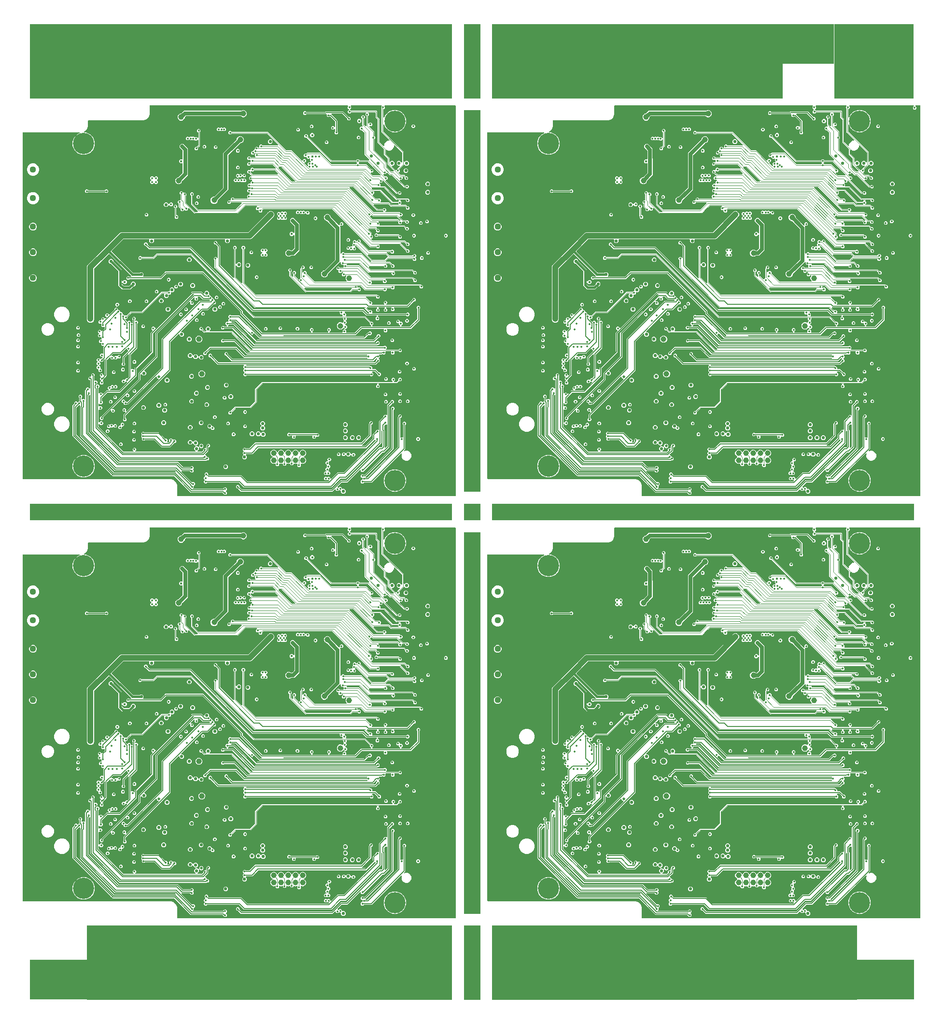
<source format=gbr>
G04 EAGLE Gerber RS-274X export*
G75*
%MOMM*%
%FSLAX34Y34*%
%LPD*%
%INCopper Layer 3*%
%IPPOS*%
%AMOC8*
5,1,8,0,0,1.08239X$1,22.5*%
G01*
%ADD10R,74.000000X13.000000*%
%ADD11R,9.000000X7.000000*%
%ADD12R,51.000000X13.000000*%
%ADD13R,14.000000X13.000000*%
%ADD14R,3.000000X13.000000*%
%ADD15R,3.000000X67.000000*%
%ADD16R,3.000000X3.000000*%
%ADD17R,74.000000X3.000000*%
%ADD18R,64.000000X13.000000*%
%ADD19R,10.000000X7.000000*%
%ADD20C,1.120000*%
%ADD21C,3.716000*%
%ADD22C,3.708400*%
%ADD23C,0.994000*%
%ADD24C,0.352400*%
%ADD25C,0.452400*%
%ADD26C,0.560000*%
%ADD27C,0.980000*%
%ADD28C,0.502400*%
%ADD29C,0.400000*%
%ADD30C,0.200000*%
%ADD31C,0.090000*%
%ADD32C,0.700000*%
%ADD33C,1.000000*%
%ADD34C,0.150000*%
%ADD35C,0.190000*%

G36*
X920429Y-27355D02*
X920429Y-27355D01*
X920493Y-27356D01*
X920568Y-27335D01*
X920644Y-27324D01*
X920703Y-27298D01*
X920765Y-27281D01*
X920831Y-27240D01*
X920901Y-27208D01*
X920950Y-27166D01*
X921005Y-27133D01*
X921057Y-27075D01*
X921115Y-27025D01*
X921151Y-26971D01*
X921194Y-26923D01*
X921227Y-26854D01*
X921270Y-26789D01*
X921289Y-26727D01*
X921317Y-26670D01*
X921328Y-26600D01*
X921352Y-26519D01*
X921353Y-26434D01*
X921364Y-26365D01*
X921364Y656365D01*
X921355Y656429D01*
X921356Y656493D01*
X921335Y656568D01*
X921324Y656644D01*
X921298Y656703D01*
X921281Y656765D01*
X921240Y656831D01*
X921208Y656901D01*
X921166Y656950D01*
X921133Y657005D01*
X921075Y657057D01*
X921025Y657115D01*
X920971Y657151D01*
X920923Y657194D01*
X920854Y657227D01*
X920789Y657270D01*
X920727Y657289D01*
X920670Y657317D01*
X920600Y657328D01*
X920519Y657352D01*
X920434Y657353D01*
X920365Y657364D01*
X797337Y657364D01*
X797305Y657360D01*
X797273Y657362D01*
X797166Y657340D01*
X797058Y657324D01*
X797028Y657311D01*
X796997Y657305D01*
X796900Y657253D01*
X796801Y657208D01*
X796776Y657187D01*
X796748Y657172D01*
X796670Y657096D01*
X796587Y657025D01*
X796569Y656998D01*
X796546Y656975D01*
X796492Y656881D01*
X796432Y656789D01*
X796423Y656758D01*
X796407Y656730D01*
X796382Y656624D01*
X796350Y656519D01*
X796349Y656487D01*
X796342Y656456D01*
X796347Y656346D01*
X796346Y656237D01*
X796355Y656206D01*
X796356Y656174D01*
X796392Y656071D01*
X796421Y655965D01*
X796438Y655938D01*
X796449Y655907D01*
X796502Y655834D01*
X796569Y655725D01*
X796605Y655693D01*
X796630Y655658D01*
X797033Y655256D01*
X797033Y652744D01*
X795224Y650935D01*
X795171Y650927D01*
X795112Y650901D01*
X795050Y650884D01*
X794984Y650843D01*
X794914Y650811D01*
X794865Y650769D01*
X794810Y650736D01*
X794758Y650678D01*
X794700Y650628D01*
X794664Y650574D01*
X794621Y650526D01*
X794588Y650457D01*
X794545Y650392D01*
X794526Y650330D01*
X794498Y650273D01*
X794487Y650203D01*
X794463Y650122D01*
X794462Y650037D01*
X794451Y649968D01*
X794451Y637213D01*
X794463Y637127D01*
X794466Y637041D01*
X794483Y636988D01*
X794491Y636934D01*
X794526Y636855D01*
X794553Y636773D01*
X794584Y636727D01*
X794607Y636677D01*
X794663Y636611D01*
X794712Y636540D01*
X794754Y636505D01*
X794790Y636463D01*
X794863Y636415D01*
X794930Y636360D01*
X794980Y636339D01*
X795026Y636308D01*
X795109Y636283D01*
X795189Y636249D01*
X795243Y636242D01*
X795296Y636226D01*
X795383Y636225D01*
X795469Y636214D01*
X795523Y636223D01*
X795578Y636222D01*
X795662Y636245D01*
X795747Y636259D01*
X795797Y636283D01*
X795850Y636298D01*
X795924Y636343D01*
X796002Y636380D01*
X796043Y636417D01*
X796090Y636446D01*
X796148Y636510D01*
X796213Y636568D01*
X796239Y636611D01*
X796279Y636655D01*
X796328Y636757D01*
X796373Y636831D01*
X798113Y641030D01*
X803610Y646527D01*
X810793Y649503D01*
X818567Y649503D01*
X825750Y646527D01*
X831247Y641030D01*
X834223Y633847D01*
X834223Y626073D01*
X831247Y618890D01*
X825750Y613393D01*
X818567Y610417D01*
X810793Y610417D01*
X803610Y613393D01*
X798113Y618890D01*
X796373Y623089D01*
X796329Y623164D01*
X796293Y623243D01*
X796258Y623284D01*
X796230Y623332D01*
X796166Y623391D01*
X796110Y623457D01*
X796064Y623487D01*
X796024Y623525D01*
X795947Y623564D01*
X795874Y623612D01*
X795821Y623628D01*
X795772Y623652D01*
X795687Y623669D01*
X795604Y623694D01*
X795549Y623695D01*
X795495Y623705D01*
X795409Y623697D01*
X795322Y623698D01*
X795269Y623683D01*
X795215Y623678D01*
X795134Y623646D01*
X795050Y623622D01*
X795003Y623594D01*
X794953Y623573D01*
X794884Y623520D01*
X794810Y623474D01*
X794773Y623433D01*
X794730Y623400D01*
X794680Y623330D01*
X794621Y623265D01*
X794597Y623216D01*
X794565Y623171D01*
X794536Y623089D01*
X794498Y623011D01*
X794490Y622961D01*
X794471Y622905D01*
X794464Y622792D01*
X794451Y622707D01*
X794451Y612226D01*
X794464Y612131D01*
X794469Y612035D01*
X794484Y611992D01*
X794491Y611947D01*
X794530Y611859D01*
X794562Y611769D01*
X794587Y611734D01*
X794607Y611690D01*
X794690Y611593D01*
X794743Y611520D01*
X830451Y575812D01*
X830451Y559620D01*
X830455Y559588D01*
X830453Y559556D01*
X830475Y559449D01*
X830491Y559341D01*
X830504Y559311D01*
X830510Y559280D01*
X830562Y559183D01*
X830607Y559084D01*
X830628Y559059D01*
X830643Y559031D01*
X830719Y558953D01*
X830790Y558870D01*
X830817Y558852D01*
X830840Y558829D01*
X830935Y558775D01*
X831026Y558715D01*
X831057Y558706D01*
X831085Y558690D01*
X831191Y558665D01*
X831296Y558633D01*
X831328Y558632D01*
X831359Y558625D01*
X831469Y558630D01*
X831578Y558629D01*
X831609Y558638D01*
X831641Y558639D01*
X831744Y558675D01*
X831850Y558704D01*
X831877Y558721D01*
X831908Y558732D01*
X831981Y558785D01*
X832090Y558852D01*
X832122Y558888D01*
X832157Y558913D01*
X833314Y560071D01*
X836686Y560071D01*
X839071Y557686D01*
X839071Y554314D01*
X836686Y551929D01*
X833314Y551929D01*
X831854Y553389D01*
X831803Y553428D01*
X831758Y553474D01*
X831690Y553512D01*
X831628Y553558D01*
X831568Y553581D01*
X831512Y553613D01*
X831437Y553631D01*
X831365Y553658D01*
X831301Y553663D01*
X831238Y553678D01*
X831160Y553674D01*
X831083Y553680D01*
X831021Y553667D01*
X830956Y553663D01*
X830883Y553638D01*
X830807Y553622D01*
X830750Y553592D01*
X830690Y553571D01*
X830633Y553530D01*
X830558Y553490D01*
X830497Y553430D01*
X830441Y553389D01*
X829308Y552257D01*
X822877Y545825D01*
X822838Y545774D01*
X822792Y545729D01*
X822754Y545662D01*
X822708Y545600D01*
X822685Y545539D01*
X822653Y545484D01*
X822635Y545408D01*
X822608Y545336D01*
X822603Y545272D01*
X822588Y545209D01*
X822592Y545132D01*
X822586Y545055D01*
X822599Y544992D01*
X822603Y544927D01*
X822628Y544854D01*
X822644Y544778D01*
X822674Y544722D01*
X822695Y544661D01*
X822737Y544604D01*
X822776Y544530D01*
X822835Y544469D01*
X822877Y544412D01*
X823033Y544256D01*
X823033Y541744D01*
X821415Y540126D01*
X821376Y540074D01*
X821330Y540030D01*
X821292Y539962D01*
X821245Y539900D01*
X821223Y539840D01*
X821191Y539784D01*
X821173Y539709D01*
X821146Y539636D01*
X821141Y539572D01*
X821126Y539510D01*
X821130Y539432D01*
X821124Y539355D01*
X821137Y539292D01*
X821140Y539228D01*
X821166Y539155D01*
X821182Y539079D01*
X821212Y539022D01*
X821233Y538962D01*
X821274Y538905D01*
X821314Y538830D01*
X821373Y538769D01*
X821415Y538713D01*
X824384Y535743D01*
X824461Y535686D01*
X824532Y535621D01*
X824573Y535601D01*
X824610Y535574D01*
X824700Y535540D01*
X824786Y535498D01*
X824828Y535492D01*
X824873Y535475D01*
X825001Y535465D01*
X825091Y535451D01*
X831601Y535451D01*
X832743Y534308D01*
X833726Y533325D01*
X833803Y533268D01*
X833874Y533203D01*
X833915Y533183D01*
X833952Y533156D01*
X834042Y533122D01*
X834128Y533080D01*
X834170Y533074D01*
X834216Y533057D01*
X834343Y533047D01*
X834433Y533033D01*
X836256Y533033D01*
X838033Y531256D01*
X838033Y528744D01*
X836256Y526967D01*
X833744Y526967D01*
X831967Y528744D01*
X831967Y530567D01*
X831954Y530662D01*
X831949Y530758D01*
X831934Y530801D01*
X831927Y530846D01*
X831888Y530934D01*
X831856Y531025D01*
X831831Y531059D01*
X831811Y531103D01*
X831728Y531200D01*
X831675Y531274D01*
X830692Y532257D01*
X830615Y532314D01*
X830544Y532379D01*
X830503Y532399D01*
X830466Y532426D01*
X830376Y532460D01*
X830290Y532502D01*
X830248Y532508D01*
X830202Y532525D01*
X830075Y532535D01*
X829985Y532549D01*
X829032Y532549D01*
X828968Y532540D01*
X828904Y532541D01*
X828829Y532520D01*
X828753Y532509D01*
X828694Y532483D01*
X828632Y532466D01*
X828566Y532425D01*
X828496Y532393D01*
X828447Y532351D01*
X828392Y532318D01*
X828340Y532260D01*
X828282Y532210D01*
X828246Y532156D01*
X828203Y532108D01*
X828170Y532039D01*
X828127Y531974D01*
X828108Y531912D01*
X828080Y531855D01*
X828069Y531785D01*
X828045Y531704D01*
X828044Y531619D01*
X828033Y531550D01*
X828033Y528744D01*
X826256Y526967D01*
X823997Y526967D01*
X823965Y526963D01*
X823933Y526965D01*
X823826Y526943D01*
X823718Y526927D01*
X823688Y526914D01*
X823657Y526908D01*
X823560Y526856D01*
X823461Y526811D01*
X823436Y526790D01*
X823408Y526775D01*
X823329Y526699D01*
X823246Y526628D01*
X823229Y526601D01*
X823206Y526578D01*
X823152Y526483D01*
X823092Y526392D01*
X823082Y526361D01*
X823067Y526333D01*
X823041Y526226D01*
X823009Y526122D01*
X823009Y526090D01*
X823002Y526059D01*
X823007Y525949D01*
X823006Y525840D01*
X823014Y525809D01*
X823016Y525777D01*
X823052Y525674D01*
X823081Y525568D01*
X823098Y525541D01*
X823108Y525510D01*
X823162Y525437D01*
X823229Y525328D01*
X823265Y525296D01*
X823290Y525261D01*
X831808Y516743D01*
X831885Y516686D01*
X831956Y516621D01*
X831997Y516601D01*
X832034Y516574D01*
X832124Y516540D01*
X832210Y516498D01*
X832252Y516492D01*
X832298Y516475D01*
X832425Y516465D01*
X832515Y516451D01*
X832748Y516451D01*
X832843Y516464D01*
X832939Y516469D01*
X832982Y516484D01*
X833027Y516491D01*
X833115Y516530D01*
X833205Y516562D01*
X833240Y516587D01*
X833284Y516607D01*
X833381Y516690D01*
X833454Y516743D01*
X834744Y518033D01*
X837256Y518033D01*
X839033Y516256D01*
X839033Y513744D01*
X837256Y511967D01*
X834744Y511967D01*
X833454Y513257D01*
X833378Y513314D01*
X833306Y513379D01*
X833265Y513399D01*
X833229Y513426D01*
X833139Y513460D01*
X833052Y513502D01*
X833010Y513508D01*
X832965Y513525D01*
X832837Y513535D01*
X832748Y513549D01*
X830899Y513549D01*
X809692Y534757D01*
X809615Y534814D01*
X809544Y534879D01*
X809503Y534899D01*
X809466Y534926D01*
X809376Y534960D01*
X809290Y535002D01*
X809248Y535008D01*
X809202Y535025D01*
X809075Y535035D01*
X808985Y535049D01*
X805899Y535049D01*
X801739Y539210D01*
X801713Y539229D01*
X801692Y539254D01*
X801600Y539314D01*
X801513Y539379D01*
X801483Y539390D01*
X801456Y539408D01*
X801351Y539440D01*
X801249Y539479D01*
X801217Y539481D01*
X801186Y539491D01*
X801077Y539492D01*
X800968Y539500D01*
X800936Y539494D01*
X800904Y539494D01*
X800799Y539465D01*
X800692Y539443D01*
X800663Y539428D01*
X800632Y539419D01*
X800539Y539362D01*
X800443Y539310D01*
X800420Y539288D01*
X800392Y539271D01*
X800319Y539190D01*
X800241Y539114D01*
X800225Y539086D01*
X800203Y539062D01*
X800156Y538963D01*
X800102Y538868D01*
X800094Y538837D01*
X800080Y538808D01*
X800077Y538788D01*
X798256Y536967D01*
X795497Y536967D01*
X795465Y536963D01*
X795433Y536965D01*
X795326Y536943D01*
X795218Y536927D01*
X795188Y536914D01*
X795157Y536908D01*
X795060Y536856D01*
X794961Y536811D01*
X794936Y536790D01*
X794908Y536775D01*
X794829Y536699D01*
X794746Y536628D01*
X794729Y536601D01*
X794706Y536578D01*
X794652Y536483D01*
X794592Y536392D01*
X794582Y536361D01*
X794567Y536333D01*
X794541Y536226D01*
X794509Y536122D01*
X794509Y536090D01*
X794502Y536059D01*
X794507Y535949D01*
X794506Y535840D01*
X794514Y535809D01*
X794516Y535777D01*
X794552Y535674D01*
X794581Y535568D01*
X794598Y535541D01*
X794608Y535510D01*
X794662Y535437D01*
X794729Y535328D01*
X794765Y535296D01*
X794790Y535261D01*
X796726Y533325D01*
X796803Y533268D01*
X796874Y533203D01*
X796915Y533183D01*
X796952Y533156D01*
X797042Y533122D01*
X797128Y533080D01*
X797170Y533074D01*
X797216Y533057D01*
X797343Y533047D01*
X797433Y533033D01*
X800256Y533033D01*
X802033Y531256D01*
X802033Y528744D01*
X800256Y526967D01*
X799497Y526967D01*
X799465Y526963D01*
X799433Y526965D01*
X799326Y526943D01*
X799218Y526927D01*
X799188Y526914D01*
X799157Y526908D01*
X799060Y526856D01*
X798961Y526811D01*
X798936Y526790D01*
X798908Y526775D01*
X798829Y526699D01*
X798746Y526628D01*
X798729Y526601D01*
X798706Y526578D01*
X798652Y526483D01*
X798592Y526392D01*
X798582Y526361D01*
X798567Y526333D01*
X798541Y526226D01*
X798509Y526122D01*
X798509Y526090D01*
X798502Y526059D01*
X798507Y525949D01*
X798506Y525840D01*
X798514Y525809D01*
X798516Y525777D01*
X798552Y525674D01*
X798581Y525568D01*
X798598Y525541D01*
X798608Y525510D01*
X798662Y525437D01*
X798729Y525328D01*
X798765Y525296D01*
X798790Y525261D01*
X818308Y505743D01*
X818385Y505686D01*
X818456Y505621D01*
X818497Y505601D01*
X818534Y505574D01*
X818624Y505540D01*
X818710Y505498D01*
X818752Y505492D01*
X818798Y505475D01*
X818925Y505465D01*
X819015Y505451D01*
X819748Y505451D01*
X819843Y505464D01*
X819939Y505469D01*
X819982Y505484D01*
X820027Y505491D01*
X820115Y505530D01*
X820205Y505562D01*
X820240Y505587D01*
X820284Y505607D01*
X820381Y505690D01*
X820454Y505743D01*
X821744Y507033D01*
X824256Y507033D01*
X826033Y505256D01*
X826033Y502744D01*
X824256Y500967D01*
X821744Y500967D01*
X820454Y502257D01*
X820378Y502314D01*
X820306Y502379D01*
X820265Y502399D01*
X820229Y502426D01*
X820139Y502460D01*
X820052Y502502D01*
X820010Y502508D01*
X819965Y502525D01*
X819837Y502535D01*
X819748Y502549D01*
X817399Y502549D01*
X816257Y503692D01*
X794739Y525210D01*
X794713Y525229D01*
X794692Y525254D01*
X794600Y525314D01*
X794513Y525379D01*
X794483Y525390D01*
X794456Y525408D01*
X794351Y525440D01*
X794249Y525479D01*
X794217Y525481D01*
X794186Y525491D01*
X794077Y525492D01*
X793968Y525500D01*
X793936Y525494D01*
X793904Y525494D01*
X793799Y525465D01*
X793692Y525443D01*
X793663Y525428D01*
X793632Y525419D01*
X793539Y525362D01*
X793443Y525310D01*
X793420Y525288D01*
X793392Y525271D01*
X793319Y525190D01*
X793241Y525114D01*
X793225Y525086D01*
X793203Y525062D01*
X793156Y524963D01*
X793102Y524868D01*
X793094Y524837D01*
X793080Y524808D01*
X793066Y524719D01*
X793037Y524594D01*
X793039Y524545D01*
X793033Y524503D01*
X793033Y523744D01*
X791256Y521967D01*
X788734Y521967D01*
X788702Y521963D01*
X788670Y521965D01*
X788563Y521943D01*
X788455Y521927D01*
X788425Y521914D01*
X788394Y521908D01*
X788297Y521856D01*
X788198Y521811D01*
X788173Y521790D01*
X788145Y521775D01*
X788067Y521699D01*
X787984Y521628D01*
X787966Y521601D01*
X787943Y521578D01*
X787889Y521483D01*
X787829Y521392D01*
X787820Y521361D01*
X787804Y521333D01*
X787779Y521227D01*
X787747Y521122D01*
X787746Y521090D01*
X787739Y521059D01*
X787744Y520949D01*
X787743Y520840D01*
X787752Y520809D01*
X787753Y520777D01*
X787789Y520674D01*
X787818Y520568D01*
X787835Y520541D01*
X787846Y520510D01*
X787899Y520437D01*
X787966Y520328D01*
X788002Y520296D01*
X788027Y520261D01*
X789033Y519256D01*
X789033Y516450D01*
X789042Y516386D01*
X789041Y516322D01*
X789062Y516247D01*
X789073Y516171D01*
X789099Y516112D01*
X789116Y516050D01*
X789157Y515984D01*
X789189Y515914D01*
X789231Y515865D01*
X789264Y515810D01*
X789322Y515758D01*
X789372Y515700D01*
X789426Y515664D01*
X789474Y515621D01*
X789543Y515588D01*
X789608Y515545D01*
X789670Y515526D01*
X789727Y515498D01*
X789797Y515487D01*
X789878Y515463D01*
X789963Y515462D01*
X790032Y515451D01*
X797601Y515451D01*
X818553Y494499D01*
X818629Y494442D01*
X818701Y494377D01*
X818742Y494357D01*
X818778Y494330D01*
X818868Y494296D01*
X818954Y494254D01*
X818997Y494247D01*
X819042Y494230D01*
X819170Y494220D01*
X819259Y494206D01*
X835871Y494206D01*
X835874Y494203D01*
X835915Y494183D01*
X835952Y494156D01*
X836042Y494122D01*
X836128Y494080D01*
X836170Y494074D01*
X836216Y494057D01*
X836343Y494047D01*
X836433Y494033D01*
X838256Y494033D01*
X840033Y492256D01*
X840033Y489744D01*
X838256Y487967D01*
X835744Y487967D01*
X833967Y489744D01*
X833967Y490306D01*
X833959Y490364D01*
X833959Y490375D01*
X833958Y490378D01*
X833959Y490434D01*
X833938Y490508D01*
X833927Y490585D01*
X833901Y490643D01*
X833884Y490705D01*
X833843Y490771D01*
X833811Y490842D01*
X833769Y490891D01*
X833736Y490945D01*
X833678Y490997D01*
X833628Y491056D01*
X833574Y491091D01*
X833526Y491134D01*
X833457Y491168D01*
X833392Y491211D01*
X833330Y491229D01*
X833273Y491257D01*
X833203Y491268D01*
X833122Y491293D01*
X833037Y491294D01*
X832968Y491305D01*
X825396Y491305D01*
X825364Y491300D01*
X825332Y491303D01*
X825225Y491281D01*
X825117Y491265D01*
X825088Y491252D01*
X825056Y491245D01*
X824960Y491194D01*
X824860Y491149D01*
X824836Y491128D01*
X824807Y491113D01*
X824729Y491037D01*
X824646Y490966D01*
X824628Y490939D01*
X824605Y490916D01*
X824551Y490821D01*
X824491Y490730D01*
X824482Y490699D01*
X824466Y490671D01*
X824441Y490564D01*
X824409Y490460D01*
X824409Y490428D01*
X824401Y490396D01*
X824407Y490287D01*
X824405Y490178D01*
X824414Y490147D01*
X824416Y490115D01*
X824451Y490012D01*
X824480Y489906D01*
X824497Y489879D01*
X824508Y489848D01*
X824561Y489775D01*
X824629Y489666D01*
X824665Y489634D01*
X824690Y489599D01*
X826033Y488256D01*
X826033Y485744D01*
X824945Y484657D01*
X824926Y484631D01*
X824902Y484610D01*
X824842Y484518D01*
X824776Y484431D01*
X824765Y484401D01*
X824747Y484374D01*
X824715Y484269D01*
X824677Y484167D01*
X824674Y484135D01*
X824665Y484104D01*
X824663Y483995D01*
X824655Y483886D01*
X824661Y483854D01*
X824661Y483822D01*
X824690Y483717D01*
X824712Y483610D01*
X824728Y483581D01*
X824736Y483550D01*
X824794Y483457D01*
X824845Y483361D01*
X824867Y483338D01*
X824884Y483310D01*
X824965Y483237D01*
X825042Y483159D01*
X825070Y483143D01*
X825094Y483121D01*
X825192Y483074D01*
X825287Y483020D01*
X825318Y483012D01*
X825347Y482998D01*
X825437Y482984D01*
X825562Y482955D01*
X825610Y482957D01*
X825652Y482951D01*
X834101Y482951D01*
X835243Y481808D01*
X835726Y481325D01*
X835803Y481268D01*
X835874Y481203D01*
X835915Y481183D01*
X835952Y481156D01*
X836042Y481122D01*
X836128Y481080D01*
X836170Y481074D01*
X836216Y481057D01*
X836343Y481047D01*
X836433Y481033D01*
X838256Y481033D01*
X840033Y479256D01*
X840033Y476744D01*
X838256Y474967D01*
X835744Y474967D01*
X833967Y476744D01*
X833967Y478567D01*
X833954Y478662D01*
X833949Y478758D01*
X833934Y478801D01*
X833927Y478846D01*
X833888Y478934D01*
X833856Y479025D01*
X833831Y479059D01*
X833811Y479103D01*
X833728Y479200D01*
X833675Y479274D01*
X833192Y479757D01*
X833115Y479814D01*
X833044Y479879D01*
X833003Y479899D01*
X832966Y479926D01*
X832876Y479960D01*
X832790Y480002D01*
X832748Y480008D01*
X832702Y480025D01*
X832575Y480035D01*
X832485Y480049D01*
X807899Y480049D01*
X803904Y484044D01*
X803827Y484102D01*
X803756Y484167D01*
X803715Y484186D01*
X803678Y484214D01*
X803588Y484248D01*
X803502Y484290D01*
X803460Y484296D01*
X803414Y484313D01*
X803287Y484323D01*
X803197Y484337D01*
X778127Y484337D01*
X778095Y484333D01*
X778063Y484335D01*
X777956Y484313D01*
X777848Y484297D01*
X777818Y484284D01*
X777787Y484277D01*
X777690Y484226D01*
X777591Y484181D01*
X777566Y484160D01*
X777538Y484145D01*
X777460Y484069D01*
X777376Y483998D01*
X777359Y483971D01*
X777336Y483948D01*
X777282Y483853D01*
X777222Y483762D01*
X777213Y483731D01*
X777197Y483703D01*
X777171Y483596D01*
X777140Y483492D01*
X777139Y483460D01*
X777132Y483428D01*
X777137Y483319D01*
X777136Y483210D01*
X777144Y483179D01*
X777146Y483147D01*
X777182Y483043D01*
X777211Y482938D01*
X777228Y482911D01*
X777239Y482880D01*
X777292Y482807D01*
X777359Y482698D01*
X777395Y482666D01*
X777420Y482631D01*
X783808Y476243D01*
X783885Y476186D01*
X783956Y476121D01*
X783997Y476101D01*
X784034Y476074D01*
X784124Y476040D01*
X784210Y475998D01*
X784252Y475992D01*
X784298Y475975D01*
X784425Y475965D01*
X784515Y475951D01*
X793248Y475951D01*
X793343Y475964D01*
X793439Y475969D01*
X793482Y475984D01*
X793527Y475991D01*
X793615Y476030D01*
X793706Y476062D01*
X793740Y476087D01*
X793784Y476107D01*
X793881Y476190D01*
X793955Y476243D01*
X795244Y477533D01*
X797756Y477533D01*
X799533Y475756D01*
X799533Y473244D01*
X798445Y472157D01*
X798426Y472131D01*
X798402Y472110D01*
X798342Y472018D01*
X798276Y471931D01*
X798265Y471901D01*
X798247Y471874D01*
X798215Y471769D01*
X798177Y471667D01*
X798174Y471635D01*
X798165Y471604D01*
X798163Y471495D01*
X798155Y471386D01*
X798161Y471354D01*
X798161Y471322D01*
X798190Y471217D01*
X798212Y471110D01*
X798228Y471081D01*
X798236Y471050D01*
X798294Y470957D01*
X798345Y470861D01*
X798367Y470838D01*
X798384Y470810D01*
X798465Y470737D01*
X798542Y470659D01*
X798570Y470643D01*
X798594Y470621D01*
X798692Y470574D01*
X798787Y470520D01*
X798818Y470512D01*
X798847Y470498D01*
X798937Y470484D01*
X799062Y470455D01*
X799110Y470457D01*
X799152Y470451D01*
X822601Y470451D01*
X823726Y469325D01*
X823803Y469268D01*
X823874Y469203D01*
X823915Y469183D01*
X823952Y469156D01*
X824042Y469122D01*
X824128Y469080D01*
X824170Y469074D01*
X824216Y469057D01*
X824343Y469047D01*
X824433Y469033D01*
X826256Y469033D01*
X828033Y467256D01*
X828033Y464744D01*
X826256Y462967D01*
X824497Y462967D01*
X824465Y462963D01*
X824433Y462965D01*
X824326Y462943D01*
X824218Y462927D01*
X824188Y462914D01*
X824157Y462908D01*
X824060Y462856D01*
X823961Y462811D01*
X823936Y462790D01*
X823908Y462775D01*
X823829Y462699D01*
X823746Y462628D01*
X823729Y462601D01*
X823706Y462578D01*
X823652Y462483D01*
X823592Y462392D01*
X823582Y462361D01*
X823567Y462333D01*
X823541Y462226D01*
X823509Y462122D01*
X823509Y462090D01*
X823502Y462059D01*
X823507Y461949D01*
X823506Y461840D01*
X823514Y461809D01*
X823516Y461777D01*
X823552Y461674D01*
X823581Y461568D01*
X823598Y461541D01*
X823608Y461510D01*
X823662Y461437D01*
X823729Y461328D01*
X823765Y461296D01*
X823790Y461261D01*
X828308Y456743D01*
X828385Y456686D01*
X828456Y456621D01*
X828497Y456601D01*
X828534Y456574D01*
X828624Y456540D01*
X828710Y456498D01*
X828752Y456492D01*
X828798Y456475D01*
X828925Y456465D01*
X829015Y456451D01*
X834601Y456451D01*
X834726Y456325D01*
X834803Y456268D01*
X834874Y456203D01*
X834915Y456183D01*
X834952Y456156D01*
X835042Y456122D01*
X835128Y456080D01*
X835170Y456074D01*
X835216Y456057D01*
X835343Y456047D01*
X835433Y456033D01*
X837256Y456033D01*
X839033Y454256D01*
X839033Y451744D01*
X837256Y449967D01*
X834744Y449967D01*
X832967Y451744D01*
X832967Y452550D01*
X832958Y452614D01*
X832959Y452678D01*
X832938Y452753D01*
X832927Y452829D01*
X832901Y452888D01*
X832884Y452950D01*
X832843Y453016D01*
X832811Y453086D01*
X832769Y453135D01*
X832736Y453190D01*
X832678Y453242D01*
X832628Y453300D01*
X832574Y453336D01*
X832526Y453379D01*
X832457Y453412D01*
X832392Y453455D01*
X832330Y453474D01*
X832273Y453502D01*
X832203Y453513D01*
X832122Y453537D01*
X832037Y453538D01*
X831968Y453549D01*
X828032Y453549D01*
X827968Y453540D01*
X827904Y453541D01*
X827829Y453520D01*
X827753Y453509D01*
X827694Y453483D01*
X827632Y453466D01*
X827566Y453425D01*
X827496Y453393D01*
X827447Y453351D01*
X827392Y453318D01*
X827340Y453260D01*
X827282Y453210D01*
X827246Y453156D01*
X827203Y453108D01*
X827170Y453039D01*
X827127Y452974D01*
X827108Y452912D01*
X827080Y452855D01*
X827069Y452785D01*
X827045Y452704D01*
X827044Y452619D01*
X827033Y452550D01*
X827033Y450744D01*
X825256Y448967D01*
X822744Y448967D01*
X820967Y450744D01*
X820967Y452567D01*
X820954Y452662D01*
X820949Y452758D01*
X820934Y452801D01*
X820927Y452846D01*
X820888Y452934D01*
X820856Y453025D01*
X820831Y453059D01*
X820811Y453103D01*
X820728Y453201D01*
X820675Y453274D01*
X819654Y454294D01*
X819577Y454352D01*
X819506Y454417D01*
X819465Y454436D01*
X819428Y454464D01*
X819338Y454498D01*
X819252Y454540D01*
X819210Y454546D01*
X819164Y454563D01*
X819037Y454573D01*
X818947Y454587D01*
X787114Y454587D01*
X787082Y454583D01*
X787050Y454585D01*
X786943Y454563D01*
X786835Y454547D01*
X786806Y454534D01*
X786774Y454527D01*
X786678Y454476D01*
X786578Y454431D01*
X786554Y454410D01*
X786525Y454395D01*
X786447Y454319D01*
X786364Y454248D01*
X786346Y454221D01*
X786323Y454198D01*
X786269Y454103D01*
X786209Y454012D01*
X786200Y453981D01*
X786184Y453953D01*
X786159Y453846D01*
X786127Y453742D01*
X786126Y453710D01*
X786119Y453678D01*
X786125Y453569D01*
X786123Y453460D01*
X786132Y453429D01*
X786133Y453397D01*
X786169Y453294D01*
X786198Y453188D01*
X786215Y453161D01*
X786226Y453130D01*
X786279Y453057D01*
X786347Y452948D01*
X786383Y452916D01*
X786408Y452881D01*
X788033Y451256D01*
X788033Y448744D01*
X787945Y448657D01*
X787926Y448631D01*
X787902Y448610D01*
X787842Y448518D01*
X787776Y448431D01*
X787765Y448401D01*
X787747Y448374D01*
X787715Y448269D01*
X787677Y448167D01*
X787674Y448135D01*
X787665Y448104D01*
X787663Y447995D01*
X787655Y447886D01*
X787661Y447854D01*
X787661Y447822D01*
X787690Y447717D01*
X787712Y447610D01*
X787728Y447581D01*
X787736Y447550D01*
X787794Y447457D01*
X787845Y447361D01*
X787867Y447338D01*
X787884Y447310D01*
X787966Y447237D01*
X788042Y447159D01*
X788070Y447143D01*
X788094Y447121D01*
X788192Y447074D01*
X788287Y447020D01*
X788318Y447012D01*
X788347Y446998D01*
X788437Y446984D01*
X788561Y446955D01*
X788610Y446957D01*
X788652Y446951D01*
X832101Y446951D01*
X834726Y444325D01*
X834803Y444268D01*
X834874Y444203D01*
X834915Y444183D01*
X834952Y444156D01*
X835042Y444122D01*
X835128Y444080D01*
X835170Y444074D01*
X835216Y444057D01*
X835343Y444047D01*
X835433Y444033D01*
X837256Y444033D01*
X839033Y442256D01*
X839033Y439744D01*
X837256Y437967D01*
X834744Y437967D01*
X832967Y439744D01*
X832967Y441567D01*
X832954Y441662D01*
X832949Y441758D01*
X832934Y441801D01*
X832927Y441846D01*
X832888Y441934D01*
X832856Y442025D01*
X832831Y442059D01*
X832811Y442103D01*
X832728Y442201D01*
X832675Y442274D01*
X831192Y443757D01*
X831115Y443814D01*
X831044Y443879D01*
X831003Y443899D01*
X830966Y443926D01*
X830876Y443960D01*
X830790Y444002D01*
X830748Y444008D01*
X830702Y444025D01*
X830575Y444035D01*
X830485Y444049D01*
X783415Y444049D01*
X783383Y444045D01*
X783351Y444047D01*
X783244Y444025D01*
X783136Y444009D01*
X783106Y443996D01*
X783075Y443990D01*
X782978Y443938D01*
X782879Y443893D01*
X782854Y443872D01*
X782826Y443857D01*
X782747Y443781D01*
X782664Y443710D01*
X782647Y443683D01*
X782624Y443660D01*
X782570Y443565D01*
X782510Y443474D01*
X782500Y443443D01*
X782485Y443415D01*
X782459Y443308D01*
X782427Y443204D01*
X782427Y443172D01*
X782420Y443141D01*
X782425Y443031D01*
X782424Y442922D01*
X782432Y442891D01*
X782434Y442859D01*
X782470Y442756D01*
X782499Y442650D01*
X782516Y442623D01*
X782526Y442592D01*
X782580Y442519D01*
X782647Y442410D01*
X782683Y442378D01*
X782708Y442343D01*
X783726Y441325D01*
X783803Y441268D01*
X783874Y441203D01*
X783915Y441183D01*
X783952Y441156D01*
X784042Y441122D01*
X784128Y441080D01*
X784170Y441074D01*
X784216Y441057D01*
X784343Y441047D01*
X784433Y441033D01*
X786256Y441033D01*
X788033Y439256D01*
X788033Y436744D01*
X786256Y434967D01*
X783744Y434967D01*
X781967Y436744D01*
X781967Y438567D01*
X781954Y438662D01*
X781949Y438758D01*
X781934Y438801D01*
X781927Y438846D01*
X781888Y438934D01*
X781856Y439025D01*
X781831Y439059D01*
X781811Y439103D01*
X781728Y439201D01*
X781675Y439274D01*
X780192Y440757D01*
X780115Y440814D01*
X780044Y440879D01*
X780003Y440899D01*
X779966Y440926D01*
X779876Y440960D01*
X779790Y441002D01*
X779748Y441008D01*
X779702Y441025D01*
X779575Y441035D01*
X779485Y441049D01*
X769415Y441049D01*
X769383Y441045D01*
X769351Y441047D01*
X769244Y441025D01*
X769136Y441009D01*
X769106Y440996D01*
X769075Y440990D01*
X768978Y440938D01*
X768879Y440893D01*
X768854Y440872D01*
X768826Y440857D01*
X768747Y440781D01*
X768664Y440710D01*
X768647Y440683D01*
X768624Y440660D01*
X768570Y440565D01*
X768510Y440474D01*
X768500Y440443D01*
X768485Y440415D01*
X768459Y440308D01*
X768427Y440204D01*
X768427Y440172D01*
X768420Y440141D01*
X768425Y440031D01*
X768424Y439922D01*
X768432Y439891D01*
X768434Y439859D01*
X768470Y439756D01*
X768499Y439650D01*
X768516Y439623D01*
X768526Y439592D01*
X768580Y439519D01*
X768647Y439410D01*
X768683Y439378D01*
X768708Y439343D01*
X773308Y434743D01*
X774451Y433601D01*
X774451Y430252D01*
X774459Y430192D01*
X774459Y430164D01*
X774465Y430142D01*
X774469Y430061D01*
X774484Y430018D01*
X774491Y429973D01*
X774530Y429885D01*
X774562Y429794D01*
X774587Y429760D01*
X774607Y429716D01*
X774690Y429619D01*
X774743Y429545D01*
X776033Y428256D01*
X776033Y425744D01*
X774215Y423927D01*
X774188Y423914D01*
X774157Y423908D01*
X774060Y423856D01*
X773961Y423811D01*
X773936Y423790D01*
X773908Y423775D01*
X773829Y423699D01*
X773746Y423628D01*
X773729Y423601D01*
X773706Y423578D01*
X773652Y423483D01*
X773592Y423392D01*
X773582Y423361D01*
X773567Y423333D01*
X773541Y423227D01*
X773509Y423122D01*
X773509Y423090D01*
X773502Y423059D01*
X773507Y422949D01*
X773506Y422840D01*
X773514Y422809D01*
X773516Y422777D01*
X773552Y422674D01*
X773581Y422568D01*
X773598Y422541D01*
X773608Y422510D01*
X773662Y422437D01*
X773729Y422328D01*
X773765Y422296D01*
X773790Y422261D01*
X775308Y420743D01*
X775385Y420686D01*
X775456Y420621D01*
X775497Y420601D01*
X775534Y420574D01*
X775624Y420540D01*
X775710Y420498D01*
X775752Y420492D01*
X775798Y420475D01*
X775925Y420465D01*
X776015Y420451D01*
X832601Y420451D01*
X835726Y417325D01*
X835803Y417268D01*
X835874Y417203D01*
X835915Y417183D01*
X835952Y417156D01*
X836042Y417122D01*
X836128Y417080D01*
X836170Y417074D01*
X836216Y417057D01*
X836343Y417047D01*
X836433Y417033D01*
X838256Y417033D01*
X840033Y415256D01*
X840033Y412744D01*
X838256Y410967D01*
X835744Y410967D01*
X833967Y412744D01*
X833967Y414567D01*
X833954Y414662D01*
X833949Y414758D01*
X833934Y414801D01*
X833927Y414846D01*
X833888Y414934D01*
X833856Y415025D01*
X833831Y415059D01*
X833811Y415103D01*
X833728Y415201D01*
X833675Y415274D01*
X831692Y417257D01*
X831615Y417314D01*
X831544Y417379D01*
X831503Y417399D01*
X831466Y417426D01*
X831376Y417460D01*
X831290Y417502D01*
X831248Y417508D01*
X831202Y417525D01*
X831075Y417535D01*
X830985Y417549D01*
X825915Y417549D01*
X825883Y417545D01*
X825851Y417547D01*
X825744Y417525D01*
X825636Y417509D01*
X825606Y417496D01*
X825575Y417490D01*
X825478Y417438D01*
X825379Y417393D01*
X825354Y417372D01*
X825326Y417357D01*
X825247Y417281D01*
X825164Y417210D01*
X825147Y417183D01*
X825124Y417160D01*
X825070Y417066D01*
X825010Y416974D01*
X825000Y416943D01*
X824985Y416915D01*
X824959Y416809D01*
X824927Y416704D01*
X824927Y416672D01*
X824920Y416641D01*
X824925Y416531D01*
X824924Y416422D01*
X824932Y416391D01*
X824934Y416359D01*
X824970Y416256D01*
X824999Y416150D01*
X825016Y416123D01*
X825026Y416092D01*
X825080Y416019D01*
X825147Y415910D01*
X825183Y415878D01*
X825208Y415843D01*
X825743Y415308D01*
X825744Y415308D01*
X835726Y405325D01*
X835803Y405268D01*
X835874Y405203D01*
X835915Y405183D01*
X835952Y405156D01*
X836042Y405122D01*
X836128Y405080D01*
X836170Y405074D01*
X836216Y405057D01*
X836343Y405047D01*
X836433Y405033D01*
X838256Y405033D01*
X840033Y403256D01*
X840033Y400744D01*
X838256Y398967D01*
X835744Y398967D01*
X833967Y400744D01*
X833967Y402567D01*
X833954Y402662D01*
X833949Y402758D01*
X833934Y402801D01*
X833927Y402846D01*
X833888Y402934D01*
X833856Y403025D01*
X833831Y403059D01*
X833811Y403103D01*
X833728Y403201D01*
X833675Y403274D01*
X823692Y413257D01*
X823615Y413314D01*
X823544Y413379D01*
X823503Y413399D01*
X823466Y413426D01*
X823376Y413460D01*
X823290Y413502D01*
X823248Y413508D01*
X823202Y413525D01*
X823075Y413535D01*
X822985Y413549D01*
X788152Y413549D01*
X788120Y413545D01*
X788088Y413547D01*
X787981Y413525D01*
X787873Y413509D01*
X787843Y413496D01*
X787812Y413490D01*
X787715Y413438D01*
X787616Y413393D01*
X787591Y413372D01*
X787563Y413357D01*
X787485Y413281D01*
X787402Y413210D01*
X787384Y413183D01*
X787361Y413160D01*
X787307Y413065D01*
X787247Y412974D01*
X787238Y412943D01*
X787222Y412915D01*
X787197Y412809D01*
X787165Y412704D01*
X787164Y412672D01*
X787157Y412641D01*
X787162Y412531D01*
X787161Y412422D01*
X787170Y412391D01*
X787171Y412359D01*
X787207Y412256D01*
X787236Y412150D01*
X787253Y412123D01*
X787264Y412092D01*
X787317Y412019D01*
X787384Y411910D01*
X787420Y411878D01*
X787445Y411843D01*
X788033Y411256D01*
X788033Y408744D01*
X786256Y406967D01*
X783744Y406967D01*
X782454Y408257D01*
X782378Y408314D01*
X782306Y408379D01*
X782265Y408399D01*
X782229Y408426D01*
X782139Y408460D01*
X782052Y408502D01*
X782010Y408508D01*
X781965Y408525D01*
X781837Y408535D01*
X781748Y408549D01*
X771399Y408549D01*
X704692Y475257D01*
X704615Y475314D01*
X704544Y475379D01*
X704503Y475399D01*
X704466Y475426D01*
X704376Y475460D01*
X704290Y475502D01*
X704248Y475508D01*
X704202Y475525D01*
X704075Y475535D01*
X703985Y475549D01*
X584015Y475549D01*
X583920Y475536D01*
X583824Y475531D01*
X583781Y475516D01*
X583736Y475509D01*
X583648Y475470D01*
X583557Y475438D01*
X583523Y475413D01*
X583479Y475393D01*
X583381Y475310D01*
X583308Y475257D01*
X582325Y474274D01*
X582268Y474197D01*
X582203Y474126D01*
X582183Y474085D01*
X582156Y474048D01*
X582122Y473958D01*
X582080Y473872D01*
X582074Y473830D01*
X582057Y473784D01*
X582047Y473657D01*
X582033Y473567D01*
X582033Y471744D01*
X580256Y469967D01*
X577744Y469967D01*
X575967Y471744D01*
X575967Y472968D01*
X575958Y473032D01*
X575959Y473096D01*
X575938Y473171D01*
X575927Y473247D01*
X575901Y473306D01*
X575884Y473368D01*
X575843Y473434D01*
X575811Y473504D01*
X575769Y473553D01*
X575736Y473608D01*
X575678Y473660D01*
X575628Y473718D01*
X575574Y473754D01*
X575526Y473797D01*
X575457Y473830D01*
X575392Y473873D01*
X575330Y473892D01*
X575273Y473920D01*
X575203Y473931D01*
X575122Y473955D01*
X575037Y473956D01*
X574968Y473967D01*
X572744Y473967D01*
X570967Y475744D01*
X570967Y478256D01*
X572555Y479843D01*
X572574Y479869D01*
X572598Y479890D01*
X572658Y479982D01*
X572724Y480069D01*
X572735Y480099D01*
X572753Y480126D01*
X572785Y480231D01*
X572823Y480333D01*
X572826Y480365D01*
X572835Y480396D01*
X572837Y480505D01*
X572845Y480614D01*
X572839Y480646D01*
X572839Y480678D01*
X572810Y480783D01*
X572788Y480890D01*
X572772Y480919D01*
X572764Y480950D01*
X572706Y481043D01*
X572655Y481139D01*
X572633Y481162D01*
X572616Y481190D01*
X572535Y481263D01*
X572458Y481341D01*
X572430Y481357D01*
X572406Y481379D01*
X572308Y481426D01*
X572213Y481480D01*
X572182Y481488D01*
X572153Y481502D01*
X572063Y481516D01*
X571938Y481545D01*
X571890Y481543D01*
X571848Y481549D01*
X553015Y481549D01*
X552920Y481536D01*
X552824Y481531D01*
X552781Y481516D01*
X552736Y481509D01*
X552648Y481470D01*
X552557Y481438D01*
X552523Y481413D01*
X552479Y481393D01*
X552381Y481310D01*
X552308Y481257D01*
X538601Y467549D01*
X463399Y467549D01*
X453739Y477210D01*
X453713Y477229D01*
X453692Y477254D01*
X453600Y477314D01*
X453513Y477379D01*
X453483Y477390D01*
X453456Y477408D01*
X453351Y477440D01*
X453249Y477479D01*
X453217Y477481D01*
X453186Y477491D01*
X453077Y477492D01*
X452968Y477500D01*
X452936Y477494D01*
X452904Y477494D01*
X452799Y477465D01*
X452692Y477443D01*
X452663Y477428D01*
X452632Y477419D01*
X452539Y477362D01*
X452443Y477310D01*
X452420Y477288D01*
X452392Y477271D01*
X452319Y477190D01*
X452241Y477114D01*
X452225Y477086D01*
X452203Y477062D01*
X452156Y476963D01*
X452102Y476868D01*
X452094Y476837D01*
X452080Y476808D01*
X452066Y476719D01*
X452037Y476594D01*
X452039Y476545D01*
X452033Y476503D01*
X452033Y474744D01*
X450256Y472967D01*
X447744Y472967D01*
X446707Y474004D01*
X446655Y474043D01*
X446610Y474089D01*
X446543Y474127D01*
X446481Y474174D01*
X446421Y474196D01*
X446365Y474228D01*
X446290Y474246D01*
X446217Y474273D01*
X446153Y474278D01*
X446090Y474293D01*
X446013Y474289D01*
X445936Y474295D01*
X445873Y474282D01*
X445809Y474279D01*
X445736Y474253D01*
X445660Y474237D01*
X445603Y474207D01*
X445542Y474186D01*
X445486Y474145D01*
X445411Y474105D01*
X445350Y474046D01*
X445293Y474004D01*
X443256Y471967D01*
X440744Y471967D01*
X438967Y473744D01*
X438967Y475567D01*
X438954Y475662D01*
X438949Y475758D01*
X438934Y475801D01*
X438927Y475846D01*
X438888Y475934D01*
X438856Y476025D01*
X438831Y476059D01*
X438811Y476103D01*
X438728Y476201D01*
X438675Y476274D01*
X435549Y479399D01*
X435549Y484748D01*
X435536Y484843D01*
X435531Y484939D01*
X435516Y484982D01*
X435509Y485027D01*
X435470Y485115D01*
X435438Y485205D01*
X435413Y485240D01*
X435393Y485284D01*
X435310Y485381D01*
X435257Y485454D01*
X433967Y486744D01*
X433967Y489256D01*
X435744Y491033D01*
X437550Y491033D01*
X437614Y491042D01*
X437678Y491041D01*
X437753Y491062D01*
X437829Y491073D01*
X437888Y491099D01*
X437950Y491116D01*
X438016Y491157D01*
X438086Y491189D01*
X438135Y491231D01*
X438190Y491264D01*
X438242Y491322D01*
X438300Y491372D01*
X438336Y491426D01*
X438379Y491474D01*
X438412Y491543D01*
X438455Y491608D01*
X438474Y491670D01*
X438502Y491727D01*
X438513Y491797D01*
X438537Y491878D01*
X438538Y491963D01*
X438549Y492032D01*
X438549Y501230D01*
X438536Y501325D01*
X438531Y501421D01*
X438516Y501464D01*
X438509Y501509D01*
X438470Y501597D01*
X438463Y501618D01*
X438457Y501639D01*
X438453Y501644D01*
X438438Y501687D01*
X438413Y501722D01*
X438393Y501766D01*
X438339Y501829D01*
X438309Y501879D01*
X438280Y501905D01*
X438257Y501936D01*
X437449Y502744D01*
X437449Y505256D01*
X439226Y507033D01*
X441738Y507033D01*
X443540Y505231D01*
X443555Y505130D01*
X443568Y505100D01*
X443574Y505069D01*
X443626Y504972D01*
X443671Y504873D01*
X443692Y504848D01*
X443707Y504820D01*
X443783Y504742D01*
X443854Y504658D01*
X443881Y504641D01*
X443904Y504618D01*
X443999Y504564D01*
X444090Y504504D01*
X444121Y504495D01*
X444149Y504479D01*
X444256Y504453D01*
X444360Y504422D01*
X444392Y504421D01*
X444424Y504414D01*
X444533Y504419D01*
X444642Y504418D01*
X444673Y504426D01*
X444705Y504428D01*
X444808Y504464D01*
X444914Y504493D01*
X444941Y504510D01*
X444972Y504521D01*
X445045Y504574D01*
X445134Y504629D01*
X447660Y504629D01*
X449436Y502853D01*
X449436Y500340D01*
X448147Y499051D01*
X448089Y498974D01*
X448025Y498903D01*
X448005Y498862D01*
X447978Y498825D01*
X447944Y498736D01*
X447902Y498649D01*
X447895Y498607D01*
X447878Y498561D01*
X447868Y498434D01*
X447854Y498344D01*
X447854Y487611D01*
X447868Y487516D01*
X447873Y487420D01*
X447888Y487377D01*
X447894Y487332D01*
X447934Y487245D01*
X447965Y487154D01*
X447990Y487119D01*
X448010Y487075D01*
X448094Y486978D01*
X448147Y486905D01*
X464308Y470743D01*
X464385Y470686D01*
X464456Y470621D01*
X464497Y470601D01*
X464534Y470574D01*
X464624Y470540D01*
X464710Y470498D01*
X464752Y470492D01*
X464798Y470475D01*
X464925Y470465D01*
X465015Y470451D01*
X468085Y470451D01*
X468117Y470455D01*
X468149Y470453D01*
X468256Y470475D01*
X468364Y470491D01*
X468394Y470504D01*
X468425Y470510D01*
X468522Y470562D01*
X468621Y470607D01*
X468646Y470628D01*
X468674Y470643D01*
X468753Y470719D01*
X468836Y470790D01*
X468853Y470817D01*
X468876Y470840D01*
X468930Y470934D01*
X468990Y471026D01*
X469000Y471057D01*
X469015Y471085D01*
X469041Y471191D01*
X469073Y471296D01*
X469073Y471328D01*
X469080Y471359D01*
X469075Y471469D01*
X469076Y471578D01*
X469068Y471609D01*
X469066Y471641D01*
X469030Y471744D01*
X469001Y471850D01*
X468984Y471877D01*
X468974Y471908D01*
X468920Y471981D01*
X468853Y472090D01*
X468817Y472122D01*
X468792Y472157D01*
X468257Y472692D01*
X468256Y472692D01*
X457549Y483399D01*
X457549Y498748D01*
X457536Y498843D01*
X457531Y498939D01*
X457516Y498982D01*
X457509Y499027D01*
X457470Y499115D01*
X457438Y499205D01*
X457413Y499240D01*
X457393Y499284D01*
X457310Y499381D01*
X457257Y499454D01*
X455967Y500744D01*
X455967Y503256D01*
X457744Y505033D01*
X460256Y505033D01*
X462033Y503256D01*
X462033Y500744D01*
X460743Y499454D01*
X460686Y499378D01*
X460621Y499306D01*
X460601Y499265D01*
X460574Y499229D01*
X460540Y499139D01*
X460498Y499052D01*
X460492Y499010D01*
X460475Y498965D01*
X460465Y498837D01*
X460451Y498748D01*
X460451Y485015D01*
X460464Y484920D01*
X460469Y484824D01*
X460484Y484781D01*
X460491Y484736D01*
X460530Y484648D01*
X460562Y484557D01*
X460587Y484523D01*
X460607Y484479D01*
X460690Y484381D01*
X460743Y484308D01*
X470308Y474743D01*
X470385Y474686D01*
X470456Y474621D01*
X470497Y474601D01*
X470534Y474574D01*
X470624Y474540D01*
X470710Y474498D01*
X470752Y474492D01*
X470798Y474475D01*
X470925Y474465D01*
X471015Y474451D01*
X533985Y474451D01*
X534080Y474464D01*
X534176Y474469D01*
X534219Y474484D01*
X534264Y474491D01*
X534352Y474530D01*
X534443Y474562D01*
X534477Y474587D01*
X534521Y474607D01*
X534619Y474690D01*
X534692Y474743D01*
X545792Y485843D01*
X545811Y485869D01*
X545836Y485890D01*
X545896Y485982D01*
X545961Y486069D01*
X545972Y486099D01*
X545990Y486126D01*
X546022Y486231D01*
X546061Y486333D01*
X546063Y486365D01*
X546073Y486396D01*
X546074Y486505D01*
X546082Y486614D01*
X546076Y486646D01*
X546076Y486678D01*
X546047Y486783D01*
X546025Y486890D01*
X546010Y486919D01*
X546001Y486950D01*
X545944Y487043D01*
X545892Y487139D01*
X545870Y487162D01*
X545853Y487190D01*
X545772Y487263D01*
X545696Y487341D01*
X545668Y487357D01*
X545644Y487379D01*
X545545Y487426D01*
X545450Y487480D01*
X545419Y487488D01*
X545390Y487502D01*
X545301Y487516D01*
X545176Y487545D01*
X545127Y487543D01*
X545085Y487549D01*
X528032Y487549D01*
X527968Y487540D01*
X527904Y487541D01*
X527829Y487520D01*
X527753Y487509D01*
X527694Y487483D01*
X527632Y487466D01*
X527566Y487425D01*
X527496Y487393D01*
X527447Y487351D01*
X527392Y487318D01*
X527340Y487260D01*
X527282Y487210D01*
X527246Y487156D01*
X527203Y487108D01*
X527170Y487039D01*
X527127Y486974D01*
X527108Y486912D01*
X527080Y486855D01*
X527069Y486785D01*
X527067Y486778D01*
X525256Y484967D01*
X522744Y484967D01*
X520967Y486744D01*
X520967Y489256D01*
X522744Y491033D01*
X525256Y491033D01*
X525261Y491028D01*
X525287Y491008D01*
X525308Y490984D01*
X525400Y490924D01*
X525487Y490858D01*
X525517Y490847D01*
X525544Y490829D01*
X525649Y490797D01*
X525751Y490759D01*
X525783Y490756D01*
X525814Y490747D01*
X525923Y490745D01*
X526032Y490737D01*
X526064Y490743D01*
X526096Y490743D01*
X526201Y490772D01*
X526308Y490794D01*
X526337Y490810D01*
X526368Y490818D01*
X526461Y490876D01*
X526557Y490927D01*
X526580Y490949D01*
X526608Y490966D01*
X526681Y491047D01*
X526759Y491124D01*
X526775Y491152D01*
X526797Y491176D01*
X526844Y491274D01*
X526898Y491369D01*
X526906Y491400D01*
X526920Y491429D01*
X526934Y491519D01*
X526963Y491643D01*
X526961Y491692D01*
X526967Y491734D01*
X526967Y494256D01*
X528744Y496033D01*
X531256Y496033D01*
X532546Y494743D01*
X532622Y494686D01*
X532694Y494621D01*
X532735Y494601D01*
X532771Y494574D01*
X532861Y494540D01*
X532948Y494498D01*
X532990Y494492D01*
X533035Y494475D01*
X533163Y494465D01*
X533252Y494451D01*
X555348Y494451D01*
X555380Y494455D01*
X555412Y494453D01*
X555519Y494475D01*
X555627Y494491D01*
X555657Y494504D01*
X555688Y494510D01*
X555785Y494562D01*
X555884Y494607D01*
X555909Y494628D01*
X555937Y494643D01*
X556015Y494719D01*
X556098Y494790D01*
X556116Y494817D01*
X556139Y494840D01*
X556193Y494935D01*
X556253Y495026D01*
X556262Y495057D01*
X556278Y495085D01*
X556303Y495191D01*
X556335Y495296D01*
X556336Y495328D01*
X556343Y495359D01*
X556338Y495469D01*
X556339Y495578D01*
X556330Y495609D01*
X556329Y495641D01*
X556293Y495744D01*
X556264Y495850D01*
X556247Y495877D01*
X556236Y495908D01*
X556183Y495981D01*
X556116Y496090D01*
X556080Y496122D01*
X556055Y496157D01*
X555467Y496744D01*
X555467Y499256D01*
X557244Y501033D01*
X558968Y501033D01*
X559032Y501042D01*
X559096Y501041D01*
X559171Y501062D01*
X559247Y501073D01*
X559306Y501099D01*
X559368Y501116D01*
X559434Y501157D01*
X559504Y501189D01*
X559553Y501231D01*
X559608Y501264D01*
X559660Y501322D01*
X559718Y501372D01*
X559754Y501426D01*
X559797Y501474D01*
X559830Y501543D01*
X559873Y501608D01*
X559892Y501670D01*
X559920Y501727D01*
X559931Y501797D01*
X559955Y501878D01*
X559956Y501963D01*
X559967Y502032D01*
X559967Y503256D01*
X559972Y503261D01*
X559992Y503287D01*
X560016Y503308D01*
X560076Y503400D01*
X560142Y503487D01*
X560153Y503517D01*
X560171Y503544D01*
X560203Y503649D01*
X560241Y503751D01*
X560244Y503783D01*
X560253Y503814D01*
X560255Y503923D01*
X560263Y504032D01*
X560257Y504064D01*
X560257Y504096D01*
X560228Y504201D01*
X560206Y504308D01*
X560190Y504337D01*
X560182Y504368D01*
X560124Y504461D01*
X560073Y504557D01*
X560051Y504580D01*
X560034Y504608D01*
X559953Y504681D01*
X559876Y504759D01*
X559848Y504775D01*
X559824Y504797D01*
X559726Y504844D01*
X559631Y504898D01*
X559600Y504906D01*
X559571Y504920D01*
X559481Y504934D01*
X559357Y504963D01*
X559308Y504961D01*
X559266Y504967D01*
X557744Y504967D01*
X555967Y506744D01*
X555967Y509256D01*
X557744Y511033D01*
X560468Y511033D01*
X560532Y511042D01*
X560596Y511041D01*
X560671Y511062D01*
X560747Y511073D01*
X560806Y511099D01*
X560868Y511116D01*
X560934Y511157D01*
X561004Y511189D01*
X561053Y511231D01*
X561108Y511264D01*
X561160Y511322D01*
X561218Y511372D01*
X561254Y511426D01*
X561297Y511474D01*
X561330Y511543D01*
X561373Y511608D01*
X561392Y511670D01*
X561420Y511727D01*
X561431Y511797D01*
X561455Y511878D01*
X561456Y511963D01*
X561467Y512032D01*
X561467Y512968D01*
X561458Y513032D01*
X561459Y513096D01*
X561438Y513171D01*
X561427Y513247D01*
X561401Y513306D01*
X561384Y513368D01*
X561343Y513434D01*
X561311Y513504D01*
X561269Y513553D01*
X561236Y513608D01*
X561178Y513660D01*
X561128Y513718D01*
X561074Y513754D01*
X561026Y513797D01*
X560957Y513830D01*
X560892Y513873D01*
X560830Y513892D01*
X560773Y513920D01*
X560703Y513931D01*
X560622Y513955D01*
X560537Y513956D01*
X560468Y513967D01*
X558244Y513967D01*
X556467Y515744D01*
X556467Y518256D01*
X558244Y520033D01*
X560968Y520033D01*
X561032Y520042D01*
X561096Y520041D01*
X561171Y520062D01*
X561247Y520073D01*
X561306Y520099D01*
X561368Y520116D01*
X561434Y520157D01*
X561504Y520189D01*
X561553Y520231D01*
X561608Y520264D01*
X561660Y520322D01*
X561718Y520372D01*
X561754Y520426D01*
X561797Y520474D01*
X561830Y520543D01*
X561873Y520608D01*
X561892Y520670D01*
X561920Y520727D01*
X561931Y520797D01*
X561955Y520878D01*
X561956Y520963D01*
X561967Y521032D01*
X561967Y523256D01*
X563973Y525261D01*
X563992Y525287D01*
X564016Y525308D01*
X564076Y525400D01*
X564142Y525487D01*
X564153Y525517D01*
X564171Y525544D01*
X564203Y525649D01*
X564241Y525751D01*
X564244Y525783D01*
X564253Y525814D01*
X564255Y525923D01*
X564263Y526032D01*
X564257Y526064D01*
X564257Y526096D01*
X564228Y526201D01*
X564206Y526308D01*
X564190Y526337D01*
X564182Y526368D01*
X564124Y526461D01*
X564073Y526557D01*
X564051Y526580D01*
X564034Y526608D01*
X563953Y526681D01*
X563876Y526759D01*
X563848Y526775D01*
X563824Y526797D01*
X563726Y526844D01*
X563631Y526898D01*
X563600Y526906D01*
X563571Y526920D01*
X563481Y526934D01*
X563356Y526963D01*
X563308Y526961D01*
X563266Y526967D01*
X560744Y526967D01*
X558967Y528744D01*
X558967Y531256D01*
X560744Y533033D01*
X562503Y533033D01*
X562535Y533037D01*
X562567Y533035D01*
X562674Y533057D01*
X562782Y533073D01*
X562812Y533086D01*
X562843Y533092D01*
X562940Y533144D01*
X563039Y533189D01*
X563064Y533210D01*
X563092Y533225D01*
X563171Y533301D01*
X563254Y533372D01*
X563271Y533399D01*
X563294Y533422D01*
X563348Y533517D01*
X563408Y533608D01*
X563418Y533639D01*
X563433Y533667D01*
X563459Y533773D01*
X563491Y533878D01*
X563491Y533910D01*
X563498Y533941D01*
X563493Y534051D01*
X563494Y534160D01*
X563486Y534191D01*
X563484Y534223D01*
X563448Y534326D01*
X563419Y534432D01*
X563402Y534459D01*
X563392Y534490D01*
X563338Y534563D01*
X563271Y534672D01*
X563235Y534704D01*
X563210Y534739D01*
X562757Y535192D01*
X562756Y535192D01*
X560274Y537675D01*
X560197Y537732D01*
X560126Y537797D01*
X560085Y537817D01*
X560048Y537844D01*
X559958Y537878D01*
X559872Y537920D01*
X559830Y537926D01*
X559784Y537943D01*
X559657Y537953D01*
X559567Y537967D01*
X557744Y537967D01*
X555967Y539744D01*
X555967Y542256D01*
X557744Y544033D01*
X560256Y544033D01*
X560261Y544028D01*
X560287Y544008D01*
X560308Y543984D01*
X560400Y543924D01*
X560487Y543858D01*
X560517Y543847D01*
X560544Y543829D01*
X560649Y543797D01*
X560751Y543759D01*
X560783Y543756D01*
X560814Y543747D01*
X560923Y543745D01*
X561032Y543737D01*
X561064Y543743D01*
X561096Y543743D01*
X561201Y543772D01*
X561308Y543794D01*
X561337Y543810D01*
X561368Y543818D01*
X561461Y543876D01*
X561557Y543927D01*
X561580Y543949D01*
X561608Y543966D01*
X561681Y544047D01*
X561759Y544124D01*
X561775Y544152D01*
X561797Y544176D01*
X561844Y544274D01*
X561898Y544369D01*
X561906Y544400D01*
X561920Y544429D01*
X561934Y544519D01*
X561963Y544643D01*
X561961Y544692D01*
X561967Y544734D01*
X561967Y546256D01*
X563744Y548033D01*
X566256Y548033D01*
X567545Y546743D01*
X567622Y546686D01*
X567694Y546621D01*
X567735Y546601D01*
X567771Y546574D01*
X567861Y546540D01*
X567947Y546498D01*
X567990Y546492D01*
X568035Y546475D01*
X568163Y546465D01*
X568252Y546451D01*
X605085Y546451D01*
X605117Y546455D01*
X605149Y546453D01*
X605256Y546475D01*
X605364Y546491D01*
X605394Y546504D01*
X605425Y546510D01*
X605522Y546562D01*
X605621Y546607D01*
X605646Y546628D01*
X605674Y546643D01*
X605753Y546719D01*
X605836Y546790D01*
X605853Y546817D01*
X605876Y546840D01*
X605930Y546935D01*
X605990Y547026D01*
X606000Y547057D01*
X606015Y547085D01*
X606041Y547192D01*
X606073Y547296D01*
X606073Y547328D01*
X606080Y547359D01*
X606075Y547469D01*
X606076Y547578D01*
X606068Y547609D01*
X606066Y547641D01*
X606030Y547744D01*
X606001Y547850D01*
X605984Y547877D01*
X605974Y547908D01*
X605920Y547981D01*
X605853Y548090D01*
X605817Y548122D01*
X605792Y548157D01*
X600692Y553257D01*
X600615Y553314D01*
X600544Y553379D01*
X600503Y553399D01*
X600466Y553426D01*
X600376Y553460D01*
X600290Y553502D01*
X600248Y553508D01*
X600202Y553525D01*
X600075Y553535D01*
X599985Y553549D01*
X562252Y553549D01*
X562157Y553536D01*
X562061Y553531D01*
X562018Y553516D01*
X561973Y553509D01*
X561885Y553470D01*
X561795Y553438D01*
X561760Y553413D01*
X561716Y553393D01*
X561619Y553310D01*
X561546Y553257D01*
X560256Y551967D01*
X557744Y551967D01*
X555967Y553744D01*
X555967Y556256D01*
X557744Y558033D01*
X560256Y558033D01*
X560261Y558028D01*
X560287Y558008D01*
X560308Y557984D01*
X560400Y557924D01*
X560487Y557858D01*
X560517Y557847D01*
X560544Y557829D01*
X560649Y557797D01*
X560751Y557759D01*
X560783Y557756D01*
X560814Y557747D01*
X560923Y557745D01*
X561032Y557737D01*
X561064Y557743D01*
X561096Y557743D01*
X561201Y557772D01*
X561308Y557794D01*
X561337Y557810D01*
X561368Y557818D01*
X561461Y557876D01*
X561557Y557927D01*
X561580Y557949D01*
X561608Y557966D01*
X561681Y558047D01*
X561759Y558124D01*
X561775Y558152D01*
X561797Y558176D01*
X561844Y558274D01*
X561898Y558369D01*
X561906Y558400D01*
X561920Y558429D01*
X561934Y558519D01*
X561963Y558643D01*
X561961Y558692D01*
X561967Y558734D01*
X561967Y561266D01*
X561963Y561298D01*
X561965Y561330D01*
X561943Y561437D01*
X561927Y561545D01*
X561914Y561575D01*
X561908Y561606D01*
X561856Y561703D01*
X561811Y561802D01*
X561790Y561827D01*
X561775Y561855D01*
X561699Y561934D01*
X561628Y562016D01*
X561601Y562034D01*
X561578Y562057D01*
X561483Y562111D01*
X561392Y562171D01*
X561361Y562180D01*
X561333Y562196D01*
X561227Y562221D01*
X561122Y562253D01*
X561090Y562254D01*
X561058Y562261D01*
X560949Y562256D01*
X560840Y562257D01*
X560809Y562248D01*
X560777Y562247D01*
X560674Y562211D01*
X560568Y562182D01*
X560541Y562165D01*
X560510Y562154D01*
X560437Y562101D01*
X560328Y562034D01*
X560296Y561998D01*
X560261Y561972D01*
X560256Y561967D01*
X557744Y561967D01*
X555967Y563744D01*
X555967Y566256D01*
X557744Y568033D01*
X560256Y568033D01*
X561546Y566743D01*
X561622Y566686D01*
X561694Y566621D01*
X561735Y566601D01*
X561771Y566574D01*
X561861Y566540D01*
X561948Y566498D01*
X561990Y566492D01*
X562035Y566475D01*
X562163Y566465D01*
X562252Y566451D01*
X569348Y566451D01*
X569380Y566455D01*
X569412Y566453D01*
X569519Y566475D01*
X569627Y566491D01*
X569657Y566504D01*
X569688Y566510D01*
X569785Y566562D01*
X569884Y566607D01*
X569909Y566628D01*
X569937Y566643D01*
X570015Y566719D01*
X570098Y566790D01*
X570116Y566817D01*
X570139Y566840D01*
X570193Y566935D01*
X570253Y567026D01*
X570262Y567057D01*
X570278Y567085D01*
X570303Y567191D01*
X570335Y567296D01*
X570336Y567328D01*
X570343Y567359D01*
X570338Y567469D01*
X570339Y567578D01*
X570330Y567609D01*
X570329Y567641D01*
X570293Y567744D01*
X570264Y567850D01*
X570247Y567877D01*
X570236Y567908D01*
X570183Y567981D01*
X570116Y568090D01*
X570080Y568122D01*
X570055Y568157D01*
X569467Y568744D01*
X569467Y571550D01*
X569458Y571614D01*
X569459Y571678D01*
X569438Y571753D01*
X569427Y571829D01*
X569401Y571888D01*
X569384Y571950D01*
X569343Y572016D01*
X569311Y572086D01*
X569269Y572135D01*
X569236Y572190D01*
X569178Y572242D01*
X569128Y572300D01*
X569074Y572336D01*
X569026Y572379D01*
X568957Y572412D01*
X568892Y572455D01*
X568830Y572474D01*
X568773Y572502D01*
X568703Y572513D01*
X568622Y572537D01*
X568537Y572538D01*
X568468Y572549D01*
X568229Y572549D01*
X568134Y572536D01*
X568037Y572531D01*
X567994Y572516D01*
X567949Y572509D01*
X567862Y572470D01*
X567771Y572438D01*
X567737Y572413D01*
X567692Y572393D01*
X567595Y572310D01*
X567522Y572257D01*
X566756Y571491D01*
X564244Y571491D01*
X562467Y573267D01*
X562467Y575780D01*
X564244Y577556D01*
X565968Y577556D01*
X566032Y577565D01*
X566096Y577564D01*
X566171Y577585D01*
X566247Y577596D01*
X566306Y577622D01*
X566368Y577640D01*
X566434Y577680D01*
X566504Y577712D01*
X566553Y577754D01*
X566608Y577788D01*
X566660Y577845D01*
X566718Y577896D01*
X566754Y577949D01*
X566797Y577997D01*
X566830Y578067D01*
X566873Y578132D01*
X566892Y578193D01*
X566920Y578251D01*
X566931Y578320D01*
X566955Y578401D01*
X566956Y578486D01*
X566967Y578555D01*
X566967Y578780D01*
X568675Y580487D01*
X568689Y580507D01*
X568704Y580519D01*
X568735Y580567D01*
X568797Y580635D01*
X568817Y580676D01*
X568844Y580713D01*
X568878Y580803D01*
X568920Y580889D01*
X568926Y580931D01*
X568943Y580976D01*
X568953Y581104D01*
X568967Y581194D01*
X568967Y583256D01*
X570744Y585033D01*
X573256Y585033D01*
X574546Y583743D01*
X574622Y583686D01*
X574694Y583621D01*
X574735Y583601D01*
X574771Y583574D01*
X574861Y583540D01*
X574948Y583498D01*
X574990Y583492D01*
X575035Y583475D01*
X575163Y583465D01*
X575252Y583451D01*
X575968Y583451D01*
X576032Y583460D01*
X576096Y583459D01*
X576171Y583480D01*
X576247Y583491D01*
X576306Y583517D01*
X576368Y583534D01*
X576434Y583575D01*
X576504Y583607D01*
X576553Y583649D01*
X576608Y583682D01*
X576660Y583740D01*
X576718Y583790D01*
X576754Y583844D01*
X576797Y583892D01*
X576830Y583961D01*
X576873Y584026D01*
X576892Y584088D01*
X576920Y584145D01*
X576931Y584215D01*
X576955Y584296D01*
X576956Y584381D01*
X576967Y584450D01*
X576967Y587256D01*
X578744Y589033D01*
X581256Y589033D01*
X582545Y587743D01*
X582622Y587686D01*
X582694Y587621D01*
X582735Y587601D01*
X582771Y587574D01*
X582861Y587540D01*
X582947Y587498D01*
X582990Y587492D01*
X583035Y587475D01*
X583163Y587465D01*
X583252Y587451D01*
X609085Y587451D01*
X609117Y587455D01*
X609149Y587453D01*
X609256Y587475D01*
X609364Y587491D01*
X609394Y587504D01*
X609425Y587510D01*
X609522Y587562D01*
X609621Y587607D01*
X609646Y587628D01*
X609674Y587643D01*
X609753Y587719D01*
X609836Y587790D01*
X609853Y587817D01*
X609876Y587840D01*
X609930Y587935D01*
X609990Y588026D01*
X610000Y588057D01*
X610015Y588085D01*
X610041Y588192D01*
X610073Y588296D01*
X610073Y588328D01*
X610080Y588359D01*
X610075Y588469D01*
X610076Y588578D01*
X610068Y588609D01*
X610066Y588641D01*
X610030Y588744D01*
X610001Y588850D01*
X609984Y588877D01*
X609974Y588908D01*
X609920Y588981D01*
X609853Y589090D01*
X609817Y589122D01*
X609792Y589157D01*
X591174Y607775D01*
X591097Y607832D01*
X591026Y607897D01*
X590985Y607917D01*
X590948Y607944D01*
X590858Y607978D01*
X590772Y608020D01*
X590730Y608026D01*
X590684Y608043D01*
X590557Y608053D01*
X590467Y608067D01*
X529226Y608067D01*
X529131Y608054D01*
X529035Y608049D01*
X528992Y608034D01*
X528947Y608027D01*
X528860Y607988D01*
X528769Y607956D01*
X528734Y607931D01*
X528690Y607911D01*
X528593Y607828D01*
X528520Y607775D01*
X527234Y606489D01*
X524722Y606489D01*
X522945Y608266D01*
X522945Y610778D01*
X524722Y612555D01*
X527234Y612555D01*
X528528Y611261D01*
X528604Y611204D01*
X528676Y611139D01*
X528717Y611119D01*
X528753Y611092D01*
X528843Y611058D01*
X528930Y611016D01*
X528972Y611010D01*
X529017Y610993D01*
X529145Y610983D01*
X529234Y610969D01*
X592083Y610969D01*
X624058Y578993D01*
X624135Y578936D01*
X624206Y578871D01*
X624247Y578851D01*
X624284Y578824D01*
X624374Y578790D01*
X624460Y578748D01*
X624502Y578742D01*
X624548Y578725D01*
X624675Y578715D01*
X624765Y578701D01*
X633351Y578701D01*
X634493Y577558D01*
X651261Y560790D01*
X651287Y560771D01*
X651308Y560746D01*
X651400Y560686D01*
X651487Y560621D01*
X651517Y560610D01*
X651544Y560592D01*
X651649Y560560D01*
X651751Y560521D01*
X651783Y560519D01*
X651814Y560509D01*
X651923Y560508D01*
X652032Y560500D01*
X652064Y560506D01*
X652096Y560506D01*
X652201Y560535D01*
X652308Y560557D01*
X652337Y560572D01*
X652368Y560581D01*
X652461Y560638D01*
X652557Y560690D01*
X652580Y560712D01*
X652608Y560729D01*
X652681Y560810D01*
X652759Y560886D01*
X652775Y560914D01*
X652797Y560938D01*
X652844Y561036D01*
X652898Y561132D01*
X652906Y561163D01*
X652920Y561192D01*
X652934Y561281D01*
X652963Y561406D01*
X652961Y561455D01*
X652967Y561497D01*
X652967Y561756D01*
X654744Y563533D01*
X657256Y563533D01*
X659033Y561756D01*
X659033Y559244D01*
X657256Y557467D01*
X656997Y557467D01*
X656965Y557463D01*
X656933Y557465D01*
X656826Y557443D01*
X656718Y557427D01*
X656688Y557414D01*
X656657Y557408D01*
X656560Y557356D01*
X656461Y557311D01*
X656436Y557290D01*
X656408Y557275D01*
X656329Y557199D01*
X656246Y557128D01*
X656229Y557101D01*
X656206Y557078D01*
X656152Y556983D01*
X656092Y556892D01*
X656082Y556861D01*
X656067Y556833D01*
X656041Y556726D01*
X656009Y556622D01*
X656009Y556590D01*
X656002Y556559D01*
X656007Y556449D01*
X656006Y556340D01*
X656014Y556309D01*
X656016Y556277D01*
X656052Y556174D01*
X656081Y556068D01*
X656098Y556041D01*
X656108Y556010D01*
X656162Y555937D01*
X656229Y555828D01*
X656265Y555796D01*
X656290Y555761D01*
X660675Y551377D01*
X660726Y551338D01*
X660771Y551292D01*
X660838Y551254D01*
X660900Y551208D01*
X660961Y551185D01*
X661016Y551153D01*
X661092Y551135D01*
X661164Y551108D01*
X661228Y551103D01*
X661291Y551088D01*
X661368Y551092D01*
X661445Y551086D01*
X661508Y551099D01*
X661573Y551103D01*
X661646Y551128D01*
X661722Y551144D01*
X661778Y551174D01*
X661839Y551195D01*
X661896Y551237D01*
X661970Y551276D01*
X662031Y551335D01*
X662088Y551377D01*
X662505Y551793D01*
X662543Y551845D01*
X662589Y551890D01*
X662627Y551957D01*
X662674Y552019D01*
X662696Y552079D01*
X662728Y552135D01*
X662746Y552211D01*
X662773Y552283D01*
X662778Y552347D01*
X662793Y552410D01*
X662789Y552487D01*
X662795Y552564D01*
X662782Y552627D01*
X662779Y552691D01*
X662753Y552764D01*
X662737Y552840D01*
X662707Y552897D01*
X662686Y552958D01*
X662645Y553014D01*
X662605Y553089D01*
X662546Y553150D01*
X662504Y553207D01*
X661967Y553744D01*
X661967Y556256D01*
X663744Y558033D01*
X666266Y558033D01*
X666298Y558037D01*
X666330Y558035D01*
X666437Y558057D01*
X666545Y558073D01*
X666575Y558086D01*
X666606Y558092D01*
X666703Y558144D01*
X666802Y558189D01*
X666827Y558210D01*
X666855Y558225D01*
X666933Y558301D01*
X667016Y558372D01*
X667034Y558399D01*
X667057Y558422D01*
X667111Y558517D01*
X667171Y558608D01*
X667180Y558639D01*
X667196Y558667D01*
X667221Y558773D01*
X667253Y558878D01*
X667254Y558910D01*
X667261Y558941D01*
X667256Y559051D01*
X667257Y559160D01*
X667248Y559191D01*
X667247Y559223D01*
X667211Y559326D01*
X667182Y559432D01*
X667165Y559459D01*
X667154Y559490D01*
X667101Y559563D01*
X667034Y559672D01*
X666998Y559704D01*
X666973Y559739D01*
X665967Y560744D01*
X665967Y563266D01*
X665963Y563298D01*
X665965Y563330D01*
X665943Y563437D01*
X665927Y563545D01*
X665914Y563575D01*
X665908Y563606D01*
X665856Y563703D01*
X665811Y563802D01*
X665790Y563827D01*
X665775Y563855D01*
X665699Y563934D01*
X665628Y564016D01*
X665601Y564034D01*
X665578Y564057D01*
X665483Y564111D01*
X665392Y564171D01*
X665361Y564180D01*
X665333Y564196D01*
X665227Y564221D01*
X665122Y564253D01*
X665090Y564254D01*
X665058Y564261D01*
X664949Y564256D01*
X664840Y564257D01*
X664809Y564248D01*
X664777Y564247D01*
X664674Y564211D01*
X664568Y564182D01*
X664541Y564165D01*
X664510Y564154D01*
X664437Y564101D01*
X664328Y564034D01*
X664296Y563998D01*
X664261Y563972D01*
X664256Y563967D01*
X661744Y563967D01*
X659967Y565744D01*
X659967Y565968D01*
X659958Y566032D01*
X659959Y566096D01*
X659938Y566171D01*
X659927Y566247D01*
X659901Y566306D01*
X659884Y566368D01*
X659843Y566434D01*
X659811Y566504D01*
X659769Y566553D01*
X659736Y566608D01*
X659678Y566660D01*
X659628Y566718D01*
X659574Y566754D01*
X659526Y566797D01*
X659457Y566830D01*
X659392Y566873D01*
X659330Y566892D01*
X659273Y566920D01*
X659203Y566931D01*
X659122Y566955D01*
X659037Y566956D01*
X658968Y566967D01*
X656744Y566967D01*
X654967Y568744D01*
X654967Y571256D01*
X656744Y573033D01*
X658567Y573033D01*
X658662Y573046D01*
X658758Y573051D01*
X658801Y573066D01*
X658846Y573073D01*
X658934Y573112D01*
X659025Y573144D01*
X659059Y573169D01*
X659103Y573189D01*
X659201Y573272D01*
X659274Y573325D01*
X660399Y574451D01*
X683601Y574451D01*
X684743Y573308D01*
X703308Y554743D01*
X703385Y554686D01*
X703456Y554621D01*
X703497Y554601D01*
X703534Y554574D01*
X703624Y554540D01*
X703710Y554498D01*
X703752Y554492D01*
X703798Y554475D01*
X703925Y554465D01*
X704015Y554451D01*
X746748Y554451D01*
X746843Y554464D01*
X746939Y554469D01*
X746982Y554484D01*
X747027Y554491D01*
X747114Y554530D01*
X747205Y554562D01*
X747240Y554587D01*
X747284Y554607D01*
X747381Y554690D01*
X747454Y554743D01*
X748504Y555793D01*
X748543Y555845D01*
X748589Y555890D01*
X748627Y555957D01*
X748674Y556019D01*
X748696Y556079D01*
X748728Y556135D01*
X748746Y556210D01*
X748773Y556283D01*
X748778Y556347D01*
X748793Y556409D01*
X748789Y556487D01*
X748795Y556564D01*
X748782Y556627D01*
X748779Y556691D01*
X748753Y556764D01*
X748738Y556840D01*
X748707Y556897D01*
X748686Y556958D01*
X748645Y557014D01*
X748605Y557089D01*
X748546Y557150D01*
X748504Y557207D01*
X747454Y558257D01*
X747378Y558314D01*
X747306Y558379D01*
X747265Y558399D01*
X747229Y558426D01*
X747139Y558460D01*
X747052Y558502D01*
X747010Y558508D01*
X746965Y558525D01*
X746837Y558535D01*
X746748Y558549D01*
X702399Y558549D01*
X660274Y600675D01*
X660197Y600732D01*
X660126Y600797D01*
X660085Y600817D01*
X660048Y600844D01*
X659958Y600878D01*
X659872Y600920D01*
X659830Y600926D01*
X659784Y600943D01*
X659657Y600953D01*
X659567Y600967D01*
X657744Y600967D01*
X655967Y602744D01*
X655967Y605256D01*
X657744Y607033D01*
X660256Y607033D01*
X662033Y605256D01*
X662033Y603433D01*
X662046Y603338D01*
X662051Y603242D01*
X662066Y603199D01*
X662073Y603154D01*
X662112Y603066D01*
X662144Y602975D01*
X662169Y602941D01*
X662189Y602897D01*
X662272Y602799D01*
X662325Y602726D01*
X703308Y561743D01*
X703385Y561686D01*
X703456Y561621D01*
X703497Y561601D01*
X703534Y561574D01*
X703624Y561540D01*
X703710Y561498D01*
X703752Y561492D01*
X703798Y561475D01*
X703925Y561465D01*
X704015Y561451D01*
X746748Y561451D01*
X746843Y561464D01*
X746939Y561469D01*
X746982Y561484D01*
X747027Y561491D01*
X747115Y561530D01*
X747205Y561562D01*
X747240Y561587D01*
X747284Y561607D01*
X747381Y561690D01*
X747454Y561743D01*
X748744Y563033D01*
X751256Y563033D01*
X752546Y561743D01*
X752622Y561686D01*
X752694Y561621D01*
X752735Y561601D01*
X752771Y561574D01*
X752861Y561540D01*
X752948Y561498D01*
X752990Y561492D01*
X753035Y561475D01*
X753163Y561465D01*
X753252Y561451D01*
X768693Y561451D01*
X768725Y561455D01*
X768757Y561453D01*
X768864Y561475D01*
X768972Y561491D01*
X769002Y561504D01*
X769033Y561510D01*
X769129Y561562D01*
X769229Y561607D01*
X769254Y561628D01*
X769282Y561643D01*
X769360Y561719D01*
X769443Y561790D01*
X769461Y561817D01*
X769484Y561840D01*
X769538Y561935D01*
X769598Y562026D01*
X769607Y562057D01*
X769623Y562085D01*
X769648Y562192D01*
X769680Y562296D01*
X769681Y562328D01*
X769688Y562359D01*
X769683Y562469D01*
X769684Y562578D01*
X769675Y562609D01*
X769674Y562641D01*
X769638Y562744D01*
X769609Y562850D01*
X769592Y562877D01*
X769581Y562908D01*
X769528Y562981D01*
X769461Y563090D01*
X769425Y563122D01*
X769400Y563157D01*
X762496Y570060D01*
X761353Y571203D01*
X761353Y609181D01*
X761344Y609243D01*
X761345Y609286D01*
X761338Y609312D01*
X761335Y609372D01*
X761320Y609416D01*
X761313Y609461D01*
X761274Y609548D01*
X761242Y609639D01*
X761217Y609673D01*
X761197Y609717D01*
X761114Y609815D01*
X761060Y609888D01*
X757274Y613675D01*
X757197Y613732D01*
X757126Y613797D01*
X757085Y613817D01*
X757048Y613844D01*
X756958Y613878D01*
X756872Y613920D01*
X756830Y613926D01*
X756784Y613943D01*
X756657Y613953D01*
X756567Y613967D01*
X754744Y613967D01*
X752967Y615744D01*
X752967Y618256D01*
X754744Y620033D01*
X757503Y620033D01*
X757535Y620037D01*
X757567Y620035D01*
X757674Y620057D01*
X757782Y620073D01*
X757812Y620086D01*
X757843Y620092D01*
X757940Y620144D01*
X758039Y620189D01*
X758064Y620210D01*
X758092Y620225D01*
X758171Y620301D01*
X758254Y620372D01*
X758271Y620399D01*
X758294Y620422D01*
X758348Y620517D01*
X758408Y620608D01*
X758418Y620639D01*
X758433Y620667D01*
X758459Y620773D01*
X758491Y620878D01*
X758491Y620910D01*
X758498Y620941D01*
X758493Y621051D01*
X758494Y621160D01*
X758486Y621191D01*
X758484Y621223D01*
X758448Y621326D01*
X758419Y621432D01*
X758402Y621459D01*
X758392Y621490D01*
X758338Y621563D01*
X758271Y621672D01*
X758235Y621704D01*
X758210Y621739D01*
X757549Y622399D01*
X757549Y633748D01*
X757536Y633843D01*
X757531Y633939D01*
X757516Y633982D01*
X757509Y634027D01*
X757470Y634115D01*
X757438Y634205D01*
X757413Y634240D01*
X757393Y634284D01*
X757310Y634381D01*
X757257Y634454D01*
X755967Y635744D01*
X755967Y638256D01*
X757744Y640033D01*
X760256Y640033D01*
X762033Y638256D01*
X762033Y635744D01*
X760743Y634454D01*
X760686Y634378D01*
X760621Y634306D01*
X760601Y634265D01*
X760574Y634229D01*
X760540Y634139D01*
X760498Y634052D01*
X760492Y634010D01*
X760475Y633965D01*
X760465Y633837D01*
X760451Y633748D01*
X760451Y624015D01*
X760464Y623920D01*
X760469Y623824D01*
X760484Y623781D01*
X760491Y623736D01*
X760530Y623648D01*
X760562Y623557D01*
X760587Y623523D01*
X760607Y623479D01*
X760690Y623381D01*
X760743Y623308D01*
X762843Y621208D01*
X762869Y621189D01*
X762890Y621164D01*
X762982Y621104D01*
X763069Y621039D01*
X763099Y621028D01*
X763126Y621010D01*
X763231Y620978D01*
X763333Y620939D01*
X763365Y620937D01*
X763396Y620927D01*
X763505Y620926D01*
X763614Y620918D01*
X763646Y620924D01*
X763678Y620924D01*
X763783Y620953D01*
X763890Y620975D01*
X763919Y620990D01*
X763950Y620999D01*
X764043Y621056D01*
X764139Y621108D01*
X764162Y621130D01*
X764190Y621147D01*
X764263Y621228D01*
X764341Y621304D01*
X764357Y621332D01*
X764379Y621356D01*
X764426Y621455D01*
X764480Y621550D01*
X764488Y621581D01*
X764502Y621610D01*
X764516Y621699D01*
X764545Y621824D01*
X764543Y621873D01*
X764549Y621915D01*
X764549Y638304D01*
X764536Y638399D01*
X764531Y638495D01*
X764516Y638538D01*
X764509Y638583D01*
X764470Y638671D01*
X764438Y638761D01*
X764413Y638796D01*
X764393Y638840D01*
X764310Y638937D01*
X764257Y639010D01*
X762967Y640300D01*
X762967Y642812D01*
X763499Y643343D01*
X763518Y643369D01*
X763542Y643390D01*
X763602Y643482D01*
X763668Y643569D01*
X763679Y643599D01*
X763697Y643626D01*
X763729Y643731D01*
X763767Y643833D01*
X763770Y643865D01*
X763779Y643896D01*
X763781Y644005D01*
X763789Y644114D01*
X763783Y644146D01*
X763783Y644178D01*
X763754Y644283D01*
X763732Y644390D01*
X763716Y644419D01*
X763708Y644450D01*
X763650Y644543D01*
X763599Y644639D01*
X763577Y644662D01*
X763560Y644690D01*
X763479Y644763D01*
X763402Y644841D01*
X763374Y644857D01*
X763350Y644879D01*
X763252Y644926D01*
X763157Y644980D01*
X763125Y644988D01*
X763097Y645002D01*
X763007Y645016D01*
X762882Y645045D01*
X762834Y645043D01*
X762792Y645049D01*
X738552Y645049D01*
X738457Y645036D01*
X738361Y645031D01*
X738318Y645016D01*
X738273Y645009D01*
X738185Y644970D01*
X738095Y644938D01*
X738060Y644913D01*
X738016Y644893D01*
X737919Y644810D01*
X737846Y644757D01*
X736556Y643467D01*
X734044Y643467D01*
X732267Y645244D01*
X732267Y647756D01*
X733904Y649393D01*
X733943Y649445D01*
X733989Y649490D01*
X734027Y649557D01*
X734074Y649619D01*
X734096Y649679D01*
X734128Y649735D01*
X734146Y649810D01*
X734173Y649883D01*
X734178Y649947D01*
X734193Y650010D01*
X734189Y650087D01*
X734195Y650164D01*
X734182Y650227D01*
X734179Y650291D01*
X734153Y650364D01*
X734137Y650440D01*
X734107Y650497D01*
X734086Y650558D01*
X734045Y650614D01*
X734005Y650689D01*
X733954Y650742D01*
X733938Y650767D01*
X733924Y650780D01*
X733904Y650807D01*
X731967Y652744D01*
X731967Y655256D01*
X732370Y655658D01*
X732389Y655684D01*
X732413Y655705D01*
X732473Y655797D01*
X732539Y655884D01*
X732550Y655914D01*
X732568Y655941D01*
X732600Y656046D01*
X732638Y656148D01*
X732641Y656180D01*
X732650Y656211D01*
X732652Y656320D01*
X732660Y656429D01*
X732654Y656461D01*
X732654Y656493D01*
X732625Y656598D01*
X732603Y656705D01*
X732587Y656734D01*
X732579Y656765D01*
X732521Y656858D01*
X732470Y656954D01*
X732448Y656977D01*
X732431Y657005D01*
X732350Y657078D01*
X732273Y657156D01*
X732245Y657172D01*
X732221Y657194D01*
X732123Y657241D01*
X732028Y657295D01*
X731996Y657303D01*
X731968Y657317D01*
X731878Y657331D01*
X731753Y657360D01*
X731705Y657358D01*
X731663Y657364D01*
X385635Y657364D01*
X385571Y657355D01*
X385507Y657356D01*
X385432Y657335D01*
X385356Y657324D01*
X385297Y657298D01*
X385235Y657281D01*
X385169Y657240D01*
X385099Y657208D01*
X385050Y657166D01*
X384995Y657133D01*
X384943Y657075D01*
X384885Y657025D01*
X384849Y656971D01*
X384806Y656923D01*
X384773Y656854D01*
X384730Y656789D01*
X384711Y656727D01*
X384683Y656670D01*
X384672Y656600D01*
X384648Y656519D01*
X384647Y656434D01*
X384636Y656365D01*
X384636Y641487D01*
X382712Y636842D01*
X379158Y633288D01*
X374513Y631364D01*
X277635Y631364D01*
X277571Y631355D01*
X277507Y631356D01*
X277432Y631335D01*
X277356Y631324D01*
X277297Y631298D01*
X277235Y631281D01*
X277169Y631240D01*
X277099Y631208D01*
X277050Y631166D01*
X276995Y631133D01*
X276943Y631075D01*
X276885Y631025D01*
X276849Y630971D01*
X276806Y630923D01*
X276773Y630854D01*
X276730Y630789D01*
X276711Y630727D01*
X276683Y630670D01*
X276672Y630600D01*
X276648Y630519D01*
X276647Y630434D01*
X276636Y630365D01*
X276636Y620487D01*
X274712Y615842D01*
X271158Y612288D01*
X270470Y612003D01*
X270395Y611959D01*
X270316Y611923D01*
X270274Y611887D01*
X270227Y611860D01*
X270168Y611796D01*
X270102Y611740D01*
X270072Y611694D01*
X270034Y611654D01*
X269995Y611577D01*
X269947Y611504D01*
X269931Y611451D01*
X269907Y611402D01*
X269890Y611317D01*
X269865Y611234D01*
X269864Y611179D01*
X269854Y611125D01*
X269863Y611039D01*
X269861Y610952D01*
X269876Y610899D01*
X269881Y610845D01*
X269913Y610764D01*
X269937Y610680D01*
X269965Y610633D01*
X269986Y610583D01*
X270039Y610514D01*
X270085Y610440D01*
X270125Y610404D01*
X270159Y610360D01*
X270230Y610309D01*
X270294Y610251D01*
X270343Y610227D01*
X270388Y610195D01*
X270470Y610166D01*
X270548Y610128D01*
X270598Y610120D01*
X270654Y610101D01*
X270767Y610094D01*
X270852Y610081D01*
X272895Y610081D01*
X280092Y607100D01*
X285600Y601592D01*
X288581Y594395D01*
X288581Y586605D01*
X285600Y579408D01*
X280092Y573900D01*
X272895Y570919D01*
X265105Y570919D01*
X257908Y573900D01*
X252400Y579408D01*
X249419Y586605D01*
X249419Y594395D01*
X252400Y601592D01*
X257908Y607100D01*
X261149Y608442D01*
X261223Y608486D01*
X261302Y608522D01*
X261344Y608557D01*
X261391Y608585D01*
X261451Y608649D01*
X261517Y608705D01*
X261547Y608751D01*
X261584Y608791D01*
X261623Y608868D01*
X261671Y608941D01*
X261687Y608994D01*
X261712Y609043D01*
X261728Y609128D01*
X261753Y609211D01*
X261754Y609266D01*
X261764Y609320D01*
X261756Y609406D01*
X261757Y609493D01*
X261743Y609546D01*
X261737Y609600D01*
X261705Y609681D01*
X261682Y609765D01*
X261653Y609812D01*
X261633Y609862D01*
X261579Y609931D01*
X261534Y610005D01*
X261493Y610041D01*
X261459Y610085D01*
X261389Y610136D01*
X261324Y610194D01*
X261275Y610218D01*
X261231Y610250D01*
X261149Y610279D01*
X261071Y610317D01*
X261020Y610325D01*
X260965Y610344D01*
X260851Y610351D01*
X260766Y610364D01*
X162635Y610364D01*
X162571Y610355D01*
X162507Y610356D01*
X162432Y610335D01*
X162356Y610324D01*
X162297Y610298D01*
X162235Y610281D01*
X162169Y610240D01*
X162099Y610208D01*
X162050Y610166D01*
X161995Y610133D01*
X161943Y610075D01*
X161885Y610025D01*
X161849Y609971D01*
X161806Y609923D01*
X161773Y609854D01*
X161730Y609789D01*
X161711Y609727D01*
X161683Y609670D01*
X161672Y609600D01*
X161648Y609519D01*
X161647Y609434D01*
X161636Y609365D01*
X161636Y3635D01*
X161645Y3571D01*
X161644Y3507D01*
X161665Y3432D01*
X161676Y3356D01*
X161702Y3297D01*
X161719Y3235D01*
X161760Y3169D01*
X161792Y3099D01*
X161834Y3050D01*
X161867Y2995D01*
X161925Y2943D01*
X161975Y2885D01*
X162029Y2849D01*
X162077Y2806D01*
X162146Y2773D01*
X162211Y2730D01*
X162273Y2711D01*
X162330Y2683D01*
X162400Y2672D01*
X162481Y2648D01*
X162566Y2647D01*
X162635Y2636D01*
X422513Y2636D01*
X427158Y712D01*
X430712Y-2842D01*
X432636Y-7487D01*
X432636Y-26365D01*
X432645Y-26429D01*
X432644Y-26493D01*
X432665Y-26568D01*
X432676Y-26644D01*
X432702Y-26703D01*
X432719Y-26765D01*
X432760Y-26831D01*
X432792Y-26901D01*
X432834Y-26950D01*
X432867Y-27005D01*
X432925Y-27057D01*
X432975Y-27115D01*
X433029Y-27151D01*
X433077Y-27194D01*
X433146Y-27227D01*
X433211Y-27270D01*
X433273Y-27289D01*
X433330Y-27317D01*
X433400Y-27328D01*
X433481Y-27352D01*
X433566Y-27353D01*
X433635Y-27364D01*
X920365Y-27364D01*
X920429Y-27355D01*
G37*
G36*
X105429Y712645D02*
X105429Y712645D01*
X105493Y712644D01*
X105568Y712665D01*
X105644Y712676D01*
X105703Y712702D01*
X105765Y712719D01*
X105831Y712760D01*
X105901Y712792D01*
X105950Y712834D01*
X106005Y712867D01*
X106057Y712925D01*
X106115Y712975D01*
X106151Y713029D01*
X106194Y713077D01*
X106227Y713146D01*
X106270Y713211D01*
X106289Y713273D01*
X106317Y713330D01*
X106328Y713400D01*
X106352Y713481D01*
X106353Y713566D01*
X106364Y713635D01*
X106364Y1396365D01*
X106355Y1396429D01*
X106356Y1396493D01*
X106335Y1396568D01*
X106324Y1396644D01*
X106298Y1396703D01*
X106281Y1396765D01*
X106240Y1396831D01*
X106208Y1396901D01*
X106166Y1396950D01*
X106133Y1397005D01*
X106075Y1397057D01*
X106025Y1397115D01*
X105971Y1397151D01*
X105923Y1397194D01*
X105854Y1397227D01*
X105789Y1397270D01*
X105727Y1397289D01*
X105670Y1397317D01*
X105600Y1397328D01*
X105519Y1397352D01*
X105434Y1397353D01*
X105365Y1397364D01*
X-17663Y1397364D01*
X-17695Y1397360D01*
X-17727Y1397362D01*
X-17834Y1397340D01*
X-17942Y1397324D01*
X-17972Y1397311D01*
X-18003Y1397305D01*
X-18100Y1397253D01*
X-18199Y1397208D01*
X-18224Y1397187D01*
X-18252Y1397172D01*
X-18330Y1397096D01*
X-18413Y1397025D01*
X-18431Y1396998D01*
X-18454Y1396975D01*
X-18508Y1396881D01*
X-18568Y1396789D01*
X-18577Y1396758D01*
X-18593Y1396730D01*
X-18618Y1396624D01*
X-18650Y1396519D01*
X-18651Y1396487D01*
X-18658Y1396456D01*
X-18653Y1396346D01*
X-18654Y1396237D01*
X-18645Y1396206D01*
X-18644Y1396174D01*
X-18608Y1396071D01*
X-18579Y1395965D01*
X-18562Y1395938D01*
X-18551Y1395907D01*
X-18498Y1395834D01*
X-18431Y1395725D01*
X-18395Y1395693D01*
X-18370Y1395658D01*
X-17967Y1395256D01*
X-17967Y1392744D01*
X-19776Y1390935D01*
X-19829Y1390927D01*
X-19888Y1390901D01*
X-19950Y1390884D01*
X-20016Y1390843D01*
X-20086Y1390811D01*
X-20135Y1390769D01*
X-20190Y1390736D01*
X-20242Y1390678D01*
X-20300Y1390628D01*
X-20336Y1390574D01*
X-20379Y1390526D01*
X-20412Y1390457D01*
X-20455Y1390392D01*
X-20474Y1390330D01*
X-20502Y1390273D01*
X-20513Y1390203D01*
X-20537Y1390122D01*
X-20538Y1390037D01*
X-20549Y1389968D01*
X-20549Y1377213D01*
X-20537Y1377127D01*
X-20534Y1377041D01*
X-20517Y1376988D01*
X-20509Y1376934D01*
X-20474Y1376855D01*
X-20447Y1376773D01*
X-20416Y1376727D01*
X-20393Y1376677D01*
X-20337Y1376611D01*
X-20288Y1376540D01*
X-20246Y1376505D01*
X-20210Y1376463D01*
X-20137Y1376415D01*
X-20070Y1376360D01*
X-20020Y1376339D01*
X-19974Y1376308D01*
X-19891Y1376283D01*
X-19811Y1376249D01*
X-19757Y1376242D01*
X-19704Y1376226D01*
X-19617Y1376225D01*
X-19531Y1376214D01*
X-19477Y1376223D01*
X-19422Y1376222D01*
X-19338Y1376245D01*
X-19253Y1376259D01*
X-19203Y1376283D01*
X-19150Y1376298D01*
X-19076Y1376343D01*
X-18998Y1376380D01*
X-18957Y1376417D01*
X-18910Y1376446D01*
X-18852Y1376510D01*
X-18787Y1376568D01*
X-18761Y1376611D01*
X-18721Y1376655D01*
X-18672Y1376757D01*
X-18627Y1376831D01*
X-16887Y1381030D01*
X-11390Y1386527D01*
X-4207Y1389503D01*
X3567Y1389503D01*
X10750Y1386527D01*
X16247Y1381030D01*
X19223Y1373847D01*
X19223Y1366073D01*
X16247Y1358890D01*
X10750Y1353393D01*
X3567Y1350417D01*
X-4207Y1350417D01*
X-11390Y1353393D01*
X-16887Y1358890D01*
X-18627Y1363089D01*
X-18671Y1363164D01*
X-18707Y1363243D01*
X-18742Y1363284D01*
X-18770Y1363332D01*
X-18834Y1363391D01*
X-18890Y1363457D01*
X-18936Y1363487D01*
X-18976Y1363525D01*
X-19053Y1363564D01*
X-19126Y1363612D01*
X-19179Y1363628D01*
X-19228Y1363652D01*
X-19313Y1363669D01*
X-19396Y1363694D01*
X-19451Y1363695D01*
X-19505Y1363705D01*
X-19591Y1363697D01*
X-19678Y1363698D01*
X-19731Y1363683D01*
X-19785Y1363678D01*
X-19866Y1363646D01*
X-19950Y1363622D01*
X-19997Y1363594D01*
X-20047Y1363573D01*
X-20116Y1363520D01*
X-20190Y1363474D01*
X-20227Y1363433D01*
X-20270Y1363400D01*
X-20320Y1363330D01*
X-20379Y1363265D01*
X-20403Y1363216D01*
X-20435Y1363171D01*
X-20464Y1363089D01*
X-20502Y1363011D01*
X-20510Y1362961D01*
X-20529Y1362905D01*
X-20536Y1362792D01*
X-20549Y1362707D01*
X-20549Y1352226D01*
X-20536Y1352131D01*
X-20531Y1352035D01*
X-20516Y1351992D01*
X-20509Y1351947D01*
X-20470Y1351859D01*
X-20438Y1351769D01*
X-20413Y1351734D01*
X-20393Y1351690D01*
X-20310Y1351593D01*
X-20257Y1351520D01*
X15451Y1315812D01*
X15451Y1299620D01*
X15455Y1299588D01*
X15453Y1299556D01*
X15475Y1299449D01*
X15491Y1299341D01*
X15504Y1299311D01*
X15510Y1299280D01*
X15562Y1299183D01*
X15607Y1299084D01*
X15628Y1299059D01*
X15643Y1299031D01*
X15719Y1298953D01*
X15790Y1298870D01*
X15817Y1298852D01*
X15840Y1298829D01*
X15935Y1298775D01*
X16026Y1298715D01*
X16057Y1298706D01*
X16085Y1298690D01*
X16191Y1298665D01*
X16296Y1298633D01*
X16328Y1298632D01*
X16359Y1298625D01*
X16469Y1298630D01*
X16578Y1298629D01*
X16609Y1298638D01*
X16641Y1298639D01*
X16744Y1298675D01*
X16850Y1298704D01*
X16877Y1298721D01*
X16908Y1298732D01*
X16981Y1298785D01*
X17090Y1298852D01*
X17122Y1298888D01*
X17157Y1298913D01*
X18314Y1300071D01*
X21686Y1300071D01*
X24071Y1297686D01*
X24071Y1294314D01*
X21686Y1291929D01*
X18314Y1291929D01*
X16854Y1293389D01*
X16803Y1293428D01*
X16758Y1293474D01*
X16690Y1293512D01*
X16628Y1293558D01*
X16568Y1293581D01*
X16512Y1293613D01*
X16437Y1293631D01*
X16365Y1293658D01*
X16301Y1293663D01*
X16238Y1293678D01*
X16160Y1293674D01*
X16083Y1293680D01*
X16021Y1293667D01*
X15956Y1293663D01*
X15883Y1293638D01*
X15807Y1293622D01*
X15750Y1293592D01*
X15690Y1293571D01*
X15633Y1293530D01*
X15558Y1293490D01*
X15497Y1293430D01*
X15441Y1293389D01*
X14308Y1292257D01*
X7877Y1285825D01*
X7838Y1285774D01*
X7792Y1285729D01*
X7754Y1285662D01*
X7708Y1285600D01*
X7685Y1285539D01*
X7653Y1285484D01*
X7635Y1285408D01*
X7608Y1285336D01*
X7603Y1285272D01*
X7588Y1285209D01*
X7592Y1285132D01*
X7586Y1285055D01*
X7599Y1284992D01*
X7603Y1284927D01*
X7628Y1284854D01*
X7644Y1284778D01*
X7674Y1284722D01*
X7695Y1284661D01*
X7737Y1284604D01*
X7776Y1284530D01*
X7835Y1284469D01*
X7877Y1284412D01*
X8033Y1284256D01*
X8033Y1281744D01*
X6415Y1280126D01*
X6376Y1280074D01*
X6330Y1280030D01*
X6292Y1279962D01*
X6245Y1279900D01*
X6223Y1279840D01*
X6191Y1279784D01*
X6173Y1279709D01*
X6146Y1279636D01*
X6141Y1279572D01*
X6126Y1279510D01*
X6130Y1279432D01*
X6124Y1279355D01*
X6137Y1279292D01*
X6140Y1279228D01*
X6166Y1279155D01*
X6182Y1279079D01*
X6212Y1279022D01*
X6233Y1278962D01*
X6274Y1278905D01*
X6314Y1278830D01*
X6373Y1278769D01*
X6415Y1278713D01*
X9384Y1275743D01*
X9461Y1275686D01*
X9532Y1275621D01*
X9573Y1275601D01*
X9610Y1275574D01*
X9700Y1275540D01*
X9786Y1275498D01*
X9828Y1275492D01*
X9873Y1275475D01*
X10001Y1275465D01*
X10091Y1275451D01*
X16601Y1275451D01*
X17743Y1274308D01*
X18726Y1273325D01*
X18803Y1273268D01*
X18874Y1273203D01*
X18915Y1273183D01*
X18952Y1273156D01*
X19042Y1273122D01*
X19128Y1273080D01*
X19170Y1273074D01*
X19216Y1273057D01*
X19343Y1273047D01*
X19433Y1273033D01*
X21256Y1273033D01*
X23033Y1271256D01*
X23033Y1268744D01*
X21256Y1266967D01*
X18744Y1266967D01*
X16967Y1268744D01*
X16967Y1270567D01*
X16954Y1270662D01*
X16949Y1270758D01*
X16934Y1270801D01*
X16927Y1270846D01*
X16888Y1270934D01*
X16856Y1271025D01*
X16831Y1271059D01*
X16811Y1271103D01*
X16728Y1271200D01*
X16675Y1271274D01*
X15692Y1272257D01*
X15615Y1272314D01*
X15544Y1272379D01*
X15503Y1272399D01*
X15466Y1272426D01*
X15376Y1272460D01*
X15290Y1272502D01*
X15248Y1272508D01*
X15202Y1272525D01*
X15075Y1272535D01*
X14985Y1272549D01*
X14032Y1272549D01*
X13968Y1272540D01*
X13904Y1272541D01*
X13829Y1272520D01*
X13753Y1272509D01*
X13694Y1272483D01*
X13632Y1272466D01*
X13566Y1272425D01*
X13496Y1272393D01*
X13447Y1272351D01*
X13392Y1272318D01*
X13340Y1272260D01*
X13282Y1272210D01*
X13246Y1272156D01*
X13203Y1272108D01*
X13170Y1272039D01*
X13127Y1271974D01*
X13108Y1271912D01*
X13080Y1271855D01*
X13069Y1271785D01*
X13045Y1271704D01*
X13044Y1271619D01*
X13033Y1271550D01*
X13033Y1268744D01*
X11256Y1266967D01*
X8997Y1266967D01*
X8965Y1266963D01*
X8933Y1266965D01*
X8826Y1266943D01*
X8718Y1266927D01*
X8688Y1266914D01*
X8657Y1266908D01*
X8560Y1266856D01*
X8461Y1266811D01*
X8436Y1266790D01*
X8408Y1266775D01*
X8329Y1266699D01*
X8246Y1266628D01*
X8229Y1266601D01*
X8206Y1266578D01*
X8152Y1266483D01*
X8092Y1266392D01*
X8082Y1266361D01*
X8067Y1266333D01*
X8041Y1266226D01*
X8009Y1266122D01*
X8009Y1266090D01*
X8002Y1266059D01*
X8007Y1265949D01*
X8006Y1265840D01*
X8014Y1265809D01*
X8016Y1265777D01*
X8052Y1265674D01*
X8081Y1265568D01*
X8098Y1265541D01*
X8108Y1265510D01*
X8162Y1265437D01*
X8229Y1265328D01*
X8265Y1265296D01*
X8290Y1265261D01*
X16808Y1256743D01*
X16885Y1256686D01*
X16956Y1256621D01*
X16997Y1256601D01*
X17034Y1256574D01*
X17124Y1256540D01*
X17210Y1256498D01*
X17252Y1256492D01*
X17298Y1256475D01*
X17425Y1256465D01*
X17515Y1256451D01*
X17748Y1256451D01*
X17843Y1256464D01*
X17939Y1256469D01*
X17982Y1256484D01*
X18027Y1256491D01*
X18115Y1256530D01*
X18206Y1256562D01*
X18240Y1256587D01*
X18284Y1256607D01*
X18381Y1256690D01*
X18455Y1256743D01*
X19744Y1258033D01*
X22256Y1258033D01*
X24033Y1256256D01*
X24033Y1253744D01*
X22256Y1251967D01*
X19744Y1251967D01*
X18455Y1253257D01*
X18378Y1253314D01*
X18306Y1253379D01*
X18265Y1253399D01*
X18229Y1253426D01*
X18139Y1253460D01*
X18053Y1253502D01*
X18010Y1253508D01*
X17965Y1253525D01*
X17837Y1253535D01*
X17748Y1253549D01*
X15899Y1253549D01*
X14757Y1254692D01*
X-5308Y1274757D01*
X-5385Y1274814D01*
X-5456Y1274879D01*
X-5497Y1274899D01*
X-5534Y1274926D01*
X-5624Y1274960D01*
X-5710Y1275002D01*
X-5752Y1275008D01*
X-5798Y1275025D01*
X-5925Y1275035D01*
X-6015Y1275049D01*
X-9101Y1275049D01*
X-13261Y1279210D01*
X-13287Y1279229D01*
X-13308Y1279254D01*
X-13400Y1279314D01*
X-13487Y1279379D01*
X-13517Y1279390D01*
X-13544Y1279408D01*
X-13649Y1279440D01*
X-13751Y1279479D01*
X-13783Y1279481D01*
X-13814Y1279491D01*
X-13923Y1279492D01*
X-14032Y1279500D01*
X-14064Y1279494D01*
X-14096Y1279494D01*
X-14201Y1279465D01*
X-14308Y1279443D01*
X-14337Y1279428D01*
X-14368Y1279419D01*
X-14461Y1279362D01*
X-14557Y1279310D01*
X-14580Y1279288D01*
X-14608Y1279271D01*
X-14681Y1279190D01*
X-14759Y1279114D01*
X-14775Y1279086D01*
X-14797Y1279062D01*
X-14844Y1278963D01*
X-14898Y1278868D01*
X-14906Y1278837D01*
X-14920Y1278808D01*
X-14923Y1278788D01*
X-16744Y1276967D01*
X-19503Y1276967D01*
X-19535Y1276963D01*
X-19567Y1276965D01*
X-19674Y1276943D01*
X-19782Y1276927D01*
X-19812Y1276914D01*
X-19843Y1276908D01*
X-19940Y1276856D01*
X-20039Y1276811D01*
X-20064Y1276790D01*
X-20092Y1276775D01*
X-20171Y1276699D01*
X-20254Y1276628D01*
X-20271Y1276601D01*
X-20294Y1276578D01*
X-20348Y1276483D01*
X-20408Y1276392D01*
X-20418Y1276361D01*
X-20433Y1276333D01*
X-20459Y1276226D01*
X-20491Y1276122D01*
X-20491Y1276090D01*
X-20498Y1276059D01*
X-20493Y1275949D01*
X-20494Y1275840D01*
X-20486Y1275809D01*
X-20484Y1275777D01*
X-20448Y1275674D01*
X-20419Y1275568D01*
X-20402Y1275541D01*
X-20392Y1275510D01*
X-20338Y1275437D01*
X-20271Y1275328D01*
X-20235Y1275296D01*
X-20210Y1275261D01*
X-18274Y1273325D01*
X-18197Y1273268D01*
X-18126Y1273203D01*
X-18085Y1273183D01*
X-18048Y1273156D01*
X-17958Y1273122D01*
X-17872Y1273080D01*
X-17830Y1273074D01*
X-17784Y1273057D01*
X-17657Y1273047D01*
X-17567Y1273033D01*
X-14744Y1273033D01*
X-12967Y1271256D01*
X-12967Y1268744D01*
X-14744Y1266967D01*
X-15503Y1266967D01*
X-15535Y1266963D01*
X-15567Y1266965D01*
X-15674Y1266943D01*
X-15782Y1266927D01*
X-15812Y1266914D01*
X-15843Y1266908D01*
X-15940Y1266856D01*
X-16039Y1266811D01*
X-16064Y1266790D01*
X-16092Y1266775D01*
X-16171Y1266699D01*
X-16254Y1266628D01*
X-16271Y1266601D01*
X-16294Y1266578D01*
X-16348Y1266483D01*
X-16408Y1266392D01*
X-16418Y1266361D01*
X-16433Y1266333D01*
X-16459Y1266226D01*
X-16491Y1266122D01*
X-16491Y1266090D01*
X-16498Y1266059D01*
X-16493Y1265949D01*
X-16494Y1265840D01*
X-16486Y1265809D01*
X-16484Y1265777D01*
X-16448Y1265674D01*
X-16419Y1265568D01*
X-16402Y1265541D01*
X-16392Y1265510D01*
X-16338Y1265437D01*
X-16271Y1265328D01*
X-16235Y1265296D01*
X-16210Y1265261D01*
X3308Y1245743D01*
X3385Y1245686D01*
X3456Y1245621D01*
X3497Y1245601D01*
X3534Y1245574D01*
X3624Y1245540D01*
X3710Y1245498D01*
X3752Y1245492D01*
X3798Y1245475D01*
X3925Y1245465D01*
X4015Y1245451D01*
X4748Y1245451D01*
X4843Y1245464D01*
X4939Y1245469D01*
X4982Y1245484D01*
X5027Y1245491D01*
X5115Y1245530D01*
X5205Y1245562D01*
X5240Y1245587D01*
X5284Y1245607D01*
X5381Y1245690D01*
X5454Y1245743D01*
X6744Y1247033D01*
X9256Y1247033D01*
X11033Y1245256D01*
X11033Y1242744D01*
X9256Y1240967D01*
X6744Y1240967D01*
X5454Y1242257D01*
X5378Y1242314D01*
X5306Y1242379D01*
X5265Y1242399D01*
X5229Y1242426D01*
X5139Y1242460D01*
X5052Y1242502D01*
X5010Y1242508D01*
X4965Y1242525D01*
X4837Y1242535D01*
X4748Y1242549D01*
X2399Y1242549D01*
X1257Y1243692D01*
X-20261Y1265210D01*
X-20287Y1265229D01*
X-20308Y1265254D01*
X-20400Y1265314D01*
X-20487Y1265379D01*
X-20517Y1265390D01*
X-20544Y1265408D01*
X-20649Y1265440D01*
X-20751Y1265479D01*
X-20783Y1265481D01*
X-20814Y1265491D01*
X-20923Y1265492D01*
X-21032Y1265500D01*
X-21064Y1265494D01*
X-21096Y1265494D01*
X-21201Y1265465D01*
X-21308Y1265443D01*
X-21337Y1265428D01*
X-21368Y1265419D01*
X-21461Y1265362D01*
X-21557Y1265310D01*
X-21580Y1265288D01*
X-21608Y1265271D01*
X-21681Y1265190D01*
X-21759Y1265114D01*
X-21775Y1265086D01*
X-21797Y1265062D01*
X-21844Y1264963D01*
X-21898Y1264868D01*
X-21906Y1264837D01*
X-21920Y1264808D01*
X-21934Y1264719D01*
X-21963Y1264594D01*
X-21961Y1264545D01*
X-21967Y1264503D01*
X-21967Y1263744D01*
X-23744Y1261967D01*
X-26266Y1261967D01*
X-26298Y1261963D01*
X-26330Y1261965D01*
X-26437Y1261943D01*
X-26545Y1261927D01*
X-26575Y1261914D01*
X-26606Y1261908D01*
X-26703Y1261856D01*
X-26802Y1261811D01*
X-26827Y1261790D01*
X-26855Y1261775D01*
X-26933Y1261699D01*
X-27016Y1261628D01*
X-27034Y1261601D01*
X-27057Y1261578D01*
X-27111Y1261483D01*
X-27171Y1261392D01*
X-27180Y1261361D01*
X-27196Y1261333D01*
X-27221Y1261227D01*
X-27253Y1261122D01*
X-27254Y1261090D01*
X-27261Y1261059D01*
X-27256Y1260949D01*
X-27257Y1260840D01*
X-27248Y1260809D01*
X-27247Y1260777D01*
X-27211Y1260674D01*
X-27182Y1260568D01*
X-27165Y1260541D01*
X-27154Y1260510D01*
X-27101Y1260437D01*
X-27034Y1260328D01*
X-26998Y1260296D01*
X-26973Y1260261D01*
X-25967Y1259256D01*
X-25967Y1256450D01*
X-25958Y1256386D01*
X-25959Y1256322D01*
X-25938Y1256247D01*
X-25927Y1256171D01*
X-25901Y1256112D01*
X-25884Y1256050D01*
X-25843Y1255984D01*
X-25811Y1255914D01*
X-25769Y1255865D01*
X-25736Y1255810D01*
X-25678Y1255758D01*
X-25628Y1255700D01*
X-25574Y1255664D01*
X-25526Y1255621D01*
X-25457Y1255588D01*
X-25392Y1255545D01*
X-25330Y1255526D01*
X-25273Y1255498D01*
X-25203Y1255487D01*
X-25122Y1255463D01*
X-25037Y1255462D01*
X-24968Y1255451D01*
X-17399Y1255451D01*
X3553Y1234499D01*
X3629Y1234442D01*
X3701Y1234377D01*
X3742Y1234357D01*
X3778Y1234330D01*
X3868Y1234296D01*
X3954Y1234254D01*
X3997Y1234247D01*
X4042Y1234230D01*
X4170Y1234220D01*
X4259Y1234206D01*
X20871Y1234206D01*
X20874Y1234203D01*
X20915Y1234183D01*
X20952Y1234156D01*
X21042Y1234122D01*
X21128Y1234080D01*
X21170Y1234074D01*
X21216Y1234057D01*
X21343Y1234047D01*
X21433Y1234033D01*
X23256Y1234033D01*
X25033Y1232256D01*
X25033Y1229744D01*
X23256Y1227967D01*
X20744Y1227967D01*
X18967Y1229744D01*
X18967Y1230306D01*
X18959Y1230364D01*
X18959Y1230375D01*
X18958Y1230378D01*
X18959Y1230434D01*
X18938Y1230508D01*
X18927Y1230585D01*
X18901Y1230643D01*
X18884Y1230705D01*
X18843Y1230771D01*
X18811Y1230842D01*
X18769Y1230891D01*
X18736Y1230945D01*
X18678Y1230997D01*
X18628Y1231056D01*
X18574Y1231091D01*
X18526Y1231134D01*
X18457Y1231168D01*
X18392Y1231211D01*
X18330Y1231229D01*
X18273Y1231257D01*
X18203Y1231268D01*
X18122Y1231293D01*
X18037Y1231294D01*
X17968Y1231305D01*
X10396Y1231305D01*
X10364Y1231300D01*
X10332Y1231303D01*
X10225Y1231281D01*
X10117Y1231265D01*
X10088Y1231252D01*
X10056Y1231245D01*
X9960Y1231194D01*
X9860Y1231149D01*
X9836Y1231128D01*
X9807Y1231113D01*
X9729Y1231037D01*
X9646Y1230966D01*
X9628Y1230939D01*
X9605Y1230916D01*
X9551Y1230821D01*
X9491Y1230730D01*
X9482Y1230699D01*
X9466Y1230671D01*
X9441Y1230564D01*
X9409Y1230460D01*
X9409Y1230428D01*
X9401Y1230396D01*
X9407Y1230287D01*
X9405Y1230178D01*
X9414Y1230147D01*
X9416Y1230115D01*
X9451Y1230012D01*
X9480Y1229906D01*
X9497Y1229879D01*
X9508Y1229848D01*
X9561Y1229775D01*
X9629Y1229666D01*
X9665Y1229634D01*
X9690Y1229599D01*
X11033Y1228256D01*
X11033Y1225744D01*
X9945Y1224657D01*
X9926Y1224631D01*
X9902Y1224610D01*
X9842Y1224518D01*
X9776Y1224431D01*
X9765Y1224401D01*
X9747Y1224374D01*
X9715Y1224269D01*
X9677Y1224167D01*
X9674Y1224135D01*
X9665Y1224104D01*
X9663Y1223995D01*
X9655Y1223886D01*
X9661Y1223854D01*
X9661Y1223822D01*
X9690Y1223717D01*
X9712Y1223610D01*
X9728Y1223581D01*
X9736Y1223550D01*
X9794Y1223457D01*
X9845Y1223361D01*
X9867Y1223338D01*
X9884Y1223310D01*
X9965Y1223237D01*
X10042Y1223159D01*
X10070Y1223143D01*
X10094Y1223121D01*
X10192Y1223074D01*
X10287Y1223020D01*
X10318Y1223012D01*
X10347Y1222998D01*
X10437Y1222984D01*
X10562Y1222955D01*
X10610Y1222957D01*
X10652Y1222951D01*
X19101Y1222951D01*
X20243Y1221808D01*
X20726Y1221325D01*
X20803Y1221268D01*
X20874Y1221203D01*
X20915Y1221183D01*
X20952Y1221156D01*
X21042Y1221122D01*
X21128Y1221080D01*
X21170Y1221074D01*
X21216Y1221057D01*
X21343Y1221047D01*
X21433Y1221033D01*
X23256Y1221033D01*
X25033Y1219256D01*
X25033Y1216744D01*
X23256Y1214967D01*
X20744Y1214967D01*
X18967Y1216744D01*
X18967Y1218567D01*
X18954Y1218662D01*
X18949Y1218758D01*
X18934Y1218801D01*
X18927Y1218846D01*
X18888Y1218934D01*
X18856Y1219025D01*
X18831Y1219059D01*
X18811Y1219103D01*
X18728Y1219200D01*
X18675Y1219274D01*
X18192Y1219757D01*
X18115Y1219814D01*
X18044Y1219879D01*
X18003Y1219899D01*
X17966Y1219926D01*
X17876Y1219960D01*
X17790Y1220002D01*
X17748Y1220008D01*
X17702Y1220025D01*
X17575Y1220035D01*
X17485Y1220049D01*
X-7101Y1220049D01*
X-11096Y1224044D01*
X-11173Y1224102D01*
X-11244Y1224167D01*
X-11285Y1224186D01*
X-11322Y1224214D01*
X-11412Y1224248D01*
X-11498Y1224290D01*
X-11540Y1224296D01*
X-11586Y1224313D01*
X-11713Y1224323D01*
X-11803Y1224337D01*
X-36873Y1224337D01*
X-36905Y1224333D01*
X-36937Y1224335D01*
X-37044Y1224313D01*
X-37152Y1224297D01*
X-37182Y1224284D01*
X-37213Y1224277D01*
X-37310Y1224226D01*
X-37409Y1224181D01*
X-37434Y1224160D01*
X-37462Y1224145D01*
X-37540Y1224069D01*
X-37624Y1223998D01*
X-37641Y1223971D01*
X-37664Y1223948D01*
X-37718Y1223853D01*
X-37778Y1223762D01*
X-37787Y1223731D01*
X-37803Y1223703D01*
X-37829Y1223596D01*
X-37860Y1223492D01*
X-37861Y1223460D01*
X-37868Y1223428D01*
X-37863Y1223319D01*
X-37864Y1223210D01*
X-37856Y1223179D01*
X-37854Y1223147D01*
X-37818Y1223043D01*
X-37789Y1222938D01*
X-37772Y1222911D01*
X-37761Y1222880D01*
X-37708Y1222807D01*
X-37641Y1222698D01*
X-37605Y1222666D01*
X-37580Y1222631D01*
X-31192Y1216243D01*
X-31115Y1216186D01*
X-31044Y1216121D01*
X-31003Y1216101D01*
X-30966Y1216074D01*
X-30876Y1216040D01*
X-30790Y1215998D01*
X-30748Y1215992D01*
X-30702Y1215975D01*
X-30575Y1215965D01*
X-30485Y1215951D01*
X-21752Y1215951D01*
X-21657Y1215964D01*
X-21561Y1215969D01*
X-21518Y1215984D01*
X-21473Y1215991D01*
X-21385Y1216030D01*
X-21294Y1216062D01*
X-21260Y1216087D01*
X-21216Y1216107D01*
X-21119Y1216190D01*
X-21045Y1216243D01*
X-19756Y1217533D01*
X-17244Y1217533D01*
X-15467Y1215756D01*
X-15467Y1213244D01*
X-16555Y1212157D01*
X-16574Y1212131D01*
X-16598Y1212110D01*
X-16658Y1212018D01*
X-16724Y1211931D01*
X-16735Y1211901D01*
X-16753Y1211874D01*
X-16785Y1211769D01*
X-16823Y1211667D01*
X-16826Y1211635D01*
X-16835Y1211604D01*
X-16837Y1211495D01*
X-16845Y1211386D01*
X-16839Y1211354D01*
X-16839Y1211322D01*
X-16810Y1211217D01*
X-16788Y1211110D01*
X-16772Y1211081D01*
X-16764Y1211050D01*
X-16706Y1210957D01*
X-16655Y1210861D01*
X-16633Y1210838D01*
X-16616Y1210810D01*
X-16535Y1210737D01*
X-16458Y1210659D01*
X-16430Y1210643D01*
X-16406Y1210621D01*
X-16308Y1210574D01*
X-16213Y1210520D01*
X-16182Y1210512D01*
X-16153Y1210498D01*
X-16063Y1210484D01*
X-15938Y1210455D01*
X-15890Y1210457D01*
X-15848Y1210451D01*
X7601Y1210451D01*
X8726Y1209325D01*
X8803Y1209268D01*
X8874Y1209203D01*
X8915Y1209183D01*
X8952Y1209156D01*
X9042Y1209122D01*
X9128Y1209080D01*
X9170Y1209074D01*
X9216Y1209057D01*
X9343Y1209047D01*
X9433Y1209033D01*
X11256Y1209033D01*
X13033Y1207256D01*
X13033Y1204744D01*
X11256Y1202967D01*
X9497Y1202967D01*
X9465Y1202963D01*
X9433Y1202965D01*
X9326Y1202943D01*
X9218Y1202927D01*
X9188Y1202914D01*
X9157Y1202908D01*
X9060Y1202856D01*
X8961Y1202811D01*
X8936Y1202790D01*
X8908Y1202775D01*
X8829Y1202699D01*
X8746Y1202628D01*
X8729Y1202601D01*
X8706Y1202578D01*
X8652Y1202483D01*
X8592Y1202392D01*
X8582Y1202361D01*
X8567Y1202333D01*
X8541Y1202226D01*
X8509Y1202122D01*
X8509Y1202090D01*
X8502Y1202059D01*
X8507Y1201949D01*
X8506Y1201840D01*
X8514Y1201809D01*
X8516Y1201777D01*
X8552Y1201674D01*
X8581Y1201568D01*
X8598Y1201541D01*
X8608Y1201510D01*
X8662Y1201437D01*
X8729Y1201328D01*
X8765Y1201296D01*
X8790Y1201261D01*
X13308Y1196743D01*
X13385Y1196686D01*
X13456Y1196621D01*
X13497Y1196601D01*
X13534Y1196574D01*
X13624Y1196540D01*
X13710Y1196498D01*
X13752Y1196492D01*
X13798Y1196475D01*
X13925Y1196465D01*
X14015Y1196451D01*
X19601Y1196451D01*
X19726Y1196325D01*
X19803Y1196268D01*
X19874Y1196203D01*
X19915Y1196183D01*
X19952Y1196156D01*
X20042Y1196122D01*
X20128Y1196080D01*
X20170Y1196074D01*
X20216Y1196057D01*
X20343Y1196047D01*
X20433Y1196033D01*
X22256Y1196033D01*
X24033Y1194256D01*
X24033Y1191744D01*
X22256Y1189967D01*
X19744Y1189967D01*
X17967Y1191744D01*
X17967Y1192550D01*
X17958Y1192614D01*
X17959Y1192678D01*
X17938Y1192753D01*
X17927Y1192829D01*
X17901Y1192888D01*
X17884Y1192950D01*
X17843Y1193016D01*
X17811Y1193086D01*
X17769Y1193135D01*
X17736Y1193190D01*
X17678Y1193242D01*
X17628Y1193300D01*
X17574Y1193336D01*
X17526Y1193379D01*
X17457Y1193412D01*
X17392Y1193455D01*
X17330Y1193474D01*
X17273Y1193502D01*
X17203Y1193513D01*
X17122Y1193537D01*
X17037Y1193538D01*
X16968Y1193549D01*
X13032Y1193549D01*
X12968Y1193540D01*
X12904Y1193541D01*
X12829Y1193520D01*
X12753Y1193509D01*
X12694Y1193483D01*
X12632Y1193466D01*
X12566Y1193425D01*
X12496Y1193393D01*
X12447Y1193351D01*
X12392Y1193318D01*
X12340Y1193260D01*
X12282Y1193210D01*
X12246Y1193156D01*
X12203Y1193108D01*
X12170Y1193039D01*
X12127Y1192974D01*
X12108Y1192912D01*
X12080Y1192855D01*
X12069Y1192785D01*
X12045Y1192704D01*
X12044Y1192619D01*
X12033Y1192550D01*
X12033Y1190744D01*
X10256Y1188967D01*
X7744Y1188967D01*
X5967Y1190744D01*
X5967Y1192567D01*
X5954Y1192662D01*
X5949Y1192758D01*
X5934Y1192801D01*
X5927Y1192846D01*
X5888Y1192934D01*
X5856Y1193025D01*
X5831Y1193059D01*
X5811Y1193103D01*
X5728Y1193201D01*
X5675Y1193274D01*
X4654Y1194294D01*
X4577Y1194352D01*
X4506Y1194417D01*
X4465Y1194436D01*
X4428Y1194464D01*
X4338Y1194498D01*
X4252Y1194540D01*
X4210Y1194546D01*
X4164Y1194563D01*
X4037Y1194573D01*
X3947Y1194587D01*
X-27886Y1194587D01*
X-27918Y1194583D01*
X-27950Y1194585D01*
X-28057Y1194563D01*
X-28165Y1194547D01*
X-28194Y1194534D01*
X-28226Y1194527D01*
X-28322Y1194476D01*
X-28422Y1194431D01*
X-28446Y1194410D01*
X-28475Y1194395D01*
X-28553Y1194319D01*
X-28636Y1194248D01*
X-28654Y1194221D01*
X-28677Y1194198D01*
X-28731Y1194103D01*
X-28791Y1194012D01*
X-28800Y1193981D01*
X-28816Y1193953D01*
X-28841Y1193846D01*
X-28873Y1193742D01*
X-28874Y1193710D01*
X-28881Y1193678D01*
X-28875Y1193569D01*
X-28877Y1193460D01*
X-28868Y1193429D01*
X-28867Y1193397D01*
X-28831Y1193294D01*
X-28802Y1193188D01*
X-28785Y1193161D01*
X-28774Y1193130D01*
X-28721Y1193057D01*
X-28653Y1192948D01*
X-28617Y1192916D01*
X-28592Y1192881D01*
X-26967Y1191256D01*
X-26967Y1188744D01*
X-27055Y1188657D01*
X-27074Y1188631D01*
X-27098Y1188610D01*
X-27158Y1188518D01*
X-27224Y1188431D01*
X-27235Y1188401D01*
X-27253Y1188374D01*
X-27285Y1188269D01*
X-27323Y1188167D01*
X-27326Y1188135D01*
X-27335Y1188104D01*
X-27337Y1187995D01*
X-27345Y1187886D01*
X-27339Y1187854D01*
X-27339Y1187822D01*
X-27310Y1187717D01*
X-27288Y1187610D01*
X-27272Y1187581D01*
X-27264Y1187550D01*
X-27206Y1187457D01*
X-27155Y1187361D01*
X-27133Y1187338D01*
X-27116Y1187310D01*
X-27034Y1187237D01*
X-26958Y1187159D01*
X-26930Y1187143D01*
X-26906Y1187121D01*
X-26808Y1187074D01*
X-26713Y1187020D01*
X-26682Y1187012D01*
X-26653Y1186998D01*
X-26563Y1186984D01*
X-26439Y1186955D01*
X-26390Y1186957D01*
X-26348Y1186951D01*
X17101Y1186951D01*
X19726Y1184325D01*
X19803Y1184268D01*
X19874Y1184203D01*
X19915Y1184183D01*
X19952Y1184156D01*
X20042Y1184122D01*
X20128Y1184080D01*
X20170Y1184074D01*
X20216Y1184057D01*
X20343Y1184047D01*
X20433Y1184033D01*
X22256Y1184033D01*
X24033Y1182256D01*
X24033Y1179744D01*
X22256Y1177967D01*
X19744Y1177967D01*
X17967Y1179744D01*
X17967Y1181567D01*
X17954Y1181662D01*
X17949Y1181758D01*
X17934Y1181801D01*
X17927Y1181846D01*
X17888Y1181934D01*
X17856Y1182025D01*
X17831Y1182059D01*
X17811Y1182103D01*
X17728Y1182201D01*
X17675Y1182274D01*
X16192Y1183757D01*
X16115Y1183814D01*
X16044Y1183879D01*
X16003Y1183899D01*
X15966Y1183926D01*
X15876Y1183960D01*
X15790Y1184002D01*
X15748Y1184008D01*
X15702Y1184025D01*
X15575Y1184035D01*
X15485Y1184049D01*
X-31585Y1184049D01*
X-31617Y1184045D01*
X-31649Y1184047D01*
X-31756Y1184025D01*
X-31864Y1184009D01*
X-31894Y1183996D01*
X-31925Y1183990D01*
X-32022Y1183938D01*
X-32121Y1183893D01*
X-32146Y1183872D01*
X-32174Y1183857D01*
X-32253Y1183781D01*
X-32336Y1183710D01*
X-32353Y1183683D01*
X-32376Y1183660D01*
X-32430Y1183565D01*
X-32490Y1183474D01*
X-32500Y1183443D01*
X-32515Y1183415D01*
X-32541Y1183308D01*
X-32573Y1183204D01*
X-32573Y1183172D01*
X-32580Y1183141D01*
X-32575Y1183031D01*
X-32576Y1182922D01*
X-32568Y1182891D01*
X-32566Y1182859D01*
X-32530Y1182756D01*
X-32501Y1182650D01*
X-32484Y1182623D01*
X-32474Y1182592D01*
X-32420Y1182519D01*
X-32353Y1182410D01*
X-32317Y1182378D01*
X-32292Y1182343D01*
X-31274Y1181325D01*
X-31197Y1181268D01*
X-31126Y1181203D01*
X-31085Y1181183D01*
X-31048Y1181156D01*
X-30958Y1181122D01*
X-30872Y1181080D01*
X-30830Y1181074D01*
X-30784Y1181057D01*
X-30657Y1181047D01*
X-30567Y1181033D01*
X-28744Y1181033D01*
X-26967Y1179256D01*
X-26967Y1176744D01*
X-28744Y1174967D01*
X-31256Y1174967D01*
X-33033Y1176744D01*
X-33033Y1178567D01*
X-33046Y1178662D01*
X-33051Y1178758D01*
X-33066Y1178801D01*
X-33073Y1178846D01*
X-33112Y1178934D01*
X-33144Y1179025D01*
X-33169Y1179059D01*
X-33189Y1179103D01*
X-33272Y1179201D01*
X-33325Y1179274D01*
X-34808Y1180757D01*
X-34885Y1180814D01*
X-34956Y1180879D01*
X-34997Y1180899D01*
X-35034Y1180926D01*
X-35124Y1180960D01*
X-35210Y1181002D01*
X-35252Y1181008D01*
X-35298Y1181025D01*
X-35425Y1181035D01*
X-35515Y1181049D01*
X-45585Y1181049D01*
X-45617Y1181045D01*
X-45649Y1181047D01*
X-45756Y1181025D01*
X-45864Y1181009D01*
X-45894Y1180996D01*
X-45925Y1180990D01*
X-46022Y1180938D01*
X-46121Y1180893D01*
X-46146Y1180872D01*
X-46174Y1180857D01*
X-46253Y1180781D01*
X-46336Y1180710D01*
X-46353Y1180683D01*
X-46376Y1180660D01*
X-46430Y1180565D01*
X-46490Y1180474D01*
X-46500Y1180443D01*
X-46515Y1180415D01*
X-46541Y1180308D01*
X-46573Y1180204D01*
X-46573Y1180172D01*
X-46580Y1180141D01*
X-46575Y1180031D01*
X-46576Y1179922D01*
X-46568Y1179891D01*
X-46566Y1179859D01*
X-46530Y1179756D01*
X-46501Y1179650D01*
X-46484Y1179623D01*
X-46474Y1179592D01*
X-46420Y1179519D01*
X-46353Y1179410D01*
X-46317Y1179378D01*
X-46292Y1179343D01*
X-41692Y1174743D01*
X-40549Y1173601D01*
X-40549Y1170252D01*
X-40541Y1170192D01*
X-40541Y1170164D01*
X-40535Y1170142D01*
X-40531Y1170061D01*
X-40516Y1170018D01*
X-40509Y1169973D01*
X-40470Y1169885D01*
X-40438Y1169794D01*
X-40413Y1169760D01*
X-40393Y1169716D01*
X-40310Y1169619D01*
X-40257Y1169545D01*
X-38967Y1168256D01*
X-38967Y1165744D01*
X-40785Y1163927D01*
X-40812Y1163914D01*
X-40843Y1163908D01*
X-40940Y1163856D01*
X-41039Y1163811D01*
X-41064Y1163790D01*
X-41092Y1163775D01*
X-41171Y1163699D01*
X-41254Y1163628D01*
X-41271Y1163601D01*
X-41294Y1163578D01*
X-41348Y1163483D01*
X-41408Y1163392D01*
X-41418Y1163361D01*
X-41433Y1163333D01*
X-41459Y1163227D01*
X-41491Y1163122D01*
X-41491Y1163090D01*
X-41498Y1163059D01*
X-41493Y1162949D01*
X-41494Y1162840D01*
X-41486Y1162809D01*
X-41484Y1162777D01*
X-41448Y1162674D01*
X-41419Y1162568D01*
X-41402Y1162541D01*
X-41392Y1162510D01*
X-41338Y1162437D01*
X-41271Y1162328D01*
X-41235Y1162296D01*
X-41210Y1162261D01*
X-39692Y1160743D01*
X-39615Y1160686D01*
X-39544Y1160621D01*
X-39503Y1160601D01*
X-39466Y1160574D01*
X-39376Y1160540D01*
X-39290Y1160498D01*
X-39248Y1160492D01*
X-39202Y1160475D01*
X-39075Y1160465D01*
X-38985Y1160451D01*
X17601Y1160451D01*
X20726Y1157325D01*
X20803Y1157268D01*
X20874Y1157203D01*
X20915Y1157183D01*
X20952Y1157156D01*
X21042Y1157122D01*
X21128Y1157080D01*
X21170Y1157074D01*
X21216Y1157057D01*
X21343Y1157047D01*
X21433Y1157033D01*
X23256Y1157033D01*
X25033Y1155256D01*
X25033Y1152744D01*
X23256Y1150967D01*
X20744Y1150967D01*
X18967Y1152744D01*
X18967Y1154567D01*
X18954Y1154662D01*
X18949Y1154758D01*
X18934Y1154801D01*
X18927Y1154846D01*
X18888Y1154934D01*
X18856Y1155025D01*
X18831Y1155059D01*
X18811Y1155103D01*
X18728Y1155201D01*
X18675Y1155274D01*
X16692Y1157257D01*
X16615Y1157314D01*
X16544Y1157379D01*
X16503Y1157399D01*
X16466Y1157426D01*
X16376Y1157460D01*
X16290Y1157502D01*
X16248Y1157508D01*
X16202Y1157525D01*
X16075Y1157535D01*
X15985Y1157549D01*
X10915Y1157549D01*
X10883Y1157545D01*
X10851Y1157547D01*
X10744Y1157525D01*
X10636Y1157509D01*
X10606Y1157496D01*
X10575Y1157490D01*
X10478Y1157438D01*
X10379Y1157393D01*
X10354Y1157372D01*
X10326Y1157357D01*
X10247Y1157281D01*
X10164Y1157210D01*
X10147Y1157183D01*
X10124Y1157160D01*
X10070Y1157066D01*
X10010Y1156974D01*
X10000Y1156943D01*
X9985Y1156915D01*
X9959Y1156809D01*
X9927Y1156704D01*
X9927Y1156672D01*
X9920Y1156641D01*
X9925Y1156531D01*
X9924Y1156422D01*
X9932Y1156391D01*
X9934Y1156359D01*
X9970Y1156256D01*
X9999Y1156150D01*
X10016Y1156123D01*
X10026Y1156092D01*
X10080Y1156019D01*
X10147Y1155910D01*
X10183Y1155878D01*
X10208Y1155843D01*
X10743Y1155308D01*
X10744Y1155308D01*
X20726Y1145325D01*
X20803Y1145268D01*
X20874Y1145203D01*
X20915Y1145183D01*
X20952Y1145156D01*
X21042Y1145122D01*
X21128Y1145080D01*
X21170Y1145074D01*
X21216Y1145057D01*
X21343Y1145047D01*
X21433Y1145033D01*
X23256Y1145033D01*
X25033Y1143256D01*
X25033Y1140744D01*
X23256Y1138967D01*
X20744Y1138967D01*
X18967Y1140744D01*
X18967Y1142567D01*
X18954Y1142662D01*
X18949Y1142758D01*
X18934Y1142801D01*
X18927Y1142846D01*
X18888Y1142934D01*
X18856Y1143025D01*
X18831Y1143059D01*
X18811Y1143103D01*
X18728Y1143201D01*
X18675Y1143274D01*
X8692Y1153257D01*
X8615Y1153314D01*
X8544Y1153379D01*
X8503Y1153399D01*
X8466Y1153426D01*
X8376Y1153460D01*
X8290Y1153502D01*
X8248Y1153508D01*
X8202Y1153525D01*
X8075Y1153535D01*
X7985Y1153549D01*
X-26848Y1153549D01*
X-26880Y1153545D01*
X-26912Y1153547D01*
X-27019Y1153525D01*
X-27127Y1153509D01*
X-27157Y1153496D01*
X-27188Y1153490D01*
X-27285Y1153438D01*
X-27384Y1153393D01*
X-27409Y1153372D01*
X-27437Y1153357D01*
X-27515Y1153281D01*
X-27598Y1153210D01*
X-27616Y1153183D01*
X-27639Y1153160D01*
X-27693Y1153065D01*
X-27753Y1152974D01*
X-27762Y1152943D01*
X-27778Y1152915D01*
X-27803Y1152809D01*
X-27835Y1152704D01*
X-27836Y1152672D01*
X-27843Y1152641D01*
X-27838Y1152531D01*
X-27839Y1152422D01*
X-27830Y1152391D01*
X-27829Y1152359D01*
X-27793Y1152256D01*
X-27764Y1152150D01*
X-27747Y1152123D01*
X-27736Y1152092D01*
X-27683Y1152019D01*
X-27616Y1151910D01*
X-27580Y1151878D01*
X-27555Y1151843D01*
X-26967Y1151256D01*
X-26967Y1148744D01*
X-28744Y1146967D01*
X-31256Y1146967D01*
X-32546Y1148257D01*
X-32622Y1148314D01*
X-32694Y1148379D01*
X-32735Y1148399D01*
X-32771Y1148426D01*
X-32861Y1148460D01*
X-32948Y1148502D01*
X-32990Y1148508D01*
X-33035Y1148525D01*
X-33163Y1148535D01*
X-33252Y1148549D01*
X-43601Y1148549D01*
X-110308Y1215257D01*
X-110385Y1215314D01*
X-110456Y1215379D01*
X-110497Y1215399D01*
X-110534Y1215426D01*
X-110624Y1215460D01*
X-110710Y1215502D01*
X-110752Y1215508D01*
X-110798Y1215525D01*
X-110925Y1215535D01*
X-111015Y1215549D01*
X-230985Y1215549D01*
X-231080Y1215536D01*
X-231176Y1215531D01*
X-231219Y1215516D01*
X-231264Y1215509D01*
X-231352Y1215470D01*
X-231443Y1215438D01*
X-231477Y1215413D01*
X-231521Y1215393D01*
X-231619Y1215310D01*
X-231692Y1215257D01*
X-232675Y1214274D01*
X-232732Y1214197D01*
X-232797Y1214126D01*
X-232817Y1214085D01*
X-232844Y1214048D01*
X-232878Y1213958D01*
X-232920Y1213872D01*
X-232926Y1213830D01*
X-232943Y1213784D01*
X-232953Y1213657D01*
X-232967Y1213567D01*
X-232967Y1211744D01*
X-234744Y1209967D01*
X-237256Y1209967D01*
X-239033Y1211744D01*
X-239033Y1212968D01*
X-239042Y1213032D01*
X-239041Y1213096D01*
X-239062Y1213171D01*
X-239073Y1213247D01*
X-239099Y1213306D01*
X-239116Y1213368D01*
X-239157Y1213434D01*
X-239189Y1213504D01*
X-239231Y1213553D01*
X-239264Y1213608D01*
X-239322Y1213660D01*
X-239372Y1213718D01*
X-239426Y1213754D01*
X-239474Y1213797D01*
X-239543Y1213830D01*
X-239608Y1213873D01*
X-239670Y1213892D01*
X-239727Y1213920D01*
X-239797Y1213931D01*
X-239878Y1213955D01*
X-239963Y1213956D01*
X-240032Y1213967D01*
X-242256Y1213967D01*
X-244033Y1215744D01*
X-244033Y1218256D01*
X-242445Y1219843D01*
X-242426Y1219869D01*
X-242402Y1219890D01*
X-242342Y1219982D01*
X-242276Y1220069D01*
X-242265Y1220099D01*
X-242247Y1220126D01*
X-242215Y1220231D01*
X-242177Y1220333D01*
X-242174Y1220365D01*
X-242165Y1220396D01*
X-242163Y1220505D01*
X-242155Y1220614D01*
X-242161Y1220646D01*
X-242161Y1220678D01*
X-242190Y1220783D01*
X-242212Y1220890D01*
X-242228Y1220919D01*
X-242236Y1220950D01*
X-242294Y1221043D01*
X-242345Y1221139D01*
X-242367Y1221162D01*
X-242384Y1221190D01*
X-242465Y1221263D01*
X-242542Y1221341D01*
X-242570Y1221357D01*
X-242594Y1221379D01*
X-242692Y1221426D01*
X-242787Y1221480D01*
X-242818Y1221488D01*
X-242847Y1221502D01*
X-242937Y1221516D01*
X-243062Y1221545D01*
X-243110Y1221543D01*
X-243152Y1221549D01*
X-261985Y1221549D01*
X-262080Y1221536D01*
X-262176Y1221531D01*
X-262219Y1221516D01*
X-262264Y1221509D01*
X-262352Y1221470D01*
X-262443Y1221438D01*
X-262477Y1221413D01*
X-262521Y1221393D01*
X-262619Y1221310D01*
X-262692Y1221257D01*
X-276399Y1207549D01*
X-351601Y1207549D01*
X-361261Y1217210D01*
X-361287Y1217229D01*
X-361308Y1217254D01*
X-361400Y1217314D01*
X-361487Y1217379D01*
X-361517Y1217390D01*
X-361544Y1217408D01*
X-361649Y1217440D01*
X-361751Y1217479D01*
X-361783Y1217481D01*
X-361814Y1217491D01*
X-361923Y1217492D01*
X-362032Y1217500D01*
X-362064Y1217494D01*
X-362096Y1217494D01*
X-362201Y1217465D01*
X-362308Y1217443D01*
X-362337Y1217428D01*
X-362368Y1217419D01*
X-362461Y1217362D01*
X-362557Y1217310D01*
X-362580Y1217288D01*
X-362608Y1217271D01*
X-362681Y1217190D01*
X-362759Y1217114D01*
X-362775Y1217086D01*
X-362797Y1217062D01*
X-362844Y1216963D01*
X-362898Y1216868D01*
X-362906Y1216837D01*
X-362920Y1216808D01*
X-362934Y1216719D01*
X-362963Y1216594D01*
X-362961Y1216545D01*
X-362967Y1216503D01*
X-362967Y1214744D01*
X-364744Y1212967D01*
X-367256Y1212967D01*
X-368293Y1214004D01*
X-368345Y1214043D01*
X-368390Y1214089D01*
X-368457Y1214127D01*
X-368519Y1214174D01*
X-368579Y1214196D01*
X-368635Y1214228D01*
X-368710Y1214246D01*
X-368783Y1214273D01*
X-368847Y1214278D01*
X-368910Y1214293D01*
X-368987Y1214289D01*
X-369064Y1214295D01*
X-369127Y1214282D01*
X-369191Y1214279D01*
X-369264Y1214253D01*
X-369340Y1214237D01*
X-369397Y1214207D01*
X-369458Y1214186D01*
X-369514Y1214145D01*
X-369589Y1214105D01*
X-369650Y1214046D01*
X-369707Y1214004D01*
X-371744Y1211967D01*
X-374256Y1211967D01*
X-376033Y1213744D01*
X-376033Y1215567D01*
X-376046Y1215662D01*
X-376051Y1215758D01*
X-376066Y1215801D01*
X-376073Y1215846D01*
X-376112Y1215934D01*
X-376144Y1216025D01*
X-376169Y1216059D01*
X-376189Y1216103D01*
X-376272Y1216201D01*
X-376325Y1216274D01*
X-379451Y1219399D01*
X-379451Y1224748D01*
X-379464Y1224843D01*
X-379469Y1224939D01*
X-379484Y1224982D01*
X-379491Y1225027D01*
X-379530Y1225115D01*
X-379562Y1225205D01*
X-379587Y1225240D01*
X-379607Y1225284D01*
X-379690Y1225381D01*
X-379743Y1225454D01*
X-381033Y1226744D01*
X-381033Y1229256D01*
X-379256Y1231033D01*
X-377450Y1231033D01*
X-377386Y1231042D01*
X-377322Y1231041D01*
X-377247Y1231062D01*
X-377171Y1231073D01*
X-377112Y1231099D01*
X-377050Y1231116D01*
X-376984Y1231157D01*
X-376914Y1231189D01*
X-376865Y1231231D01*
X-376810Y1231264D01*
X-376758Y1231322D01*
X-376700Y1231372D01*
X-376664Y1231426D01*
X-376621Y1231474D01*
X-376588Y1231543D01*
X-376545Y1231608D01*
X-376526Y1231670D01*
X-376498Y1231727D01*
X-376487Y1231797D01*
X-376463Y1231878D01*
X-376462Y1231963D01*
X-376451Y1232032D01*
X-376451Y1241230D01*
X-376464Y1241325D01*
X-376469Y1241421D01*
X-376484Y1241464D01*
X-376491Y1241509D01*
X-376530Y1241597D01*
X-376537Y1241618D01*
X-376543Y1241639D01*
X-376547Y1241644D01*
X-376562Y1241687D01*
X-376587Y1241722D01*
X-376607Y1241766D01*
X-376661Y1241829D01*
X-376691Y1241879D01*
X-376720Y1241905D01*
X-376743Y1241936D01*
X-377551Y1242744D01*
X-377551Y1245256D01*
X-375774Y1247033D01*
X-373262Y1247033D01*
X-371460Y1245231D01*
X-371445Y1245130D01*
X-371432Y1245100D01*
X-371426Y1245069D01*
X-371374Y1244972D01*
X-371329Y1244873D01*
X-371308Y1244848D01*
X-371293Y1244820D01*
X-371217Y1244742D01*
X-371146Y1244658D01*
X-371119Y1244641D01*
X-371096Y1244618D01*
X-371001Y1244564D01*
X-370910Y1244504D01*
X-370879Y1244495D01*
X-370851Y1244479D01*
X-370744Y1244453D01*
X-370640Y1244422D01*
X-370608Y1244421D01*
X-370576Y1244414D01*
X-370467Y1244419D01*
X-370358Y1244418D01*
X-370327Y1244426D01*
X-370295Y1244428D01*
X-370192Y1244464D01*
X-370086Y1244493D01*
X-370059Y1244510D01*
X-370028Y1244521D01*
X-369955Y1244574D01*
X-369866Y1244629D01*
X-367340Y1244629D01*
X-365564Y1242853D01*
X-365564Y1240340D01*
X-366853Y1239051D01*
X-366911Y1238974D01*
X-366975Y1238903D01*
X-366995Y1238862D01*
X-367022Y1238825D01*
X-367056Y1238736D01*
X-367098Y1238649D01*
X-367105Y1238607D01*
X-367122Y1238561D01*
X-367132Y1238434D01*
X-367146Y1238344D01*
X-367146Y1227611D01*
X-367132Y1227516D01*
X-367127Y1227420D01*
X-367112Y1227377D01*
X-367106Y1227332D01*
X-367066Y1227245D01*
X-367035Y1227154D01*
X-367010Y1227119D01*
X-366990Y1227075D01*
X-366906Y1226978D01*
X-366853Y1226905D01*
X-350692Y1210743D01*
X-350615Y1210686D01*
X-350544Y1210621D01*
X-350503Y1210601D01*
X-350466Y1210574D01*
X-350376Y1210540D01*
X-350290Y1210498D01*
X-350248Y1210492D01*
X-350202Y1210475D01*
X-350075Y1210465D01*
X-349985Y1210451D01*
X-346915Y1210451D01*
X-346883Y1210455D01*
X-346851Y1210453D01*
X-346744Y1210475D01*
X-346636Y1210491D01*
X-346606Y1210504D01*
X-346575Y1210510D01*
X-346478Y1210562D01*
X-346379Y1210607D01*
X-346354Y1210628D01*
X-346326Y1210643D01*
X-346247Y1210719D01*
X-346164Y1210790D01*
X-346147Y1210817D01*
X-346124Y1210840D01*
X-346070Y1210934D01*
X-346010Y1211026D01*
X-346000Y1211057D01*
X-345985Y1211085D01*
X-345959Y1211191D01*
X-345927Y1211296D01*
X-345927Y1211328D01*
X-345920Y1211359D01*
X-345925Y1211469D01*
X-345924Y1211578D01*
X-345932Y1211609D01*
X-345934Y1211641D01*
X-345970Y1211744D01*
X-345999Y1211850D01*
X-346016Y1211877D01*
X-346026Y1211908D01*
X-346080Y1211981D01*
X-346147Y1212090D01*
X-346183Y1212122D01*
X-346208Y1212157D01*
X-346743Y1212692D01*
X-346744Y1212692D01*
X-357451Y1223399D01*
X-357451Y1238748D01*
X-357464Y1238843D01*
X-357469Y1238939D01*
X-357484Y1238982D01*
X-357491Y1239027D01*
X-357530Y1239115D01*
X-357562Y1239205D01*
X-357587Y1239240D01*
X-357607Y1239284D01*
X-357690Y1239381D01*
X-357743Y1239454D01*
X-359033Y1240744D01*
X-359033Y1243256D01*
X-357256Y1245033D01*
X-354744Y1245033D01*
X-352967Y1243256D01*
X-352967Y1240744D01*
X-354257Y1239454D01*
X-354314Y1239378D01*
X-354379Y1239306D01*
X-354399Y1239265D01*
X-354426Y1239229D01*
X-354460Y1239139D01*
X-354502Y1239052D01*
X-354508Y1239010D01*
X-354525Y1238965D01*
X-354535Y1238837D01*
X-354549Y1238748D01*
X-354549Y1225015D01*
X-354536Y1224920D01*
X-354531Y1224824D01*
X-354516Y1224781D01*
X-354509Y1224736D01*
X-354470Y1224648D01*
X-354438Y1224557D01*
X-354413Y1224523D01*
X-354393Y1224479D01*
X-354310Y1224381D01*
X-354257Y1224308D01*
X-344692Y1214743D01*
X-344615Y1214686D01*
X-344544Y1214621D01*
X-344503Y1214601D01*
X-344466Y1214574D01*
X-344376Y1214540D01*
X-344290Y1214498D01*
X-344248Y1214492D01*
X-344202Y1214475D01*
X-344075Y1214465D01*
X-343985Y1214451D01*
X-281015Y1214451D01*
X-280920Y1214464D01*
X-280824Y1214469D01*
X-280781Y1214484D01*
X-280736Y1214491D01*
X-280648Y1214530D01*
X-280557Y1214562D01*
X-280523Y1214587D01*
X-280479Y1214607D01*
X-280381Y1214690D01*
X-280308Y1214743D01*
X-269208Y1225843D01*
X-269189Y1225869D01*
X-269164Y1225890D01*
X-269104Y1225982D01*
X-269039Y1226069D01*
X-269028Y1226099D01*
X-269010Y1226126D01*
X-268978Y1226231D01*
X-268939Y1226333D01*
X-268937Y1226365D01*
X-268927Y1226396D01*
X-268926Y1226505D01*
X-268918Y1226614D01*
X-268924Y1226646D01*
X-268924Y1226678D01*
X-268953Y1226783D01*
X-268975Y1226890D01*
X-268990Y1226919D01*
X-268999Y1226950D01*
X-269056Y1227043D01*
X-269108Y1227139D01*
X-269130Y1227162D01*
X-269147Y1227190D01*
X-269228Y1227263D01*
X-269304Y1227341D01*
X-269332Y1227357D01*
X-269356Y1227379D01*
X-269455Y1227426D01*
X-269550Y1227480D01*
X-269581Y1227488D01*
X-269610Y1227502D01*
X-269699Y1227516D01*
X-269824Y1227545D01*
X-269873Y1227543D01*
X-269915Y1227549D01*
X-286968Y1227549D01*
X-287032Y1227540D01*
X-287096Y1227541D01*
X-287171Y1227520D01*
X-287247Y1227509D01*
X-287306Y1227483D01*
X-287368Y1227466D01*
X-287434Y1227425D01*
X-287504Y1227393D01*
X-287553Y1227351D01*
X-287608Y1227318D01*
X-287660Y1227260D01*
X-287718Y1227210D01*
X-287754Y1227156D01*
X-287797Y1227108D01*
X-287830Y1227039D01*
X-287873Y1226974D01*
X-287892Y1226912D01*
X-287920Y1226855D01*
X-287931Y1226785D01*
X-287933Y1226778D01*
X-289744Y1224967D01*
X-292256Y1224967D01*
X-294033Y1226744D01*
X-294033Y1229256D01*
X-292256Y1231033D01*
X-289744Y1231033D01*
X-289739Y1231028D01*
X-289713Y1231008D01*
X-289692Y1230984D01*
X-289600Y1230924D01*
X-289513Y1230858D01*
X-289483Y1230847D01*
X-289456Y1230829D01*
X-289351Y1230797D01*
X-289249Y1230759D01*
X-289217Y1230756D01*
X-289186Y1230747D01*
X-289077Y1230745D01*
X-288968Y1230737D01*
X-288936Y1230743D01*
X-288904Y1230743D01*
X-288799Y1230772D01*
X-288692Y1230794D01*
X-288663Y1230810D01*
X-288632Y1230818D01*
X-288539Y1230876D01*
X-288443Y1230927D01*
X-288420Y1230949D01*
X-288392Y1230966D01*
X-288319Y1231047D01*
X-288241Y1231124D01*
X-288225Y1231152D01*
X-288203Y1231176D01*
X-288156Y1231274D01*
X-288102Y1231369D01*
X-288094Y1231400D01*
X-288080Y1231429D01*
X-288066Y1231519D01*
X-288037Y1231643D01*
X-288039Y1231692D01*
X-288033Y1231734D01*
X-288033Y1234256D01*
X-286256Y1236033D01*
X-283744Y1236033D01*
X-282454Y1234743D01*
X-282378Y1234686D01*
X-282306Y1234621D01*
X-282265Y1234601D01*
X-282229Y1234574D01*
X-282139Y1234540D01*
X-282052Y1234498D01*
X-282010Y1234492D01*
X-281965Y1234475D01*
X-281837Y1234465D01*
X-281748Y1234451D01*
X-259652Y1234451D01*
X-259620Y1234455D01*
X-259588Y1234453D01*
X-259481Y1234475D01*
X-259373Y1234491D01*
X-259343Y1234504D01*
X-259312Y1234510D01*
X-259215Y1234562D01*
X-259116Y1234607D01*
X-259091Y1234628D01*
X-259063Y1234643D01*
X-258985Y1234719D01*
X-258902Y1234790D01*
X-258884Y1234817D01*
X-258861Y1234840D01*
X-258807Y1234935D01*
X-258747Y1235026D01*
X-258738Y1235057D01*
X-258722Y1235085D01*
X-258697Y1235191D01*
X-258665Y1235296D01*
X-258664Y1235328D01*
X-258657Y1235359D01*
X-258662Y1235469D01*
X-258661Y1235578D01*
X-258670Y1235609D01*
X-258671Y1235641D01*
X-258707Y1235744D01*
X-258736Y1235850D01*
X-258753Y1235877D01*
X-258764Y1235908D01*
X-258817Y1235981D01*
X-258884Y1236090D01*
X-258920Y1236122D01*
X-258945Y1236157D01*
X-259533Y1236744D01*
X-259533Y1239256D01*
X-257756Y1241033D01*
X-256032Y1241033D01*
X-255968Y1241042D01*
X-255904Y1241041D01*
X-255829Y1241062D01*
X-255753Y1241073D01*
X-255694Y1241099D01*
X-255632Y1241116D01*
X-255566Y1241157D01*
X-255496Y1241189D01*
X-255447Y1241231D01*
X-255392Y1241264D01*
X-255340Y1241322D01*
X-255282Y1241372D01*
X-255246Y1241426D01*
X-255203Y1241474D01*
X-255170Y1241543D01*
X-255127Y1241608D01*
X-255108Y1241670D01*
X-255080Y1241727D01*
X-255069Y1241797D01*
X-255045Y1241878D01*
X-255044Y1241963D01*
X-255033Y1242032D01*
X-255033Y1243256D01*
X-255028Y1243261D01*
X-255008Y1243287D01*
X-254984Y1243308D01*
X-254924Y1243400D01*
X-254858Y1243487D01*
X-254847Y1243517D01*
X-254829Y1243544D01*
X-254797Y1243649D01*
X-254759Y1243751D01*
X-254756Y1243783D01*
X-254747Y1243814D01*
X-254745Y1243923D01*
X-254737Y1244032D01*
X-254743Y1244064D01*
X-254743Y1244096D01*
X-254772Y1244201D01*
X-254794Y1244308D01*
X-254810Y1244337D01*
X-254818Y1244368D01*
X-254876Y1244461D01*
X-254927Y1244557D01*
X-254949Y1244580D01*
X-254966Y1244608D01*
X-255047Y1244681D01*
X-255124Y1244759D01*
X-255152Y1244775D01*
X-255176Y1244797D01*
X-255274Y1244844D01*
X-255369Y1244898D01*
X-255400Y1244906D01*
X-255429Y1244920D01*
X-255519Y1244934D01*
X-255643Y1244963D01*
X-255692Y1244961D01*
X-255734Y1244967D01*
X-257256Y1244967D01*
X-259033Y1246744D01*
X-259033Y1249256D01*
X-257256Y1251033D01*
X-254532Y1251033D01*
X-254468Y1251042D01*
X-254404Y1251041D01*
X-254329Y1251062D01*
X-254253Y1251073D01*
X-254194Y1251099D01*
X-254132Y1251116D01*
X-254066Y1251157D01*
X-253996Y1251189D01*
X-253947Y1251231D01*
X-253892Y1251264D01*
X-253840Y1251322D01*
X-253782Y1251372D01*
X-253746Y1251426D01*
X-253703Y1251474D01*
X-253670Y1251543D01*
X-253627Y1251608D01*
X-253608Y1251670D01*
X-253580Y1251727D01*
X-253569Y1251797D01*
X-253545Y1251878D01*
X-253544Y1251963D01*
X-253533Y1252032D01*
X-253533Y1252968D01*
X-253542Y1253032D01*
X-253541Y1253096D01*
X-253562Y1253171D01*
X-253573Y1253247D01*
X-253599Y1253306D01*
X-253616Y1253368D01*
X-253657Y1253434D01*
X-253689Y1253504D01*
X-253731Y1253553D01*
X-253764Y1253608D01*
X-253822Y1253660D01*
X-253872Y1253718D01*
X-253926Y1253754D01*
X-253974Y1253797D01*
X-254043Y1253830D01*
X-254108Y1253873D01*
X-254170Y1253892D01*
X-254227Y1253920D01*
X-254297Y1253931D01*
X-254378Y1253955D01*
X-254463Y1253956D01*
X-254532Y1253967D01*
X-256756Y1253967D01*
X-258533Y1255744D01*
X-258533Y1258256D01*
X-256756Y1260033D01*
X-254032Y1260033D01*
X-253968Y1260042D01*
X-253904Y1260041D01*
X-253829Y1260062D01*
X-253753Y1260073D01*
X-253694Y1260099D01*
X-253632Y1260116D01*
X-253566Y1260157D01*
X-253496Y1260189D01*
X-253447Y1260231D01*
X-253392Y1260264D01*
X-253340Y1260322D01*
X-253282Y1260372D01*
X-253246Y1260426D01*
X-253203Y1260474D01*
X-253170Y1260543D01*
X-253127Y1260608D01*
X-253108Y1260670D01*
X-253080Y1260727D01*
X-253069Y1260797D01*
X-253045Y1260878D01*
X-253044Y1260963D01*
X-253033Y1261032D01*
X-253033Y1263256D01*
X-251027Y1265261D01*
X-251008Y1265287D01*
X-250984Y1265308D01*
X-250924Y1265400D01*
X-250858Y1265487D01*
X-250847Y1265517D01*
X-250829Y1265544D01*
X-250797Y1265649D01*
X-250759Y1265751D01*
X-250756Y1265783D01*
X-250747Y1265814D01*
X-250745Y1265923D01*
X-250737Y1266032D01*
X-250743Y1266064D01*
X-250743Y1266096D01*
X-250772Y1266201D01*
X-250794Y1266308D01*
X-250810Y1266337D01*
X-250818Y1266368D01*
X-250876Y1266461D01*
X-250927Y1266557D01*
X-250949Y1266580D01*
X-250966Y1266608D01*
X-251047Y1266681D01*
X-251124Y1266759D01*
X-251152Y1266775D01*
X-251176Y1266797D01*
X-251274Y1266844D01*
X-251369Y1266898D01*
X-251400Y1266906D01*
X-251429Y1266920D01*
X-251519Y1266934D01*
X-251644Y1266963D01*
X-251692Y1266961D01*
X-251734Y1266967D01*
X-254256Y1266967D01*
X-256033Y1268744D01*
X-256033Y1271256D01*
X-254256Y1273033D01*
X-252497Y1273033D01*
X-252465Y1273037D01*
X-252433Y1273035D01*
X-252326Y1273057D01*
X-252218Y1273073D01*
X-252188Y1273086D01*
X-252157Y1273092D01*
X-252060Y1273144D01*
X-251961Y1273189D01*
X-251936Y1273210D01*
X-251908Y1273225D01*
X-251829Y1273301D01*
X-251746Y1273372D01*
X-251729Y1273399D01*
X-251706Y1273422D01*
X-251652Y1273517D01*
X-251592Y1273608D01*
X-251582Y1273639D01*
X-251567Y1273667D01*
X-251541Y1273773D01*
X-251509Y1273878D01*
X-251509Y1273910D01*
X-251502Y1273941D01*
X-251507Y1274051D01*
X-251506Y1274160D01*
X-251514Y1274191D01*
X-251516Y1274223D01*
X-251552Y1274326D01*
X-251581Y1274432D01*
X-251598Y1274459D01*
X-251608Y1274490D01*
X-251662Y1274563D01*
X-251729Y1274672D01*
X-251765Y1274704D01*
X-251790Y1274739D01*
X-252243Y1275192D01*
X-252244Y1275192D01*
X-254726Y1277675D01*
X-254803Y1277732D01*
X-254874Y1277797D01*
X-254915Y1277817D01*
X-254952Y1277844D01*
X-255042Y1277878D01*
X-255128Y1277920D01*
X-255170Y1277926D01*
X-255216Y1277943D01*
X-255343Y1277953D01*
X-255433Y1277967D01*
X-257256Y1277967D01*
X-259033Y1279744D01*
X-259033Y1282256D01*
X-257256Y1284033D01*
X-254744Y1284033D01*
X-254739Y1284028D01*
X-254713Y1284008D01*
X-254692Y1283984D01*
X-254600Y1283924D01*
X-254513Y1283858D01*
X-254483Y1283847D01*
X-254456Y1283829D01*
X-254351Y1283797D01*
X-254249Y1283759D01*
X-254217Y1283756D01*
X-254186Y1283747D01*
X-254077Y1283745D01*
X-253968Y1283737D01*
X-253936Y1283743D01*
X-253904Y1283743D01*
X-253799Y1283772D01*
X-253692Y1283794D01*
X-253663Y1283810D01*
X-253632Y1283818D01*
X-253539Y1283876D01*
X-253443Y1283927D01*
X-253420Y1283949D01*
X-253392Y1283966D01*
X-253319Y1284047D01*
X-253241Y1284124D01*
X-253225Y1284152D01*
X-253203Y1284176D01*
X-253156Y1284274D01*
X-253102Y1284369D01*
X-253094Y1284400D01*
X-253080Y1284429D01*
X-253066Y1284519D01*
X-253037Y1284643D01*
X-253039Y1284692D01*
X-253033Y1284734D01*
X-253033Y1286256D01*
X-251256Y1288033D01*
X-248744Y1288033D01*
X-247455Y1286743D01*
X-247378Y1286686D01*
X-247306Y1286621D01*
X-247265Y1286601D01*
X-247229Y1286574D01*
X-247139Y1286540D01*
X-247053Y1286498D01*
X-247010Y1286492D01*
X-246965Y1286475D01*
X-246837Y1286465D01*
X-246748Y1286451D01*
X-209915Y1286451D01*
X-209883Y1286455D01*
X-209851Y1286453D01*
X-209744Y1286475D01*
X-209636Y1286491D01*
X-209606Y1286504D01*
X-209575Y1286510D01*
X-209478Y1286562D01*
X-209379Y1286607D01*
X-209354Y1286628D01*
X-209326Y1286643D01*
X-209247Y1286719D01*
X-209164Y1286790D01*
X-209147Y1286817D01*
X-209124Y1286840D01*
X-209070Y1286935D01*
X-209010Y1287026D01*
X-209000Y1287057D01*
X-208985Y1287085D01*
X-208959Y1287192D01*
X-208927Y1287296D01*
X-208927Y1287328D01*
X-208920Y1287359D01*
X-208925Y1287469D01*
X-208924Y1287578D01*
X-208932Y1287609D01*
X-208934Y1287641D01*
X-208970Y1287744D01*
X-208999Y1287850D01*
X-209016Y1287877D01*
X-209026Y1287908D01*
X-209080Y1287981D01*
X-209147Y1288090D01*
X-209183Y1288122D01*
X-209208Y1288157D01*
X-214308Y1293257D01*
X-214385Y1293314D01*
X-214456Y1293379D01*
X-214497Y1293399D01*
X-214534Y1293426D01*
X-214624Y1293460D01*
X-214710Y1293502D01*
X-214752Y1293508D01*
X-214798Y1293525D01*
X-214925Y1293535D01*
X-215015Y1293549D01*
X-252748Y1293549D01*
X-252843Y1293536D01*
X-252939Y1293531D01*
X-252982Y1293516D01*
X-253027Y1293509D01*
X-253115Y1293470D01*
X-253205Y1293438D01*
X-253240Y1293413D01*
X-253284Y1293393D01*
X-253381Y1293310D01*
X-253454Y1293257D01*
X-254744Y1291967D01*
X-257256Y1291967D01*
X-259033Y1293744D01*
X-259033Y1296256D01*
X-257256Y1298033D01*
X-254744Y1298033D01*
X-254739Y1298028D01*
X-254713Y1298008D01*
X-254692Y1297984D01*
X-254600Y1297924D01*
X-254513Y1297858D01*
X-254483Y1297847D01*
X-254456Y1297829D01*
X-254351Y1297797D01*
X-254249Y1297759D01*
X-254217Y1297756D01*
X-254186Y1297747D01*
X-254077Y1297745D01*
X-253968Y1297737D01*
X-253936Y1297743D01*
X-253904Y1297743D01*
X-253799Y1297772D01*
X-253692Y1297794D01*
X-253663Y1297810D01*
X-253632Y1297818D01*
X-253539Y1297876D01*
X-253443Y1297927D01*
X-253420Y1297949D01*
X-253392Y1297966D01*
X-253319Y1298047D01*
X-253241Y1298124D01*
X-253225Y1298152D01*
X-253203Y1298176D01*
X-253156Y1298274D01*
X-253102Y1298369D01*
X-253094Y1298400D01*
X-253080Y1298429D01*
X-253066Y1298519D01*
X-253037Y1298643D01*
X-253039Y1298692D01*
X-253033Y1298734D01*
X-253033Y1301266D01*
X-253037Y1301298D01*
X-253035Y1301330D01*
X-253057Y1301437D01*
X-253073Y1301545D01*
X-253086Y1301575D01*
X-253092Y1301606D01*
X-253144Y1301703D01*
X-253189Y1301802D01*
X-253210Y1301827D01*
X-253225Y1301855D01*
X-253301Y1301934D01*
X-253372Y1302016D01*
X-253399Y1302034D01*
X-253422Y1302057D01*
X-253517Y1302111D01*
X-253608Y1302171D01*
X-253639Y1302180D01*
X-253667Y1302196D01*
X-253773Y1302221D01*
X-253878Y1302253D01*
X-253910Y1302254D01*
X-253942Y1302261D01*
X-254051Y1302256D01*
X-254160Y1302257D01*
X-254191Y1302248D01*
X-254223Y1302247D01*
X-254326Y1302211D01*
X-254432Y1302182D01*
X-254459Y1302165D01*
X-254490Y1302154D01*
X-254563Y1302101D01*
X-254672Y1302034D01*
X-254704Y1301998D01*
X-254739Y1301972D01*
X-254744Y1301967D01*
X-257256Y1301967D01*
X-259033Y1303744D01*
X-259033Y1306256D01*
X-257256Y1308033D01*
X-254744Y1308033D01*
X-253454Y1306743D01*
X-253378Y1306686D01*
X-253306Y1306621D01*
X-253265Y1306601D01*
X-253229Y1306574D01*
X-253139Y1306540D01*
X-253052Y1306498D01*
X-253010Y1306492D01*
X-252965Y1306475D01*
X-252837Y1306465D01*
X-252748Y1306451D01*
X-245652Y1306451D01*
X-245620Y1306455D01*
X-245588Y1306453D01*
X-245481Y1306475D01*
X-245373Y1306491D01*
X-245343Y1306504D01*
X-245312Y1306510D01*
X-245215Y1306562D01*
X-245116Y1306607D01*
X-245091Y1306628D01*
X-245063Y1306643D01*
X-244985Y1306719D01*
X-244902Y1306790D01*
X-244884Y1306817D01*
X-244861Y1306840D01*
X-244807Y1306935D01*
X-244747Y1307026D01*
X-244738Y1307057D01*
X-244722Y1307085D01*
X-244697Y1307191D01*
X-244665Y1307296D01*
X-244664Y1307328D01*
X-244657Y1307359D01*
X-244662Y1307469D01*
X-244661Y1307578D01*
X-244670Y1307609D01*
X-244671Y1307641D01*
X-244707Y1307744D01*
X-244736Y1307850D01*
X-244753Y1307877D01*
X-244764Y1307908D01*
X-244817Y1307981D01*
X-244884Y1308090D01*
X-244920Y1308122D01*
X-244945Y1308157D01*
X-245533Y1308744D01*
X-245533Y1311550D01*
X-245542Y1311614D01*
X-245541Y1311678D01*
X-245562Y1311753D01*
X-245573Y1311829D01*
X-245599Y1311888D01*
X-245616Y1311950D01*
X-245657Y1312016D01*
X-245689Y1312086D01*
X-245731Y1312135D01*
X-245764Y1312190D01*
X-245822Y1312242D01*
X-245872Y1312300D01*
X-245926Y1312336D01*
X-245974Y1312379D01*
X-246043Y1312412D01*
X-246108Y1312455D01*
X-246170Y1312474D01*
X-246227Y1312502D01*
X-246297Y1312513D01*
X-246378Y1312537D01*
X-246463Y1312538D01*
X-246532Y1312549D01*
X-246771Y1312549D01*
X-246866Y1312536D01*
X-246963Y1312531D01*
X-247006Y1312516D01*
X-247051Y1312509D01*
X-247138Y1312470D01*
X-247229Y1312438D01*
X-247263Y1312413D01*
X-247308Y1312393D01*
X-247405Y1312310D01*
X-247478Y1312257D01*
X-248244Y1311491D01*
X-250756Y1311491D01*
X-252533Y1313267D01*
X-252533Y1315780D01*
X-250756Y1317556D01*
X-249032Y1317556D01*
X-248968Y1317565D01*
X-248904Y1317564D01*
X-248829Y1317585D01*
X-248753Y1317596D01*
X-248694Y1317622D01*
X-248632Y1317640D01*
X-248566Y1317680D01*
X-248496Y1317712D01*
X-248447Y1317754D01*
X-248392Y1317788D01*
X-248340Y1317845D01*
X-248282Y1317896D01*
X-248246Y1317949D01*
X-248203Y1317997D01*
X-248170Y1318067D01*
X-248127Y1318132D01*
X-248108Y1318193D01*
X-248080Y1318251D01*
X-248069Y1318320D01*
X-248045Y1318401D01*
X-248044Y1318486D01*
X-248033Y1318555D01*
X-248033Y1318780D01*
X-246325Y1320487D01*
X-246311Y1320507D01*
X-246296Y1320519D01*
X-246265Y1320567D01*
X-246203Y1320635D01*
X-246183Y1320676D01*
X-246156Y1320713D01*
X-246122Y1320803D01*
X-246080Y1320889D01*
X-246074Y1320931D01*
X-246057Y1320976D01*
X-246047Y1321104D01*
X-246033Y1321194D01*
X-246033Y1323256D01*
X-244256Y1325033D01*
X-241744Y1325033D01*
X-240454Y1323743D01*
X-240378Y1323686D01*
X-240306Y1323621D01*
X-240265Y1323601D01*
X-240229Y1323574D01*
X-240139Y1323540D01*
X-240052Y1323498D01*
X-240010Y1323492D01*
X-239965Y1323475D01*
X-239837Y1323465D01*
X-239748Y1323451D01*
X-239032Y1323451D01*
X-238968Y1323460D01*
X-238904Y1323459D01*
X-238829Y1323480D01*
X-238753Y1323491D01*
X-238694Y1323517D01*
X-238632Y1323534D01*
X-238566Y1323575D01*
X-238496Y1323607D01*
X-238447Y1323649D01*
X-238392Y1323682D01*
X-238340Y1323740D01*
X-238282Y1323790D01*
X-238246Y1323844D01*
X-238203Y1323892D01*
X-238170Y1323961D01*
X-238127Y1324026D01*
X-238108Y1324088D01*
X-238080Y1324145D01*
X-238069Y1324215D01*
X-238045Y1324296D01*
X-238044Y1324381D01*
X-238033Y1324450D01*
X-238033Y1327256D01*
X-236256Y1329033D01*
X-233744Y1329033D01*
X-232455Y1327743D01*
X-232378Y1327686D01*
X-232306Y1327621D01*
X-232265Y1327601D01*
X-232229Y1327574D01*
X-232139Y1327540D01*
X-232053Y1327498D01*
X-232010Y1327492D01*
X-231965Y1327475D01*
X-231837Y1327465D01*
X-231748Y1327451D01*
X-205915Y1327451D01*
X-205883Y1327455D01*
X-205851Y1327453D01*
X-205744Y1327475D01*
X-205636Y1327491D01*
X-205606Y1327504D01*
X-205575Y1327510D01*
X-205478Y1327562D01*
X-205379Y1327607D01*
X-205354Y1327628D01*
X-205326Y1327643D01*
X-205247Y1327719D01*
X-205164Y1327790D01*
X-205147Y1327817D01*
X-205124Y1327840D01*
X-205070Y1327935D01*
X-205010Y1328026D01*
X-205000Y1328057D01*
X-204985Y1328085D01*
X-204959Y1328192D01*
X-204927Y1328296D01*
X-204927Y1328328D01*
X-204920Y1328359D01*
X-204925Y1328469D01*
X-204924Y1328578D01*
X-204932Y1328609D01*
X-204934Y1328641D01*
X-204970Y1328744D01*
X-204999Y1328850D01*
X-205016Y1328877D01*
X-205026Y1328908D01*
X-205080Y1328981D01*
X-205147Y1329090D01*
X-205183Y1329122D01*
X-205208Y1329157D01*
X-223826Y1347775D01*
X-223903Y1347832D01*
X-223974Y1347897D01*
X-224015Y1347917D01*
X-224052Y1347944D01*
X-224142Y1347978D01*
X-224228Y1348020D01*
X-224270Y1348026D01*
X-224316Y1348043D01*
X-224443Y1348053D01*
X-224533Y1348067D01*
X-285774Y1348067D01*
X-285869Y1348054D01*
X-285965Y1348049D01*
X-286008Y1348034D01*
X-286053Y1348027D01*
X-286140Y1347988D01*
X-286231Y1347956D01*
X-286266Y1347931D01*
X-286310Y1347911D01*
X-286407Y1347828D01*
X-286480Y1347775D01*
X-287766Y1346489D01*
X-290278Y1346489D01*
X-292055Y1348266D01*
X-292055Y1350778D01*
X-290278Y1352555D01*
X-287766Y1352555D01*
X-286472Y1351261D01*
X-286396Y1351204D01*
X-286324Y1351139D01*
X-286283Y1351119D01*
X-286247Y1351092D01*
X-286157Y1351058D01*
X-286070Y1351016D01*
X-286028Y1351010D01*
X-285983Y1350993D01*
X-285855Y1350983D01*
X-285766Y1350969D01*
X-222917Y1350969D01*
X-190942Y1318993D01*
X-190865Y1318936D01*
X-190794Y1318871D01*
X-190753Y1318851D01*
X-190716Y1318824D01*
X-190626Y1318790D01*
X-190540Y1318748D01*
X-190498Y1318742D01*
X-190452Y1318725D01*
X-190325Y1318715D01*
X-190235Y1318701D01*
X-181649Y1318701D01*
X-180507Y1317558D01*
X-163739Y1300790D01*
X-163713Y1300771D01*
X-163692Y1300746D01*
X-163600Y1300686D01*
X-163513Y1300621D01*
X-163483Y1300610D01*
X-163456Y1300592D01*
X-163351Y1300560D01*
X-163249Y1300521D01*
X-163217Y1300519D01*
X-163186Y1300509D01*
X-163077Y1300508D01*
X-162968Y1300500D01*
X-162936Y1300506D01*
X-162904Y1300506D01*
X-162799Y1300535D01*
X-162692Y1300557D01*
X-162663Y1300572D01*
X-162632Y1300581D01*
X-162539Y1300638D01*
X-162443Y1300690D01*
X-162420Y1300712D01*
X-162392Y1300729D01*
X-162319Y1300810D01*
X-162241Y1300886D01*
X-162225Y1300914D01*
X-162203Y1300938D01*
X-162156Y1301036D01*
X-162102Y1301132D01*
X-162094Y1301163D01*
X-162080Y1301192D01*
X-162066Y1301281D01*
X-162037Y1301406D01*
X-162039Y1301455D01*
X-162033Y1301497D01*
X-162033Y1301756D01*
X-160256Y1303533D01*
X-157744Y1303533D01*
X-155967Y1301756D01*
X-155967Y1299244D01*
X-157744Y1297467D01*
X-158003Y1297467D01*
X-158035Y1297463D01*
X-158067Y1297465D01*
X-158174Y1297443D01*
X-158282Y1297427D01*
X-158312Y1297414D01*
X-158343Y1297408D01*
X-158440Y1297356D01*
X-158539Y1297311D01*
X-158564Y1297290D01*
X-158592Y1297275D01*
X-158671Y1297199D01*
X-158754Y1297128D01*
X-158771Y1297101D01*
X-158794Y1297078D01*
X-158848Y1296983D01*
X-158908Y1296892D01*
X-158918Y1296861D01*
X-158933Y1296833D01*
X-158959Y1296726D01*
X-158991Y1296622D01*
X-158991Y1296590D01*
X-158998Y1296559D01*
X-158993Y1296449D01*
X-158994Y1296340D01*
X-158986Y1296309D01*
X-158984Y1296277D01*
X-158948Y1296174D01*
X-158919Y1296068D01*
X-158902Y1296041D01*
X-158892Y1296010D01*
X-158838Y1295937D01*
X-158771Y1295828D01*
X-158735Y1295796D01*
X-158710Y1295761D01*
X-154325Y1291377D01*
X-154274Y1291338D01*
X-154229Y1291292D01*
X-154162Y1291254D01*
X-154100Y1291208D01*
X-154039Y1291185D01*
X-153984Y1291153D01*
X-153908Y1291135D01*
X-153836Y1291108D01*
X-153772Y1291103D01*
X-153709Y1291088D01*
X-153632Y1291092D01*
X-153555Y1291086D01*
X-153492Y1291099D01*
X-153427Y1291103D01*
X-153354Y1291128D01*
X-153278Y1291144D01*
X-153222Y1291174D01*
X-153161Y1291195D01*
X-153104Y1291237D01*
X-153030Y1291276D01*
X-152969Y1291335D01*
X-152912Y1291377D01*
X-152495Y1291793D01*
X-152457Y1291845D01*
X-152411Y1291890D01*
X-152373Y1291957D01*
X-152326Y1292019D01*
X-152304Y1292079D01*
X-152272Y1292135D01*
X-152254Y1292211D01*
X-152227Y1292283D01*
X-152222Y1292347D01*
X-152207Y1292410D01*
X-152211Y1292487D01*
X-152205Y1292564D01*
X-152218Y1292627D01*
X-152221Y1292691D01*
X-152247Y1292764D01*
X-152263Y1292840D01*
X-152293Y1292897D01*
X-152314Y1292958D01*
X-152355Y1293014D01*
X-152395Y1293089D01*
X-152454Y1293150D01*
X-152496Y1293207D01*
X-153033Y1293744D01*
X-153033Y1296256D01*
X-151256Y1298033D01*
X-148734Y1298033D01*
X-148702Y1298037D01*
X-148670Y1298035D01*
X-148563Y1298057D01*
X-148455Y1298073D01*
X-148425Y1298086D01*
X-148394Y1298092D01*
X-148297Y1298144D01*
X-148198Y1298189D01*
X-148173Y1298210D01*
X-148145Y1298225D01*
X-148067Y1298301D01*
X-147984Y1298372D01*
X-147966Y1298399D01*
X-147943Y1298422D01*
X-147889Y1298517D01*
X-147829Y1298608D01*
X-147820Y1298639D01*
X-147804Y1298667D01*
X-147779Y1298773D01*
X-147747Y1298878D01*
X-147746Y1298910D01*
X-147739Y1298941D01*
X-147744Y1299051D01*
X-147743Y1299160D01*
X-147752Y1299191D01*
X-147753Y1299223D01*
X-147789Y1299326D01*
X-147818Y1299432D01*
X-147835Y1299459D01*
X-147846Y1299490D01*
X-147899Y1299563D01*
X-147966Y1299672D01*
X-148002Y1299704D01*
X-148027Y1299739D01*
X-149033Y1300744D01*
X-149033Y1303266D01*
X-149037Y1303298D01*
X-149035Y1303330D01*
X-149057Y1303437D01*
X-149073Y1303545D01*
X-149086Y1303575D01*
X-149092Y1303606D01*
X-149144Y1303703D01*
X-149189Y1303802D01*
X-149210Y1303827D01*
X-149225Y1303855D01*
X-149301Y1303934D01*
X-149372Y1304016D01*
X-149399Y1304034D01*
X-149422Y1304057D01*
X-149517Y1304111D01*
X-149608Y1304171D01*
X-149639Y1304180D01*
X-149667Y1304196D01*
X-149773Y1304221D01*
X-149878Y1304253D01*
X-149910Y1304254D01*
X-149942Y1304261D01*
X-150051Y1304256D01*
X-150160Y1304257D01*
X-150191Y1304248D01*
X-150223Y1304247D01*
X-150326Y1304211D01*
X-150432Y1304182D01*
X-150459Y1304165D01*
X-150490Y1304154D01*
X-150563Y1304101D01*
X-150672Y1304034D01*
X-150704Y1303998D01*
X-150739Y1303972D01*
X-150744Y1303967D01*
X-153256Y1303967D01*
X-155033Y1305744D01*
X-155033Y1305968D01*
X-155042Y1306032D01*
X-155041Y1306096D01*
X-155062Y1306171D01*
X-155073Y1306247D01*
X-155099Y1306306D01*
X-155116Y1306368D01*
X-155157Y1306434D01*
X-155189Y1306504D01*
X-155231Y1306553D01*
X-155264Y1306608D01*
X-155322Y1306660D01*
X-155372Y1306718D01*
X-155426Y1306754D01*
X-155474Y1306797D01*
X-155543Y1306830D01*
X-155608Y1306873D01*
X-155670Y1306892D01*
X-155727Y1306920D01*
X-155797Y1306931D01*
X-155878Y1306955D01*
X-155963Y1306956D01*
X-156032Y1306967D01*
X-158256Y1306967D01*
X-160033Y1308744D01*
X-160033Y1311256D01*
X-158256Y1313033D01*
X-156433Y1313033D01*
X-156338Y1313046D01*
X-156242Y1313051D01*
X-156199Y1313066D01*
X-156154Y1313073D01*
X-156066Y1313112D01*
X-155975Y1313144D01*
X-155941Y1313169D01*
X-155897Y1313189D01*
X-155799Y1313272D01*
X-155726Y1313325D01*
X-154601Y1314451D01*
X-131399Y1314451D01*
X-130257Y1313308D01*
X-111692Y1294743D01*
X-111615Y1294686D01*
X-111544Y1294621D01*
X-111503Y1294601D01*
X-111466Y1294574D01*
X-111376Y1294540D01*
X-111290Y1294498D01*
X-111248Y1294492D01*
X-111202Y1294475D01*
X-111075Y1294465D01*
X-110985Y1294451D01*
X-68252Y1294451D01*
X-68157Y1294464D01*
X-68061Y1294469D01*
X-68018Y1294484D01*
X-67973Y1294491D01*
X-67886Y1294530D01*
X-67795Y1294562D01*
X-67760Y1294587D01*
X-67716Y1294607D01*
X-67619Y1294690D01*
X-67546Y1294743D01*
X-66496Y1295793D01*
X-66457Y1295845D01*
X-66411Y1295890D01*
X-66373Y1295957D01*
X-66326Y1296019D01*
X-66304Y1296079D01*
X-66272Y1296135D01*
X-66254Y1296210D01*
X-66227Y1296283D01*
X-66222Y1296347D01*
X-66207Y1296409D01*
X-66211Y1296487D01*
X-66205Y1296564D01*
X-66218Y1296627D01*
X-66221Y1296691D01*
X-66247Y1296764D01*
X-66262Y1296840D01*
X-66293Y1296897D01*
X-66314Y1296958D01*
X-66355Y1297014D01*
X-66395Y1297089D01*
X-66454Y1297150D01*
X-66496Y1297207D01*
X-67546Y1298257D01*
X-67622Y1298314D01*
X-67694Y1298379D01*
X-67735Y1298399D01*
X-67771Y1298426D01*
X-67861Y1298460D01*
X-67948Y1298502D01*
X-67990Y1298508D01*
X-68035Y1298525D01*
X-68163Y1298535D01*
X-68252Y1298549D01*
X-112601Y1298549D01*
X-154726Y1340675D01*
X-154803Y1340732D01*
X-154874Y1340797D01*
X-154915Y1340817D01*
X-154952Y1340844D01*
X-155042Y1340878D01*
X-155128Y1340920D01*
X-155170Y1340926D01*
X-155216Y1340943D01*
X-155343Y1340953D01*
X-155433Y1340967D01*
X-157256Y1340967D01*
X-159033Y1342744D01*
X-159033Y1345256D01*
X-157256Y1347033D01*
X-154744Y1347033D01*
X-152967Y1345256D01*
X-152967Y1343433D01*
X-152954Y1343338D01*
X-152949Y1343242D01*
X-152934Y1343199D01*
X-152927Y1343154D01*
X-152888Y1343066D01*
X-152856Y1342975D01*
X-152831Y1342941D01*
X-152811Y1342897D01*
X-152728Y1342799D01*
X-152675Y1342726D01*
X-111692Y1301743D01*
X-111615Y1301686D01*
X-111544Y1301621D01*
X-111503Y1301601D01*
X-111466Y1301574D01*
X-111376Y1301540D01*
X-111290Y1301498D01*
X-111248Y1301492D01*
X-111202Y1301475D01*
X-111075Y1301465D01*
X-110985Y1301451D01*
X-68252Y1301451D01*
X-68157Y1301464D01*
X-68061Y1301469D01*
X-68018Y1301484D01*
X-67973Y1301491D01*
X-67885Y1301530D01*
X-67795Y1301562D01*
X-67760Y1301587D01*
X-67716Y1301607D01*
X-67619Y1301690D01*
X-67546Y1301743D01*
X-66256Y1303033D01*
X-63744Y1303033D01*
X-62454Y1301743D01*
X-62378Y1301686D01*
X-62306Y1301621D01*
X-62265Y1301601D01*
X-62229Y1301574D01*
X-62139Y1301540D01*
X-62052Y1301498D01*
X-62010Y1301492D01*
X-61965Y1301475D01*
X-61837Y1301465D01*
X-61748Y1301451D01*
X-46307Y1301451D01*
X-46275Y1301455D01*
X-46243Y1301453D01*
X-46136Y1301475D01*
X-46028Y1301491D01*
X-45998Y1301504D01*
X-45967Y1301510D01*
X-45871Y1301562D01*
X-45771Y1301607D01*
X-45746Y1301628D01*
X-45718Y1301643D01*
X-45640Y1301719D01*
X-45557Y1301790D01*
X-45539Y1301817D01*
X-45516Y1301840D01*
X-45462Y1301935D01*
X-45402Y1302026D01*
X-45393Y1302057D01*
X-45377Y1302085D01*
X-45352Y1302192D01*
X-45320Y1302296D01*
X-45319Y1302328D01*
X-45312Y1302359D01*
X-45317Y1302469D01*
X-45316Y1302578D01*
X-45325Y1302609D01*
X-45326Y1302641D01*
X-45362Y1302744D01*
X-45391Y1302850D01*
X-45408Y1302877D01*
X-45419Y1302908D01*
X-45472Y1302981D01*
X-45539Y1303090D01*
X-45575Y1303122D01*
X-45600Y1303157D01*
X-52504Y1310060D01*
X-53647Y1311203D01*
X-53647Y1349181D01*
X-53656Y1349243D01*
X-53655Y1349286D01*
X-53662Y1349312D01*
X-53665Y1349372D01*
X-53680Y1349416D01*
X-53687Y1349461D01*
X-53726Y1349548D01*
X-53758Y1349639D01*
X-53783Y1349673D01*
X-53803Y1349717D01*
X-53886Y1349815D01*
X-53940Y1349888D01*
X-57726Y1353675D01*
X-57803Y1353732D01*
X-57874Y1353797D01*
X-57915Y1353817D01*
X-57952Y1353844D01*
X-58042Y1353878D01*
X-58128Y1353920D01*
X-58170Y1353926D01*
X-58216Y1353943D01*
X-58343Y1353953D01*
X-58433Y1353967D01*
X-60256Y1353967D01*
X-62033Y1355744D01*
X-62033Y1358256D01*
X-60256Y1360033D01*
X-57497Y1360033D01*
X-57465Y1360037D01*
X-57433Y1360035D01*
X-57326Y1360057D01*
X-57218Y1360073D01*
X-57188Y1360086D01*
X-57157Y1360092D01*
X-57060Y1360144D01*
X-56961Y1360189D01*
X-56936Y1360210D01*
X-56908Y1360225D01*
X-56829Y1360301D01*
X-56746Y1360372D01*
X-56729Y1360399D01*
X-56706Y1360422D01*
X-56652Y1360517D01*
X-56592Y1360608D01*
X-56582Y1360639D01*
X-56567Y1360667D01*
X-56541Y1360773D01*
X-56509Y1360878D01*
X-56509Y1360910D01*
X-56502Y1360941D01*
X-56507Y1361051D01*
X-56506Y1361160D01*
X-56514Y1361191D01*
X-56516Y1361223D01*
X-56552Y1361326D01*
X-56581Y1361432D01*
X-56598Y1361459D01*
X-56608Y1361490D01*
X-56662Y1361563D01*
X-56729Y1361672D01*
X-56765Y1361704D01*
X-56790Y1361739D01*
X-57451Y1362399D01*
X-57451Y1373748D01*
X-57464Y1373843D01*
X-57469Y1373939D01*
X-57484Y1373982D01*
X-57491Y1374027D01*
X-57530Y1374115D01*
X-57562Y1374205D01*
X-57587Y1374240D01*
X-57607Y1374284D01*
X-57690Y1374381D01*
X-57743Y1374454D01*
X-59033Y1375744D01*
X-59033Y1378256D01*
X-57256Y1380033D01*
X-54744Y1380033D01*
X-52967Y1378256D01*
X-52967Y1375744D01*
X-54257Y1374454D01*
X-54314Y1374378D01*
X-54379Y1374306D01*
X-54399Y1374265D01*
X-54426Y1374229D01*
X-54460Y1374139D01*
X-54502Y1374052D01*
X-54508Y1374010D01*
X-54525Y1373965D01*
X-54535Y1373837D01*
X-54549Y1373748D01*
X-54549Y1364015D01*
X-54536Y1363920D01*
X-54531Y1363824D01*
X-54516Y1363781D01*
X-54509Y1363736D01*
X-54470Y1363648D01*
X-54438Y1363557D01*
X-54413Y1363523D01*
X-54393Y1363479D01*
X-54310Y1363381D01*
X-54257Y1363308D01*
X-52157Y1361208D01*
X-52131Y1361189D01*
X-52110Y1361164D01*
X-52018Y1361104D01*
X-51931Y1361039D01*
X-51901Y1361028D01*
X-51874Y1361010D01*
X-51769Y1360978D01*
X-51667Y1360939D01*
X-51635Y1360937D01*
X-51604Y1360927D01*
X-51495Y1360926D01*
X-51386Y1360918D01*
X-51354Y1360924D01*
X-51322Y1360924D01*
X-51217Y1360953D01*
X-51110Y1360975D01*
X-51081Y1360990D01*
X-51050Y1360999D01*
X-50957Y1361056D01*
X-50861Y1361108D01*
X-50838Y1361130D01*
X-50810Y1361147D01*
X-50737Y1361228D01*
X-50659Y1361304D01*
X-50643Y1361332D01*
X-50621Y1361356D01*
X-50574Y1361455D01*
X-50520Y1361550D01*
X-50512Y1361581D01*
X-50498Y1361610D01*
X-50484Y1361699D01*
X-50455Y1361824D01*
X-50457Y1361873D01*
X-50451Y1361915D01*
X-50451Y1378304D01*
X-50464Y1378399D01*
X-50469Y1378495D01*
X-50484Y1378538D01*
X-50491Y1378583D01*
X-50530Y1378671D01*
X-50562Y1378761D01*
X-50587Y1378796D01*
X-50607Y1378840D01*
X-50690Y1378937D01*
X-50743Y1379010D01*
X-52033Y1380300D01*
X-52033Y1382812D01*
X-51501Y1383343D01*
X-51482Y1383369D01*
X-51458Y1383390D01*
X-51398Y1383482D01*
X-51332Y1383569D01*
X-51321Y1383599D01*
X-51303Y1383626D01*
X-51271Y1383731D01*
X-51233Y1383833D01*
X-51230Y1383865D01*
X-51221Y1383896D01*
X-51219Y1384005D01*
X-51211Y1384114D01*
X-51217Y1384146D01*
X-51217Y1384178D01*
X-51246Y1384283D01*
X-51268Y1384390D01*
X-51284Y1384419D01*
X-51292Y1384450D01*
X-51350Y1384543D01*
X-51401Y1384639D01*
X-51423Y1384662D01*
X-51440Y1384690D01*
X-51521Y1384763D01*
X-51598Y1384841D01*
X-51626Y1384857D01*
X-51650Y1384879D01*
X-51748Y1384926D01*
X-51843Y1384980D01*
X-51875Y1384988D01*
X-51903Y1385002D01*
X-51993Y1385016D01*
X-52118Y1385045D01*
X-52166Y1385043D01*
X-52208Y1385049D01*
X-76448Y1385049D01*
X-76543Y1385036D01*
X-76639Y1385031D01*
X-76682Y1385016D01*
X-76727Y1385009D01*
X-76815Y1384970D01*
X-76905Y1384938D01*
X-76940Y1384913D01*
X-76984Y1384893D01*
X-77081Y1384810D01*
X-77154Y1384757D01*
X-78444Y1383467D01*
X-80956Y1383467D01*
X-82733Y1385244D01*
X-82733Y1387756D01*
X-81096Y1389393D01*
X-81057Y1389445D01*
X-81011Y1389490D01*
X-80973Y1389557D01*
X-80926Y1389619D01*
X-80904Y1389679D01*
X-80872Y1389735D01*
X-80854Y1389810D01*
X-80827Y1389883D01*
X-80822Y1389947D01*
X-80807Y1390010D01*
X-80811Y1390087D01*
X-80805Y1390164D01*
X-80818Y1390227D01*
X-80821Y1390291D01*
X-80847Y1390364D01*
X-80863Y1390440D01*
X-80893Y1390497D01*
X-80914Y1390558D01*
X-80955Y1390614D01*
X-80995Y1390689D01*
X-81046Y1390742D01*
X-81062Y1390767D01*
X-81076Y1390780D01*
X-81096Y1390807D01*
X-83033Y1392744D01*
X-83033Y1395256D01*
X-82630Y1395658D01*
X-82611Y1395684D01*
X-82587Y1395705D01*
X-82527Y1395797D01*
X-82461Y1395884D01*
X-82450Y1395914D01*
X-82432Y1395941D01*
X-82400Y1396046D01*
X-82362Y1396148D01*
X-82359Y1396180D01*
X-82350Y1396211D01*
X-82348Y1396320D01*
X-82340Y1396429D01*
X-82346Y1396461D01*
X-82346Y1396493D01*
X-82375Y1396598D01*
X-82397Y1396705D01*
X-82413Y1396734D01*
X-82421Y1396765D01*
X-82479Y1396858D01*
X-82530Y1396954D01*
X-82552Y1396977D01*
X-82569Y1397005D01*
X-82650Y1397078D01*
X-82727Y1397156D01*
X-82755Y1397172D01*
X-82779Y1397194D01*
X-82877Y1397241D01*
X-82972Y1397295D01*
X-83004Y1397303D01*
X-83032Y1397317D01*
X-83122Y1397331D01*
X-83247Y1397360D01*
X-83295Y1397358D01*
X-83337Y1397364D01*
X-429365Y1397364D01*
X-429429Y1397355D01*
X-429493Y1397356D01*
X-429568Y1397335D01*
X-429644Y1397324D01*
X-429703Y1397298D01*
X-429765Y1397281D01*
X-429831Y1397240D01*
X-429901Y1397208D01*
X-429950Y1397166D01*
X-430005Y1397133D01*
X-430057Y1397075D01*
X-430115Y1397025D01*
X-430151Y1396971D01*
X-430194Y1396923D01*
X-430227Y1396854D01*
X-430270Y1396789D01*
X-430289Y1396727D01*
X-430317Y1396670D01*
X-430328Y1396600D01*
X-430352Y1396519D01*
X-430353Y1396434D01*
X-430364Y1396365D01*
X-430364Y1381487D01*
X-432288Y1376842D01*
X-435842Y1373288D01*
X-440487Y1371364D01*
X-537365Y1371364D01*
X-537429Y1371355D01*
X-537493Y1371356D01*
X-537568Y1371335D01*
X-537644Y1371324D01*
X-537703Y1371298D01*
X-537765Y1371281D01*
X-537831Y1371240D01*
X-537901Y1371208D01*
X-537950Y1371166D01*
X-538005Y1371133D01*
X-538057Y1371075D01*
X-538115Y1371025D01*
X-538151Y1370971D01*
X-538194Y1370923D01*
X-538227Y1370854D01*
X-538270Y1370789D01*
X-538289Y1370727D01*
X-538317Y1370670D01*
X-538328Y1370600D01*
X-538352Y1370519D01*
X-538353Y1370434D01*
X-538364Y1370365D01*
X-538364Y1360487D01*
X-540288Y1355842D01*
X-543842Y1352288D01*
X-544530Y1352003D01*
X-544605Y1351959D01*
X-544684Y1351923D01*
X-544725Y1351888D01*
X-544773Y1351860D01*
X-544832Y1351796D01*
X-544898Y1351740D01*
X-544928Y1351694D01*
X-544966Y1351654D01*
X-545005Y1351577D01*
X-545052Y1351504D01*
X-545069Y1351451D01*
X-545093Y1351402D01*
X-545110Y1351317D01*
X-545135Y1351234D01*
X-545136Y1351179D01*
X-545146Y1351125D01*
X-545137Y1351039D01*
X-545139Y1350952D01*
X-545124Y1350899D01*
X-545119Y1350845D01*
X-545087Y1350764D01*
X-545063Y1350680D01*
X-545035Y1350633D01*
X-545014Y1350583D01*
X-544961Y1350514D01*
X-544915Y1350440D01*
X-544875Y1350404D01*
X-544841Y1350360D01*
X-544770Y1350309D01*
X-544706Y1350251D01*
X-544657Y1350227D01*
X-544612Y1350195D01*
X-544530Y1350166D01*
X-544452Y1350128D01*
X-544402Y1350120D01*
X-544346Y1350101D01*
X-544233Y1350094D01*
X-544148Y1350081D01*
X-542105Y1350081D01*
X-534908Y1347100D01*
X-529400Y1341592D01*
X-526419Y1334395D01*
X-526419Y1326605D01*
X-529400Y1319408D01*
X-534908Y1313900D01*
X-542105Y1310919D01*
X-549895Y1310919D01*
X-557092Y1313900D01*
X-562600Y1319408D01*
X-565581Y1326605D01*
X-565581Y1334395D01*
X-562600Y1341592D01*
X-557092Y1347100D01*
X-553851Y1348442D01*
X-553777Y1348486D01*
X-553698Y1348522D01*
X-553656Y1348557D01*
X-553609Y1348585D01*
X-553549Y1348649D01*
X-553483Y1348705D01*
X-553453Y1348751D01*
X-553416Y1348791D01*
X-553377Y1348868D01*
X-553329Y1348941D01*
X-553313Y1348994D01*
X-553288Y1349043D01*
X-553272Y1349128D01*
X-553247Y1349211D01*
X-553246Y1349266D01*
X-553236Y1349320D01*
X-553244Y1349406D01*
X-553243Y1349493D01*
X-553257Y1349546D01*
X-553263Y1349600D01*
X-553295Y1349681D01*
X-553318Y1349765D01*
X-553347Y1349812D01*
X-553367Y1349862D01*
X-553421Y1349931D01*
X-553466Y1350005D01*
X-553507Y1350041D01*
X-553541Y1350085D01*
X-553611Y1350136D01*
X-553676Y1350194D01*
X-553725Y1350218D01*
X-553769Y1350250D01*
X-553851Y1350279D01*
X-553929Y1350317D01*
X-553980Y1350325D01*
X-554035Y1350344D01*
X-554149Y1350351D01*
X-554234Y1350364D01*
X-652365Y1350364D01*
X-652429Y1350355D01*
X-652493Y1350356D01*
X-652568Y1350335D01*
X-652644Y1350324D01*
X-652703Y1350298D01*
X-652765Y1350281D01*
X-652831Y1350240D01*
X-652901Y1350208D01*
X-652950Y1350166D01*
X-653005Y1350133D01*
X-653057Y1350075D01*
X-653115Y1350025D01*
X-653151Y1349971D01*
X-653194Y1349923D01*
X-653227Y1349854D01*
X-653270Y1349789D01*
X-653289Y1349727D01*
X-653317Y1349670D01*
X-653328Y1349600D01*
X-653352Y1349519D01*
X-653353Y1349434D01*
X-653364Y1349365D01*
X-653364Y743635D01*
X-653355Y743571D01*
X-653356Y743507D01*
X-653335Y743432D01*
X-653324Y743356D01*
X-653298Y743297D01*
X-653281Y743235D01*
X-653240Y743169D01*
X-653208Y743099D01*
X-653166Y743050D01*
X-653133Y742995D01*
X-653075Y742943D01*
X-653025Y742885D01*
X-652971Y742849D01*
X-652923Y742806D01*
X-652854Y742773D01*
X-652789Y742730D01*
X-652727Y742711D01*
X-652670Y742683D01*
X-652600Y742672D01*
X-652519Y742648D01*
X-652434Y742647D01*
X-652365Y742636D01*
X-392487Y742636D01*
X-387842Y740712D01*
X-384288Y737158D01*
X-382364Y732513D01*
X-382364Y713635D01*
X-382355Y713571D01*
X-382356Y713507D01*
X-382335Y713432D01*
X-382324Y713356D01*
X-382298Y713297D01*
X-382281Y713235D01*
X-382240Y713169D01*
X-382208Y713099D01*
X-382166Y713050D01*
X-382133Y712995D01*
X-382075Y712943D01*
X-382025Y712885D01*
X-381971Y712849D01*
X-381923Y712806D01*
X-381854Y712773D01*
X-381789Y712730D01*
X-381727Y712711D01*
X-381670Y712683D01*
X-381600Y712672D01*
X-381519Y712648D01*
X-381434Y712647D01*
X-381365Y712636D01*
X105365Y712636D01*
X105429Y712645D01*
G37*
G36*
X105429Y-27355D02*
X105429Y-27355D01*
X105493Y-27356D01*
X105568Y-27335D01*
X105644Y-27324D01*
X105703Y-27298D01*
X105765Y-27281D01*
X105831Y-27240D01*
X105901Y-27208D01*
X105950Y-27166D01*
X106005Y-27133D01*
X106057Y-27075D01*
X106115Y-27025D01*
X106151Y-26971D01*
X106194Y-26923D01*
X106227Y-26854D01*
X106270Y-26789D01*
X106289Y-26727D01*
X106317Y-26670D01*
X106328Y-26600D01*
X106352Y-26519D01*
X106353Y-26434D01*
X106364Y-26365D01*
X106364Y656365D01*
X106355Y656429D01*
X106356Y656493D01*
X106335Y656568D01*
X106324Y656644D01*
X106298Y656703D01*
X106281Y656765D01*
X106240Y656831D01*
X106208Y656901D01*
X106166Y656950D01*
X106133Y657005D01*
X106075Y657057D01*
X106025Y657115D01*
X105971Y657151D01*
X105923Y657194D01*
X105854Y657227D01*
X105789Y657270D01*
X105727Y657289D01*
X105670Y657317D01*
X105600Y657328D01*
X105519Y657352D01*
X105434Y657353D01*
X105365Y657364D01*
X-17663Y657364D01*
X-17695Y657360D01*
X-17727Y657362D01*
X-17834Y657340D01*
X-17942Y657324D01*
X-17972Y657311D01*
X-18003Y657305D01*
X-18100Y657253D01*
X-18199Y657208D01*
X-18224Y657187D01*
X-18252Y657172D01*
X-18330Y657096D01*
X-18413Y657025D01*
X-18431Y656998D01*
X-18454Y656975D01*
X-18508Y656881D01*
X-18568Y656789D01*
X-18577Y656758D01*
X-18593Y656730D01*
X-18618Y656624D01*
X-18650Y656519D01*
X-18651Y656487D01*
X-18658Y656456D01*
X-18653Y656346D01*
X-18654Y656237D01*
X-18645Y656206D01*
X-18644Y656174D01*
X-18608Y656071D01*
X-18579Y655965D01*
X-18562Y655938D01*
X-18551Y655907D01*
X-18498Y655834D01*
X-18431Y655725D01*
X-18395Y655693D01*
X-18370Y655658D01*
X-17967Y655256D01*
X-17967Y652744D01*
X-19776Y650935D01*
X-19829Y650927D01*
X-19888Y650901D01*
X-19950Y650884D01*
X-20016Y650843D01*
X-20086Y650811D01*
X-20135Y650769D01*
X-20190Y650736D01*
X-20242Y650678D01*
X-20300Y650628D01*
X-20336Y650574D01*
X-20379Y650526D01*
X-20412Y650457D01*
X-20455Y650392D01*
X-20474Y650330D01*
X-20502Y650273D01*
X-20513Y650203D01*
X-20537Y650122D01*
X-20538Y650037D01*
X-20549Y649968D01*
X-20549Y637213D01*
X-20537Y637127D01*
X-20534Y637041D01*
X-20517Y636988D01*
X-20509Y636934D01*
X-20474Y636855D01*
X-20447Y636773D01*
X-20416Y636727D01*
X-20393Y636677D01*
X-20337Y636611D01*
X-20288Y636540D01*
X-20246Y636505D01*
X-20210Y636463D01*
X-20137Y636415D01*
X-20070Y636360D01*
X-20020Y636339D01*
X-19974Y636308D01*
X-19891Y636283D01*
X-19811Y636249D01*
X-19757Y636242D01*
X-19704Y636226D01*
X-19617Y636225D01*
X-19531Y636214D01*
X-19477Y636223D01*
X-19422Y636222D01*
X-19338Y636246D01*
X-19253Y636259D01*
X-19203Y636283D01*
X-19150Y636298D01*
X-19076Y636343D01*
X-18998Y636380D01*
X-18957Y636417D01*
X-18910Y636446D01*
X-18852Y636510D01*
X-18787Y636568D01*
X-18761Y636611D01*
X-18721Y636655D01*
X-18672Y636757D01*
X-18627Y636831D01*
X-16887Y641030D01*
X-11390Y646527D01*
X-4207Y649503D01*
X3567Y649503D01*
X10750Y646527D01*
X16247Y641030D01*
X19223Y633847D01*
X19223Y626073D01*
X16247Y618890D01*
X10750Y613393D01*
X3567Y610417D01*
X-4207Y610417D01*
X-11390Y613393D01*
X-16887Y618890D01*
X-18627Y623089D01*
X-18671Y623164D01*
X-18707Y623243D01*
X-18742Y623284D01*
X-18770Y623332D01*
X-18834Y623391D01*
X-18890Y623457D01*
X-18936Y623487D01*
X-18976Y623525D01*
X-19053Y623564D01*
X-19126Y623612D01*
X-19179Y623628D01*
X-19228Y623652D01*
X-19313Y623669D01*
X-19396Y623694D01*
X-19451Y623695D01*
X-19505Y623705D01*
X-19591Y623696D01*
X-19678Y623698D01*
X-19731Y623683D01*
X-19785Y623678D01*
X-19866Y623646D01*
X-19950Y623622D01*
X-19997Y623594D01*
X-20047Y623573D01*
X-20116Y623520D01*
X-20190Y623474D01*
X-20226Y623434D01*
X-20270Y623400D01*
X-20321Y623329D01*
X-20379Y623265D01*
X-20403Y623216D01*
X-20435Y623171D01*
X-20464Y623089D01*
X-20502Y623011D01*
X-20510Y622961D01*
X-20529Y622905D01*
X-20536Y622792D01*
X-20549Y622707D01*
X-20549Y612226D01*
X-20536Y612131D01*
X-20531Y612035D01*
X-20516Y611992D01*
X-20509Y611947D01*
X-20470Y611859D01*
X-20438Y611769D01*
X-20413Y611734D01*
X-20393Y611690D01*
X-20310Y611593D01*
X-20257Y611520D01*
X15451Y575812D01*
X15451Y559620D01*
X15455Y559588D01*
X15453Y559556D01*
X15475Y559449D01*
X15491Y559341D01*
X15504Y559311D01*
X15510Y559280D01*
X15562Y559183D01*
X15607Y559084D01*
X15628Y559059D01*
X15643Y559031D01*
X15719Y558953D01*
X15790Y558870D01*
X15817Y558852D01*
X15840Y558829D01*
X15935Y558775D01*
X16026Y558715D01*
X16057Y558706D01*
X16085Y558690D01*
X16191Y558665D01*
X16296Y558633D01*
X16328Y558632D01*
X16359Y558625D01*
X16469Y558630D01*
X16578Y558629D01*
X16609Y558638D01*
X16641Y558639D01*
X16744Y558675D01*
X16850Y558704D01*
X16877Y558721D01*
X16908Y558732D01*
X16981Y558785D01*
X17090Y558852D01*
X17122Y558888D01*
X17157Y558913D01*
X18314Y560071D01*
X21686Y560071D01*
X24071Y557686D01*
X24071Y554314D01*
X21686Y551929D01*
X18314Y551929D01*
X16854Y553389D01*
X16803Y553428D01*
X16758Y553474D01*
X16690Y553512D01*
X16628Y553558D01*
X16568Y553581D01*
X16512Y553613D01*
X16437Y553631D01*
X16365Y553658D01*
X16301Y553663D01*
X16238Y553678D01*
X16160Y553674D01*
X16083Y553680D01*
X16021Y553667D01*
X15956Y553663D01*
X15883Y553638D01*
X15807Y553622D01*
X15750Y553592D01*
X15690Y553571D01*
X15633Y553530D01*
X15558Y553490D01*
X15497Y553430D01*
X15441Y553389D01*
X14308Y552257D01*
X7877Y545825D01*
X7838Y545774D01*
X7792Y545729D01*
X7754Y545662D01*
X7708Y545600D01*
X7685Y545539D01*
X7653Y545484D01*
X7635Y545408D01*
X7608Y545336D01*
X7603Y545272D01*
X7588Y545209D01*
X7592Y545132D01*
X7586Y545055D01*
X7599Y544992D01*
X7603Y544927D01*
X7628Y544854D01*
X7644Y544778D01*
X7674Y544722D01*
X7695Y544661D01*
X7737Y544604D01*
X7776Y544530D01*
X7835Y544469D01*
X7877Y544412D01*
X8033Y544256D01*
X8033Y541744D01*
X6415Y540126D01*
X6376Y540074D01*
X6330Y540030D01*
X6292Y539962D01*
X6245Y539900D01*
X6223Y539840D01*
X6191Y539784D01*
X6173Y539709D01*
X6146Y539636D01*
X6141Y539572D01*
X6126Y539510D01*
X6130Y539432D01*
X6124Y539355D01*
X6137Y539292D01*
X6140Y539228D01*
X6166Y539155D01*
X6182Y539079D01*
X6212Y539022D01*
X6233Y538962D01*
X6274Y538905D01*
X6314Y538830D01*
X6373Y538769D01*
X6415Y538713D01*
X9384Y535743D01*
X9461Y535686D01*
X9532Y535621D01*
X9573Y535601D01*
X9610Y535574D01*
X9700Y535540D01*
X9786Y535498D01*
X9828Y535492D01*
X9873Y535475D01*
X10001Y535465D01*
X10091Y535451D01*
X16601Y535451D01*
X17743Y534308D01*
X18726Y533325D01*
X18803Y533268D01*
X18874Y533203D01*
X18915Y533183D01*
X18952Y533156D01*
X19042Y533122D01*
X19128Y533080D01*
X19170Y533074D01*
X19216Y533057D01*
X19343Y533047D01*
X19433Y533033D01*
X21256Y533033D01*
X23033Y531256D01*
X23033Y528744D01*
X21256Y526967D01*
X18744Y526967D01*
X16967Y528744D01*
X16967Y530567D01*
X16954Y530662D01*
X16949Y530758D01*
X16934Y530801D01*
X16927Y530846D01*
X16888Y530934D01*
X16856Y531025D01*
X16831Y531059D01*
X16811Y531103D01*
X16728Y531200D01*
X16675Y531274D01*
X15692Y532257D01*
X15615Y532314D01*
X15544Y532379D01*
X15503Y532399D01*
X15466Y532426D01*
X15376Y532460D01*
X15290Y532502D01*
X15248Y532508D01*
X15202Y532525D01*
X15075Y532535D01*
X14985Y532549D01*
X14032Y532549D01*
X13968Y532540D01*
X13904Y532541D01*
X13829Y532520D01*
X13753Y532509D01*
X13694Y532483D01*
X13632Y532466D01*
X13566Y532425D01*
X13496Y532393D01*
X13447Y532351D01*
X13392Y532318D01*
X13340Y532260D01*
X13282Y532210D01*
X13246Y532156D01*
X13203Y532108D01*
X13170Y532039D01*
X13127Y531974D01*
X13108Y531912D01*
X13080Y531855D01*
X13069Y531785D01*
X13045Y531704D01*
X13044Y531619D01*
X13033Y531550D01*
X13033Y528744D01*
X11256Y526967D01*
X8997Y526967D01*
X8965Y526963D01*
X8933Y526965D01*
X8826Y526943D01*
X8718Y526927D01*
X8688Y526914D01*
X8657Y526908D01*
X8560Y526856D01*
X8461Y526811D01*
X8436Y526790D01*
X8408Y526775D01*
X8329Y526699D01*
X8246Y526628D01*
X8229Y526601D01*
X8206Y526578D01*
X8152Y526483D01*
X8092Y526392D01*
X8082Y526361D01*
X8067Y526333D01*
X8041Y526226D01*
X8009Y526122D01*
X8009Y526090D01*
X8002Y526059D01*
X8007Y525949D01*
X8006Y525840D01*
X8014Y525809D01*
X8016Y525777D01*
X8052Y525674D01*
X8081Y525568D01*
X8098Y525541D01*
X8108Y525510D01*
X8162Y525437D01*
X8229Y525328D01*
X8265Y525296D01*
X8290Y525261D01*
X16808Y516743D01*
X16885Y516686D01*
X16956Y516621D01*
X16997Y516601D01*
X17034Y516574D01*
X17124Y516540D01*
X17210Y516498D01*
X17252Y516492D01*
X17298Y516475D01*
X17425Y516465D01*
X17515Y516451D01*
X17748Y516451D01*
X17843Y516464D01*
X17939Y516469D01*
X17982Y516484D01*
X18027Y516491D01*
X18115Y516530D01*
X18205Y516562D01*
X18240Y516587D01*
X18284Y516607D01*
X18381Y516690D01*
X18454Y516743D01*
X19744Y518033D01*
X22256Y518033D01*
X24033Y516256D01*
X24033Y513744D01*
X22256Y511967D01*
X19744Y511967D01*
X18454Y513257D01*
X18378Y513314D01*
X18306Y513379D01*
X18265Y513399D01*
X18229Y513426D01*
X18139Y513460D01*
X18052Y513502D01*
X18010Y513508D01*
X17965Y513525D01*
X17837Y513535D01*
X17748Y513549D01*
X15899Y513549D01*
X14757Y514692D01*
X-5308Y534757D01*
X-5385Y534814D01*
X-5456Y534879D01*
X-5497Y534899D01*
X-5534Y534926D01*
X-5624Y534960D01*
X-5710Y535002D01*
X-5752Y535008D01*
X-5798Y535025D01*
X-5925Y535035D01*
X-6015Y535049D01*
X-9101Y535049D01*
X-13261Y539210D01*
X-13287Y539229D01*
X-13308Y539254D01*
X-13400Y539314D01*
X-13487Y539379D01*
X-13517Y539390D01*
X-13544Y539408D01*
X-13649Y539440D01*
X-13751Y539479D01*
X-13783Y539481D01*
X-13814Y539491D01*
X-13923Y539492D01*
X-14032Y539500D01*
X-14064Y539494D01*
X-14096Y539494D01*
X-14201Y539465D01*
X-14308Y539443D01*
X-14337Y539428D01*
X-14368Y539419D01*
X-14461Y539362D01*
X-14557Y539310D01*
X-14580Y539288D01*
X-14608Y539271D01*
X-14681Y539190D01*
X-14759Y539114D01*
X-14775Y539086D01*
X-14797Y539062D01*
X-14844Y538963D01*
X-14898Y538868D01*
X-14906Y538837D01*
X-14920Y538808D01*
X-14923Y538788D01*
X-16744Y536967D01*
X-19503Y536967D01*
X-19535Y536963D01*
X-19567Y536965D01*
X-19674Y536943D01*
X-19782Y536927D01*
X-19812Y536914D01*
X-19843Y536908D01*
X-19940Y536856D01*
X-20039Y536811D01*
X-20064Y536790D01*
X-20092Y536775D01*
X-20171Y536699D01*
X-20254Y536628D01*
X-20271Y536601D01*
X-20294Y536578D01*
X-20348Y536483D01*
X-20408Y536392D01*
X-20418Y536361D01*
X-20433Y536333D01*
X-20459Y536226D01*
X-20491Y536122D01*
X-20491Y536090D01*
X-20498Y536059D01*
X-20493Y535949D01*
X-20494Y535840D01*
X-20486Y535809D01*
X-20484Y535777D01*
X-20448Y535674D01*
X-20419Y535568D01*
X-20402Y535541D01*
X-20392Y535510D01*
X-20338Y535437D01*
X-20271Y535328D01*
X-20235Y535296D01*
X-20210Y535261D01*
X-18274Y533325D01*
X-18197Y533268D01*
X-18126Y533203D01*
X-18085Y533183D01*
X-18048Y533156D01*
X-17958Y533122D01*
X-17872Y533080D01*
X-17830Y533074D01*
X-17784Y533057D01*
X-17657Y533047D01*
X-17567Y533033D01*
X-14744Y533033D01*
X-12967Y531256D01*
X-12967Y528744D01*
X-14744Y526967D01*
X-15503Y526967D01*
X-15535Y526963D01*
X-15567Y526965D01*
X-15674Y526943D01*
X-15782Y526927D01*
X-15812Y526914D01*
X-15843Y526908D01*
X-15940Y526856D01*
X-16039Y526811D01*
X-16064Y526790D01*
X-16092Y526775D01*
X-16171Y526699D01*
X-16254Y526628D01*
X-16271Y526601D01*
X-16294Y526578D01*
X-16348Y526483D01*
X-16408Y526392D01*
X-16418Y526361D01*
X-16433Y526333D01*
X-16459Y526226D01*
X-16491Y526122D01*
X-16491Y526090D01*
X-16498Y526059D01*
X-16493Y525949D01*
X-16494Y525840D01*
X-16486Y525809D01*
X-16484Y525777D01*
X-16448Y525674D01*
X-16419Y525568D01*
X-16402Y525541D01*
X-16392Y525510D01*
X-16338Y525437D01*
X-16271Y525328D01*
X-16235Y525296D01*
X-16210Y525261D01*
X3308Y505743D01*
X3385Y505686D01*
X3456Y505621D01*
X3497Y505601D01*
X3534Y505574D01*
X3624Y505540D01*
X3710Y505498D01*
X3752Y505492D01*
X3798Y505475D01*
X3925Y505465D01*
X4015Y505451D01*
X4748Y505451D01*
X4843Y505464D01*
X4939Y505469D01*
X4982Y505484D01*
X5027Y505491D01*
X5115Y505530D01*
X5205Y505562D01*
X5240Y505587D01*
X5284Y505607D01*
X5381Y505690D01*
X5454Y505743D01*
X6744Y507033D01*
X9256Y507033D01*
X11033Y505256D01*
X11033Y502744D01*
X9256Y500967D01*
X6744Y500967D01*
X5454Y502257D01*
X5378Y502314D01*
X5306Y502379D01*
X5265Y502399D01*
X5229Y502426D01*
X5139Y502460D01*
X5052Y502502D01*
X5010Y502508D01*
X4965Y502525D01*
X4837Y502535D01*
X4748Y502549D01*
X2399Y502549D01*
X1257Y503692D01*
X-20261Y525210D01*
X-20287Y525229D01*
X-20308Y525254D01*
X-20400Y525314D01*
X-20487Y525379D01*
X-20517Y525390D01*
X-20544Y525408D01*
X-20649Y525440D01*
X-20751Y525479D01*
X-20783Y525481D01*
X-20814Y525491D01*
X-20923Y525492D01*
X-21032Y525500D01*
X-21064Y525494D01*
X-21096Y525494D01*
X-21201Y525465D01*
X-21308Y525443D01*
X-21337Y525428D01*
X-21368Y525419D01*
X-21461Y525362D01*
X-21557Y525310D01*
X-21580Y525288D01*
X-21608Y525271D01*
X-21681Y525190D01*
X-21759Y525114D01*
X-21775Y525086D01*
X-21797Y525062D01*
X-21844Y524963D01*
X-21898Y524868D01*
X-21906Y524837D01*
X-21920Y524808D01*
X-21934Y524719D01*
X-21963Y524594D01*
X-21961Y524545D01*
X-21967Y524503D01*
X-21967Y523744D01*
X-23744Y521967D01*
X-26266Y521967D01*
X-26298Y521963D01*
X-26330Y521965D01*
X-26437Y521943D01*
X-26545Y521927D01*
X-26575Y521914D01*
X-26606Y521908D01*
X-26703Y521856D01*
X-26802Y521811D01*
X-26827Y521790D01*
X-26855Y521775D01*
X-26933Y521699D01*
X-27016Y521628D01*
X-27034Y521601D01*
X-27057Y521578D01*
X-27111Y521483D01*
X-27171Y521392D01*
X-27180Y521361D01*
X-27196Y521333D01*
X-27221Y521227D01*
X-27253Y521122D01*
X-27254Y521090D01*
X-27261Y521059D01*
X-27256Y520949D01*
X-27257Y520840D01*
X-27248Y520809D01*
X-27247Y520777D01*
X-27211Y520674D01*
X-27182Y520568D01*
X-27165Y520541D01*
X-27154Y520510D01*
X-27101Y520437D01*
X-27034Y520328D01*
X-26998Y520296D01*
X-26973Y520261D01*
X-25967Y519256D01*
X-25967Y516450D01*
X-25958Y516386D01*
X-25959Y516322D01*
X-25938Y516247D01*
X-25927Y516171D01*
X-25901Y516112D01*
X-25884Y516050D01*
X-25843Y515984D01*
X-25811Y515914D01*
X-25769Y515865D01*
X-25736Y515810D01*
X-25678Y515758D01*
X-25628Y515700D01*
X-25574Y515664D01*
X-25526Y515621D01*
X-25457Y515588D01*
X-25392Y515545D01*
X-25330Y515526D01*
X-25273Y515498D01*
X-25203Y515487D01*
X-25122Y515463D01*
X-25037Y515462D01*
X-24968Y515451D01*
X-17399Y515451D01*
X3553Y494499D01*
X3629Y494442D01*
X3701Y494377D01*
X3742Y494357D01*
X3778Y494330D01*
X3868Y494296D01*
X3954Y494254D01*
X3997Y494247D01*
X4042Y494230D01*
X4170Y494220D01*
X4259Y494206D01*
X20871Y494206D01*
X20874Y494203D01*
X20915Y494183D01*
X20952Y494156D01*
X21042Y494122D01*
X21128Y494080D01*
X21170Y494074D01*
X21216Y494057D01*
X21343Y494047D01*
X21433Y494033D01*
X23256Y494033D01*
X25033Y492256D01*
X25033Y489744D01*
X23256Y487967D01*
X20744Y487967D01*
X18967Y489744D01*
X18967Y490306D01*
X18959Y490364D01*
X18959Y490375D01*
X18958Y490378D01*
X18959Y490434D01*
X18938Y490508D01*
X18927Y490585D01*
X18901Y490643D01*
X18884Y490705D01*
X18843Y490771D01*
X18811Y490842D01*
X18769Y490891D01*
X18736Y490945D01*
X18678Y490997D01*
X18628Y491056D01*
X18574Y491091D01*
X18526Y491134D01*
X18457Y491168D01*
X18392Y491211D01*
X18330Y491229D01*
X18273Y491257D01*
X18203Y491268D01*
X18122Y491293D01*
X18037Y491294D01*
X17968Y491305D01*
X10396Y491305D01*
X10364Y491300D01*
X10332Y491303D01*
X10225Y491281D01*
X10117Y491265D01*
X10088Y491252D01*
X10056Y491245D01*
X9960Y491194D01*
X9860Y491149D01*
X9836Y491128D01*
X9807Y491113D01*
X9729Y491037D01*
X9646Y490966D01*
X9628Y490939D01*
X9605Y490916D01*
X9551Y490821D01*
X9491Y490730D01*
X9482Y490699D01*
X9466Y490671D01*
X9441Y490564D01*
X9409Y490460D01*
X9409Y490428D01*
X9401Y490396D01*
X9407Y490287D01*
X9405Y490178D01*
X9414Y490147D01*
X9416Y490115D01*
X9451Y490012D01*
X9480Y489906D01*
X9497Y489879D01*
X9508Y489848D01*
X9561Y489775D01*
X9629Y489666D01*
X9665Y489634D01*
X9690Y489599D01*
X11033Y488256D01*
X11033Y485744D01*
X9945Y484657D01*
X9926Y484631D01*
X9902Y484610D01*
X9842Y484518D01*
X9776Y484431D01*
X9765Y484401D01*
X9747Y484374D01*
X9715Y484269D01*
X9677Y484167D01*
X9674Y484135D01*
X9665Y484104D01*
X9663Y483995D01*
X9655Y483886D01*
X9661Y483854D01*
X9661Y483822D01*
X9690Y483717D01*
X9712Y483610D01*
X9728Y483581D01*
X9736Y483550D01*
X9794Y483457D01*
X9845Y483361D01*
X9867Y483338D01*
X9884Y483310D01*
X9965Y483237D01*
X10042Y483159D01*
X10070Y483143D01*
X10094Y483121D01*
X10192Y483074D01*
X10287Y483020D01*
X10318Y483012D01*
X10347Y482998D01*
X10437Y482984D01*
X10562Y482955D01*
X10610Y482957D01*
X10652Y482951D01*
X19101Y482951D01*
X20243Y481808D01*
X20726Y481325D01*
X20803Y481268D01*
X20874Y481203D01*
X20915Y481183D01*
X20952Y481156D01*
X21042Y481122D01*
X21128Y481080D01*
X21170Y481074D01*
X21216Y481057D01*
X21343Y481047D01*
X21433Y481033D01*
X23256Y481033D01*
X25033Y479256D01*
X25033Y476744D01*
X23256Y474967D01*
X20744Y474967D01*
X18967Y476744D01*
X18967Y478567D01*
X18954Y478662D01*
X18949Y478758D01*
X18934Y478801D01*
X18927Y478846D01*
X18888Y478934D01*
X18856Y479025D01*
X18831Y479059D01*
X18811Y479103D01*
X18728Y479200D01*
X18675Y479274D01*
X18192Y479757D01*
X18115Y479814D01*
X18044Y479879D01*
X18003Y479899D01*
X17966Y479926D01*
X17876Y479960D01*
X17790Y480002D01*
X17748Y480008D01*
X17702Y480025D01*
X17575Y480035D01*
X17485Y480049D01*
X-7101Y480049D01*
X-11096Y484044D01*
X-11173Y484102D01*
X-11244Y484167D01*
X-11285Y484186D01*
X-11322Y484214D01*
X-11412Y484248D01*
X-11498Y484290D01*
X-11540Y484296D01*
X-11586Y484313D01*
X-11713Y484323D01*
X-11803Y484337D01*
X-36873Y484337D01*
X-36905Y484333D01*
X-36937Y484335D01*
X-37044Y484313D01*
X-37152Y484297D01*
X-37182Y484284D01*
X-37213Y484277D01*
X-37310Y484226D01*
X-37409Y484181D01*
X-37434Y484160D01*
X-37462Y484145D01*
X-37540Y484069D01*
X-37624Y483998D01*
X-37641Y483971D01*
X-37664Y483948D01*
X-37718Y483853D01*
X-37778Y483762D01*
X-37787Y483731D01*
X-37803Y483703D01*
X-37829Y483596D01*
X-37860Y483492D01*
X-37861Y483460D01*
X-37868Y483428D01*
X-37863Y483319D01*
X-37864Y483210D01*
X-37856Y483179D01*
X-37854Y483147D01*
X-37818Y483043D01*
X-37789Y482938D01*
X-37772Y482911D01*
X-37761Y482880D01*
X-37708Y482807D01*
X-37641Y482698D01*
X-37605Y482666D01*
X-37580Y482631D01*
X-31192Y476243D01*
X-31115Y476186D01*
X-31044Y476121D01*
X-31003Y476101D01*
X-30966Y476074D01*
X-30876Y476040D01*
X-30790Y475998D01*
X-30748Y475992D01*
X-30702Y475975D01*
X-30575Y475965D01*
X-30485Y475951D01*
X-21752Y475951D01*
X-21657Y475964D01*
X-21561Y475969D01*
X-21518Y475984D01*
X-21473Y475991D01*
X-21385Y476030D01*
X-21294Y476062D01*
X-21260Y476087D01*
X-21216Y476107D01*
X-21119Y476190D01*
X-21045Y476243D01*
X-19756Y477533D01*
X-17244Y477533D01*
X-15467Y475756D01*
X-15467Y473244D01*
X-16555Y472157D01*
X-16574Y472131D01*
X-16598Y472110D01*
X-16658Y472018D01*
X-16724Y471931D01*
X-16735Y471901D01*
X-16753Y471874D01*
X-16785Y471769D01*
X-16823Y471667D01*
X-16826Y471635D01*
X-16835Y471604D01*
X-16837Y471495D01*
X-16845Y471386D01*
X-16839Y471354D01*
X-16839Y471322D01*
X-16810Y471217D01*
X-16788Y471110D01*
X-16772Y471081D01*
X-16764Y471050D01*
X-16706Y470957D01*
X-16655Y470861D01*
X-16633Y470838D01*
X-16616Y470810D01*
X-16535Y470737D01*
X-16458Y470659D01*
X-16430Y470643D01*
X-16406Y470621D01*
X-16308Y470574D01*
X-16213Y470520D01*
X-16182Y470512D01*
X-16153Y470498D01*
X-16063Y470484D01*
X-15938Y470455D01*
X-15890Y470457D01*
X-15848Y470451D01*
X7601Y470451D01*
X8726Y469325D01*
X8803Y469268D01*
X8874Y469203D01*
X8915Y469183D01*
X8952Y469156D01*
X9042Y469122D01*
X9128Y469080D01*
X9170Y469074D01*
X9216Y469057D01*
X9343Y469047D01*
X9433Y469033D01*
X11256Y469033D01*
X13033Y467256D01*
X13033Y464744D01*
X11256Y462967D01*
X9497Y462967D01*
X9465Y462963D01*
X9433Y462965D01*
X9326Y462943D01*
X9218Y462927D01*
X9188Y462914D01*
X9157Y462908D01*
X9060Y462856D01*
X8961Y462811D01*
X8936Y462790D01*
X8908Y462775D01*
X8829Y462699D01*
X8746Y462628D01*
X8729Y462601D01*
X8706Y462578D01*
X8652Y462483D01*
X8592Y462392D01*
X8582Y462361D01*
X8567Y462333D01*
X8541Y462226D01*
X8509Y462122D01*
X8509Y462090D01*
X8502Y462059D01*
X8507Y461949D01*
X8506Y461840D01*
X8514Y461809D01*
X8516Y461777D01*
X8552Y461674D01*
X8581Y461568D01*
X8598Y461541D01*
X8608Y461510D01*
X8662Y461437D01*
X8729Y461328D01*
X8765Y461296D01*
X8790Y461261D01*
X13308Y456743D01*
X13385Y456686D01*
X13456Y456621D01*
X13497Y456601D01*
X13534Y456574D01*
X13624Y456540D01*
X13710Y456498D01*
X13752Y456492D01*
X13798Y456475D01*
X13925Y456465D01*
X14015Y456451D01*
X19601Y456451D01*
X19726Y456325D01*
X19803Y456268D01*
X19874Y456203D01*
X19915Y456183D01*
X19952Y456156D01*
X20042Y456122D01*
X20128Y456080D01*
X20170Y456074D01*
X20216Y456057D01*
X20343Y456047D01*
X20433Y456033D01*
X22256Y456033D01*
X24033Y454256D01*
X24033Y451744D01*
X22256Y449967D01*
X19744Y449967D01*
X17967Y451744D01*
X17967Y452550D01*
X17958Y452614D01*
X17959Y452678D01*
X17938Y452753D01*
X17927Y452829D01*
X17901Y452888D01*
X17884Y452950D01*
X17843Y453016D01*
X17811Y453086D01*
X17769Y453135D01*
X17736Y453190D01*
X17678Y453242D01*
X17628Y453300D01*
X17574Y453336D01*
X17526Y453379D01*
X17457Y453412D01*
X17392Y453455D01*
X17330Y453474D01*
X17273Y453502D01*
X17203Y453513D01*
X17122Y453537D01*
X17037Y453538D01*
X16968Y453549D01*
X13032Y453549D01*
X12968Y453540D01*
X12904Y453541D01*
X12829Y453520D01*
X12753Y453509D01*
X12694Y453483D01*
X12632Y453466D01*
X12566Y453425D01*
X12496Y453393D01*
X12447Y453351D01*
X12392Y453318D01*
X12340Y453260D01*
X12282Y453210D01*
X12246Y453156D01*
X12203Y453108D01*
X12170Y453039D01*
X12127Y452974D01*
X12108Y452912D01*
X12080Y452855D01*
X12069Y452785D01*
X12045Y452704D01*
X12044Y452619D01*
X12033Y452550D01*
X12033Y450744D01*
X10256Y448967D01*
X7744Y448967D01*
X5967Y450744D01*
X5967Y452567D01*
X5954Y452662D01*
X5949Y452758D01*
X5934Y452801D01*
X5927Y452846D01*
X5888Y452934D01*
X5856Y453025D01*
X5831Y453059D01*
X5811Y453103D01*
X5728Y453201D01*
X5675Y453274D01*
X4654Y454294D01*
X4577Y454352D01*
X4506Y454417D01*
X4465Y454436D01*
X4428Y454464D01*
X4338Y454498D01*
X4252Y454540D01*
X4210Y454546D01*
X4164Y454563D01*
X4037Y454573D01*
X3947Y454587D01*
X-27886Y454587D01*
X-27918Y454583D01*
X-27950Y454585D01*
X-28057Y454563D01*
X-28165Y454547D01*
X-28194Y454534D01*
X-28226Y454527D01*
X-28322Y454476D01*
X-28422Y454431D01*
X-28446Y454410D01*
X-28475Y454395D01*
X-28553Y454319D01*
X-28636Y454248D01*
X-28654Y454221D01*
X-28677Y454198D01*
X-28731Y454103D01*
X-28791Y454012D01*
X-28800Y453981D01*
X-28816Y453953D01*
X-28841Y453846D01*
X-28873Y453742D01*
X-28874Y453710D01*
X-28881Y453678D01*
X-28875Y453569D01*
X-28877Y453460D01*
X-28868Y453429D01*
X-28867Y453397D01*
X-28831Y453294D01*
X-28802Y453188D01*
X-28785Y453161D01*
X-28774Y453130D01*
X-28721Y453057D01*
X-28653Y452948D01*
X-28617Y452916D01*
X-28592Y452881D01*
X-26967Y451256D01*
X-26967Y448744D01*
X-27055Y448657D01*
X-27074Y448631D01*
X-27098Y448610D01*
X-27158Y448518D01*
X-27224Y448431D01*
X-27235Y448401D01*
X-27253Y448374D01*
X-27285Y448269D01*
X-27323Y448167D01*
X-27326Y448135D01*
X-27335Y448104D01*
X-27337Y447995D01*
X-27345Y447886D01*
X-27339Y447854D01*
X-27339Y447822D01*
X-27310Y447717D01*
X-27288Y447610D01*
X-27272Y447581D01*
X-27264Y447550D01*
X-27206Y447457D01*
X-27155Y447361D01*
X-27133Y447338D01*
X-27116Y447310D01*
X-27034Y447237D01*
X-26958Y447159D01*
X-26930Y447143D01*
X-26906Y447121D01*
X-26808Y447074D01*
X-26713Y447020D01*
X-26682Y447012D01*
X-26653Y446998D01*
X-26563Y446984D01*
X-26439Y446955D01*
X-26390Y446957D01*
X-26348Y446951D01*
X17101Y446951D01*
X19726Y444325D01*
X19803Y444268D01*
X19874Y444203D01*
X19915Y444183D01*
X19952Y444156D01*
X20042Y444122D01*
X20128Y444080D01*
X20170Y444074D01*
X20216Y444057D01*
X20343Y444047D01*
X20433Y444033D01*
X22256Y444033D01*
X24033Y442256D01*
X24033Y439744D01*
X22256Y437967D01*
X19744Y437967D01*
X17967Y439744D01*
X17967Y441567D01*
X17954Y441662D01*
X17949Y441758D01*
X17934Y441801D01*
X17927Y441846D01*
X17888Y441934D01*
X17856Y442025D01*
X17831Y442059D01*
X17811Y442103D01*
X17728Y442201D01*
X17675Y442274D01*
X16192Y443757D01*
X16115Y443814D01*
X16044Y443879D01*
X16003Y443899D01*
X15966Y443926D01*
X15876Y443960D01*
X15790Y444002D01*
X15748Y444008D01*
X15702Y444025D01*
X15575Y444035D01*
X15485Y444049D01*
X-31585Y444049D01*
X-31617Y444045D01*
X-31649Y444047D01*
X-31756Y444025D01*
X-31864Y444009D01*
X-31894Y443996D01*
X-31925Y443990D01*
X-32022Y443938D01*
X-32121Y443893D01*
X-32146Y443872D01*
X-32174Y443857D01*
X-32253Y443781D01*
X-32336Y443710D01*
X-32353Y443683D01*
X-32376Y443660D01*
X-32430Y443565D01*
X-32490Y443474D01*
X-32500Y443443D01*
X-32515Y443415D01*
X-32541Y443308D01*
X-32573Y443204D01*
X-32573Y443172D01*
X-32580Y443141D01*
X-32575Y443031D01*
X-32576Y442922D01*
X-32568Y442891D01*
X-32566Y442859D01*
X-32530Y442756D01*
X-32501Y442650D01*
X-32484Y442623D01*
X-32474Y442592D01*
X-32420Y442519D01*
X-32353Y442410D01*
X-32317Y442378D01*
X-32292Y442343D01*
X-31274Y441325D01*
X-31197Y441268D01*
X-31126Y441203D01*
X-31085Y441183D01*
X-31048Y441156D01*
X-30958Y441122D01*
X-30872Y441080D01*
X-30830Y441074D01*
X-30784Y441057D01*
X-30657Y441047D01*
X-30567Y441033D01*
X-28744Y441033D01*
X-26967Y439256D01*
X-26967Y436744D01*
X-28744Y434967D01*
X-31256Y434967D01*
X-33033Y436744D01*
X-33033Y438567D01*
X-33046Y438662D01*
X-33051Y438758D01*
X-33066Y438801D01*
X-33073Y438846D01*
X-33112Y438934D01*
X-33144Y439025D01*
X-33169Y439059D01*
X-33189Y439103D01*
X-33272Y439201D01*
X-33325Y439274D01*
X-34808Y440757D01*
X-34885Y440814D01*
X-34956Y440879D01*
X-34997Y440899D01*
X-35034Y440926D01*
X-35124Y440960D01*
X-35210Y441002D01*
X-35252Y441008D01*
X-35298Y441025D01*
X-35425Y441035D01*
X-35515Y441049D01*
X-45585Y441049D01*
X-45617Y441045D01*
X-45649Y441047D01*
X-45756Y441025D01*
X-45864Y441009D01*
X-45894Y440996D01*
X-45925Y440990D01*
X-46022Y440938D01*
X-46121Y440893D01*
X-46146Y440872D01*
X-46174Y440857D01*
X-46253Y440781D01*
X-46336Y440710D01*
X-46353Y440683D01*
X-46376Y440660D01*
X-46430Y440565D01*
X-46490Y440474D01*
X-46500Y440443D01*
X-46515Y440415D01*
X-46541Y440308D01*
X-46573Y440204D01*
X-46573Y440172D01*
X-46580Y440141D01*
X-46575Y440031D01*
X-46576Y439922D01*
X-46568Y439891D01*
X-46566Y439859D01*
X-46530Y439756D01*
X-46501Y439650D01*
X-46484Y439623D01*
X-46474Y439592D01*
X-46420Y439519D01*
X-46353Y439410D01*
X-46317Y439378D01*
X-46292Y439343D01*
X-41692Y434743D01*
X-40549Y433601D01*
X-40549Y430252D01*
X-40541Y430192D01*
X-40541Y430164D01*
X-40535Y430142D01*
X-40531Y430061D01*
X-40516Y430018D01*
X-40509Y429973D01*
X-40470Y429885D01*
X-40438Y429794D01*
X-40413Y429760D01*
X-40393Y429716D01*
X-40310Y429619D01*
X-40257Y429545D01*
X-38967Y428256D01*
X-38967Y425744D01*
X-40785Y423927D01*
X-40812Y423914D01*
X-40843Y423908D01*
X-40940Y423856D01*
X-41039Y423811D01*
X-41064Y423790D01*
X-41092Y423775D01*
X-41171Y423699D01*
X-41254Y423628D01*
X-41271Y423601D01*
X-41294Y423578D01*
X-41348Y423483D01*
X-41408Y423392D01*
X-41418Y423361D01*
X-41433Y423333D01*
X-41459Y423227D01*
X-41491Y423122D01*
X-41491Y423090D01*
X-41498Y423059D01*
X-41493Y422949D01*
X-41494Y422840D01*
X-41486Y422809D01*
X-41484Y422777D01*
X-41448Y422674D01*
X-41419Y422568D01*
X-41402Y422541D01*
X-41392Y422510D01*
X-41338Y422437D01*
X-41271Y422328D01*
X-41235Y422296D01*
X-41210Y422261D01*
X-39692Y420743D01*
X-39615Y420686D01*
X-39544Y420621D01*
X-39503Y420601D01*
X-39466Y420574D01*
X-39376Y420540D01*
X-39290Y420498D01*
X-39248Y420492D01*
X-39202Y420475D01*
X-39075Y420465D01*
X-38985Y420451D01*
X17601Y420451D01*
X20726Y417325D01*
X20803Y417268D01*
X20874Y417203D01*
X20915Y417183D01*
X20952Y417156D01*
X21042Y417122D01*
X21128Y417080D01*
X21170Y417074D01*
X21216Y417057D01*
X21343Y417047D01*
X21433Y417033D01*
X23256Y417033D01*
X25033Y415256D01*
X25033Y412744D01*
X23256Y410967D01*
X20744Y410967D01*
X18967Y412744D01*
X18967Y414567D01*
X18954Y414662D01*
X18949Y414758D01*
X18934Y414801D01*
X18927Y414846D01*
X18888Y414934D01*
X18856Y415025D01*
X18831Y415059D01*
X18811Y415103D01*
X18728Y415201D01*
X18675Y415274D01*
X16692Y417257D01*
X16615Y417314D01*
X16544Y417379D01*
X16503Y417399D01*
X16466Y417426D01*
X16376Y417460D01*
X16290Y417502D01*
X16248Y417508D01*
X16202Y417525D01*
X16075Y417535D01*
X15985Y417549D01*
X10915Y417549D01*
X10883Y417545D01*
X10851Y417547D01*
X10744Y417525D01*
X10636Y417509D01*
X10606Y417496D01*
X10575Y417490D01*
X10478Y417438D01*
X10379Y417393D01*
X10354Y417372D01*
X10326Y417357D01*
X10247Y417281D01*
X10164Y417210D01*
X10147Y417183D01*
X10124Y417160D01*
X10070Y417066D01*
X10010Y416974D01*
X10000Y416943D01*
X9985Y416915D01*
X9959Y416809D01*
X9927Y416704D01*
X9927Y416672D01*
X9920Y416641D01*
X9925Y416531D01*
X9924Y416422D01*
X9932Y416391D01*
X9934Y416359D01*
X9970Y416256D01*
X9999Y416150D01*
X10016Y416123D01*
X10026Y416092D01*
X10080Y416019D01*
X10147Y415910D01*
X10183Y415878D01*
X10208Y415843D01*
X10743Y415308D01*
X10744Y415308D01*
X20726Y405325D01*
X20803Y405268D01*
X20874Y405203D01*
X20915Y405183D01*
X20952Y405156D01*
X21042Y405122D01*
X21128Y405080D01*
X21170Y405074D01*
X21216Y405057D01*
X21343Y405047D01*
X21433Y405033D01*
X23256Y405033D01*
X25033Y403256D01*
X25033Y400744D01*
X23256Y398967D01*
X20744Y398967D01*
X18967Y400744D01*
X18967Y402567D01*
X18954Y402662D01*
X18949Y402758D01*
X18934Y402801D01*
X18927Y402846D01*
X18888Y402934D01*
X18856Y403025D01*
X18831Y403059D01*
X18811Y403103D01*
X18728Y403201D01*
X18675Y403274D01*
X8692Y413257D01*
X8615Y413314D01*
X8544Y413379D01*
X8503Y413399D01*
X8466Y413426D01*
X8376Y413460D01*
X8290Y413502D01*
X8248Y413508D01*
X8202Y413525D01*
X8075Y413535D01*
X7985Y413549D01*
X-26848Y413549D01*
X-26880Y413545D01*
X-26912Y413547D01*
X-27019Y413525D01*
X-27127Y413509D01*
X-27157Y413496D01*
X-27188Y413490D01*
X-27285Y413438D01*
X-27384Y413393D01*
X-27409Y413372D01*
X-27437Y413357D01*
X-27515Y413281D01*
X-27598Y413210D01*
X-27616Y413183D01*
X-27639Y413160D01*
X-27693Y413065D01*
X-27753Y412974D01*
X-27762Y412943D01*
X-27778Y412915D01*
X-27803Y412809D01*
X-27835Y412704D01*
X-27836Y412672D01*
X-27843Y412641D01*
X-27838Y412531D01*
X-27839Y412422D01*
X-27830Y412391D01*
X-27829Y412359D01*
X-27793Y412256D01*
X-27764Y412150D01*
X-27747Y412123D01*
X-27736Y412092D01*
X-27683Y412019D01*
X-27616Y411910D01*
X-27580Y411878D01*
X-27555Y411843D01*
X-26967Y411256D01*
X-26967Y408744D01*
X-28744Y406967D01*
X-31256Y406967D01*
X-32546Y408257D01*
X-32622Y408314D01*
X-32694Y408379D01*
X-32735Y408399D01*
X-32771Y408426D01*
X-32861Y408460D01*
X-32948Y408502D01*
X-32990Y408508D01*
X-33035Y408525D01*
X-33163Y408535D01*
X-33252Y408549D01*
X-43601Y408549D01*
X-110308Y475257D01*
X-110385Y475314D01*
X-110456Y475379D01*
X-110497Y475399D01*
X-110534Y475426D01*
X-110624Y475460D01*
X-110710Y475502D01*
X-110752Y475508D01*
X-110798Y475525D01*
X-110925Y475535D01*
X-111015Y475549D01*
X-230985Y475549D01*
X-231080Y475536D01*
X-231176Y475531D01*
X-231219Y475516D01*
X-231264Y475509D01*
X-231352Y475470D01*
X-231443Y475438D01*
X-231477Y475413D01*
X-231521Y475393D01*
X-231619Y475310D01*
X-231692Y475257D01*
X-232675Y474274D01*
X-232732Y474197D01*
X-232797Y474126D01*
X-232817Y474085D01*
X-232844Y474048D01*
X-232878Y473958D01*
X-232920Y473872D01*
X-232926Y473830D01*
X-232943Y473784D01*
X-232953Y473657D01*
X-232967Y473567D01*
X-232967Y471744D01*
X-234744Y469967D01*
X-237256Y469967D01*
X-239033Y471744D01*
X-239033Y472968D01*
X-239042Y473032D01*
X-239041Y473096D01*
X-239062Y473171D01*
X-239073Y473247D01*
X-239099Y473306D01*
X-239116Y473368D01*
X-239157Y473434D01*
X-239189Y473504D01*
X-239231Y473553D01*
X-239264Y473608D01*
X-239322Y473660D01*
X-239372Y473718D01*
X-239426Y473754D01*
X-239474Y473797D01*
X-239543Y473830D01*
X-239608Y473873D01*
X-239670Y473892D01*
X-239727Y473920D01*
X-239797Y473931D01*
X-239878Y473955D01*
X-239963Y473956D01*
X-240032Y473967D01*
X-242256Y473967D01*
X-244033Y475744D01*
X-244033Y478256D01*
X-242445Y479843D01*
X-242426Y479869D01*
X-242402Y479890D01*
X-242342Y479982D01*
X-242276Y480069D01*
X-242265Y480099D01*
X-242247Y480126D01*
X-242215Y480231D01*
X-242177Y480333D01*
X-242174Y480365D01*
X-242165Y480396D01*
X-242163Y480505D01*
X-242155Y480614D01*
X-242161Y480646D01*
X-242161Y480678D01*
X-242190Y480783D01*
X-242212Y480890D01*
X-242228Y480919D01*
X-242236Y480950D01*
X-242294Y481043D01*
X-242345Y481139D01*
X-242367Y481162D01*
X-242384Y481190D01*
X-242465Y481263D01*
X-242542Y481341D01*
X-242570Y481357D01*
X-242594Y481379D01*
X-242692Y481426D01*
X-242787Y481480D01*
X-242818Y481488D01*
X-242847Y481502D01*
X-242937Y481516D01*
X-243062Y481545D01*
X-243110Y481543D01*
X-243152Y481549D01*
X-261985Y481549D01*
X-262080Y481536D01*
X-262176Y481531D01*
X-262219Y481516D01*
X-262264Y481509D01*
X-262352Y481470D01*
X-262443Y481438D01*
X-262477Y481413D01*
X-262521Y481393D01*
X-262619Y481310D01*
X-262692Y481257D01*
X-276399Y467549D01*
X-351601Y467549D01*
X-361261Y477210D01*
X-361287Y477229D01*
X-361308Y477254D01*
X-361400Y477314D01*
X-361487Y477379D01*
X-361517Y477390D01*
X-361544Y477408D01*
X-361649Y477440D01*
X-361751Y477479D01*
X-361783Y477481D01*
X-361814Y477491D01*
X-361923Y477492D01*
X-362032Y477500D01*
X-362064Y477494D01*
X-362096Y477494D01*
X-362201Y477465D01*
X-362308Y477443D01*
X-362337Y477428D01*
X-362368Y477419D01*
X-362461Y477362D01*
X-362557Y477310D01*
X-362580Y477288D01*
X-362608Y477271D01*
X-362681Y477190D01*
X-362759Y477114D01*
X-362775Y477086D01*
X-362797Y477062D01*
X-362844Y476963D01*
X-362898Y476868D01*
X-362906Y476837D01*
X-362920Y476808D01*
X-362934Y476719D01*
X-362963Y476594D01*
X-362961Y476545D01*
X-362967Y476503D01*
X-362967Y474744D01*
X-364744Y472967D01*
X-367256Y472967D01*
X-368293Y474004D01*
X-368345Y474043D01*
X-368390Y474089D01*
X-368457Y474127D01*
X-368519Y474174D01*
X-368579Y474196D01*
X-368635Y474228D01*
X-368710Y474246D01*
X-368783Y474273D01*
X-368847Y474278D01*
X-368910Y474293D01*
X-368987Y474289D01*
X-369064Y474295D01*
X-369127Y474282D01*
X-369191Y474279D01*
X-369264Y474253D01*
X-369340Y474237D01*
X-369397Y474207D01*
X-369458Y474186D01*
X-369514Y474145D01*
X-369589Y474105D01*
X-369650Y474046D01*
X-369707Y474004D01*
X-371744Y471967D01*
X-374256Y471967D01*
X-376033Y473744D01*
X-376033Y475567D01*
X-376046Y475662D01*
X-376051Y475758D01*
X-376066Y475801D01*
X-376073Y475846D01*
X-376112Y475934D01*
X-376144Y476025D01*
X-376169Y476059D01*
X-376189Y476103D01*
X-376272Y476201D01*
X-376325Y476274D01*
X-379451Y479399D01*
X-379451Y484748D01*
X-379464Y484843D01*
X-379469Y484939D01*
X-379484Y484982D01*
X-379491Y485027D01*
X-379530Y485115D01*
X-379562Y485205D01*
X-379587Y485240D01*
X-379607Y485284D01*
X-379690Y485381D01*
X-379743Y485454D01*
X-381033Y486744D01*
X-381033Y489256D01*
X-379256Y491033D01*
X-377450Y491033D01*
X-377386Y491042D01*
X-377322Y491041D01*
X-377247Y491062D01*
X-377171Y491073D01*
X-377112Y491099D01*
X-377050Y491116D01*
X-376984Y491157D01*
X-376914Y491189D01*
X-376865Y491231D01*
X-376810Y491264D01*
X-376758Y491322D01*
X-376700Y491372D01*
X-376664Y491426D01*
X-376621Y491474D01*
X-376588Y491543D01*
X-376545Y491608D01*
X-376526Y491670D01*
X-376498Y491727D01*
X-376487Y491797D01*
X-376463Y491878D01*
X-376462Y491963D01*
X-376451Y492032D01*
X-376451Y501230D01*
X-376464Y501325D01*
X-376469Y501421D01*
X-376484Y501464D01*
X-376491Y501509D01*
X-376530Y501597D01*
X-376537Y501618D01*
X-376543Y501639D01*
X-376547Y501644D01*
X-376562Y501687D01*
X-376587Y501722D01*
X-376607Y501766D01*
X-376661Y501829D01*
X-376691Y501879D01*
X-376720Y501905D01*
X-376743Y501936D01*
X-377551Y502744D01*
X-377551Y505256D01*
X-375774Y507033D01*
X-373262Y507033D01*
X-371460Y505231D01*
X-371445Y505130D01*
X-371432Y505100D01*
X-371426Y505069D01*
X-371374Y504972D01*
X-371329Y504873D01*
X-371308Y504848D01*
X-371293Y504820D01*
X-371217Y504742D01*
X-371146Y504658D01*
X-371119Y504641D01*
X-371096Y504618D01*
X-371001Y504564D01*
X-370910Y504504D01*
X-370879Y504495D01*
X-370851Y504479D01*
X-370744Y504453D01*
X-370640Y504422D01*
X-370608Y504421D01*
X-370576Y504414D01*
X-370467Y504419D01*
X-370358Y504418D01*
X-370327Y504426D01*
X-370295Y504428D01*
X-370192Y504464D01*
X-370086Y504493D01*
X-370059Y504510D01*
X-370028Y504521D01*
X-369955Y504574D01*
X-369866Y504629D01*
X-367340Y504629D01*
X-365564Y502853D01*
X-365564Y500340D01*
X-366853Y499051D01*
X-366911Y498974D01*
X-366975Y498903D01*
X-366995Y498862D01*
X-367022Y498825D01*
X-367056Y498736D01*
X-367098Y498649D01*
X-367105Y498607D01*
X-367122Y498561D01*
X-367132Y498434D01*
X-367146Y498344D01*
X-367146Y487611D01*
X-367132Y487516D01*
X-367127Y487420D01*
X-367112Y487377D01*
X-367106Y487332D01*
X-367066Y487245D01*
X-367035Y487154D01*
X-367010Y487119D01*
X-366990Y487075D01*
X-366906Y486978D01*
X-366853Y486905D01*
X-350692Y470743D01*
X-350615Y470686D01*
X-350544Y470621D01*
X-350503Y470601D01*
X-350466Y470574D01*
X-350376Y470540D01*
X-350290Y470498D01*
X-350248Y470492D01*
X-350202Y470475D01*
X-350075Y470465D01*
X-349985Y470451D01*
X-346915Y470451D01*
X-346883Y470455D01*
X-346851Y470453D01*
X-346744Y470475D01*
X-346636Y470491D01*
X-346606Y470504D01*
X-346575Y470510D01*
X-346478Y470562D01*
X-346379Y470607D01*
X-346354Y470628D01*
X-346326Y470643D01*
X-346247Y470719D01*
X-346164Y470790D01*
X-346147Y470817D01*
X-346124Y470840D01*
X-346070Y470934D01*
X-346010Y471026D01*
X-346000Y471057D01*
X-345985Y471085D01*
X-345959Y471191D01*
X-345927Y471296D01*
X-345927Y471328D01*
X-345920Y471359D01*
X-345925Y471469D01*
X-345924Y471578D01*
X-345932Y471609D01*
X-345934Y471641D01*
X-345970Y471744D01*
X-345999Y471850D01*
X-346016Y471877D01*
X-346026Y471908D01*
X-346080Y471981D01*
X-346147Y472090D01*
X-346183Y472122D01*
X-346208Y472157D01*
X-346743Y472692D01*
X-346744Y472692D01*
X-357451Y483399D01*
X-357451Y498748D01*
X-357464Y498843D01*
X-357469Y498939D01*
X-357484Y498982D01*
X-357491Y499027D01*
X-357530Y499115D01*
X-357562Y499205D01*
X-357587Y499240D01*
X-357607Y499284D01*
X-357690Y499381D01*
X-357743Y499454D01*
X-359033Y500744D01*
X-359033Y503256D01*
X-357256Y505033D01*
X-354744Y505033D01*
X-352967Y503256D01*
X-352967Y500744D01*
X-354257Y499454D01*
X-354314Y499378D01*
X-354379Y499306D01*
X-354399Y499265D01*
X-354426Y499229D01*
X-354460Y499139D01*
X-354502Y499052D01*
X-354508Y499010D01*
X-354525Y498965D01*
X-354535Y498837D01*
X-354549Y498748D01*
X-354549Y485015D01*
X-354536Y484920D01*
X-354531Y484824D01*
X-354516Y484781D01*
X-354509Y484736D01*
X-354470Y484648D01*
X-354438Y484557D01*
X-354413Y484523D01*
X-354393Y484479D01*
X-354310Y484381D01*
X-354257Y484308D01*
X-344692Y474743D01*
X-344615Y474686D01*
X-344544Y474621D01*
X-344503Y474601D01*
X-344466Y474574D01*
X-344376Y474540D01*
X-344290Y474498D01*
X-344248Y474492D01*
X-344202Y474475D01*
X-344075Y474465D01*
X-343985Y474451D01*
X-281015Y474451D01*
X-280920Y474464D01*
X-280824Y474469D01*
X-280781Y474484D01*
X-280736Y474491D01*
X-280648Y474530D01*
X-280557Y474562D01*
X-280523Y474587D01*
X-280479Y474607D01*
X-280381Y474690D01*
X-280308Y474743D01*
X-269208Y485843D01*
X-269189Y485869D01*
X-269164Y485890D01*
X-269104Y485982D01*
X-269039Y486069D01*
X-269028Y486099D01*
X-269010Y486126D01*
X-268978Y486231D01*
X-268939Y486333D01*
X-268937Y486365D01*
X-268927Y486396D01*
X-268926Y486505D01*
X-268918Y486614D01*
X-268924Y486646D01*
X-268924Y486678D01*
X-268953Y486783D01*
X-268975Y486890D01*
X-268990Y486919D01*
X-268999Y486950D01*
X-269056Y487043D01*
X-269108Y487139D01*
X-269130Y487162D01*
X-269147Y487190D01*
X-269228Y487263D01*
X-269304Y487341D01*
X-269332Y487357D01*
X-269356Y487379D01*
X-269455Y487426D01*
X-269550Y487480D01*
X-269581Y487488D01*
X-269610Y487502D01*
X-269699Y487516D01*
X-269824Y487545D01*
X-269873Y487543D01*
X-269915Y487549D01*
X-286968Y487549D01*
X-287032Y487540D01*
X-287096Y487541D01*
X-287171Y487520D01*
X-287247Y487509D01*
X-287306Y487483D01*
X-287368Y487466D01*
X-287434Y487425D01*
X-287504Y487393D01*
X-287553Y487351D01*
X-287608Y487318D01*
X-287660Y487260D01*
X-287718Y487210D01*
X-287754Y487156D01*
X-287797Y487108D01*
X-287830Y487039D01*
X-287873Y486974D01*
X-287892Y486912D01*
X-287920Y486855D01*
X-287931Y486785D01*
X-287933Y486778D01*
X-289744Y484967D01*
X-292256Y484967D01*
X-294033Y486744D01*
X-294033Y489256D01*
X-292256Y491033D01*
X-289744Y491033D01*
X-289739Y491028D01*
X-289713Y491008D01*
X-289692Y490984D01*
X-289600Y490924D01*
X-289513Y490858D01*
X-289483Y490847D01*
X-289456Y490829D01*
X-289351Y490797D01*
X-289249Y490759D01*
X-289217Y490756D01*
X-289186Y490747D01*
X-289077Y490745D01*
X-288968Y490737D01*
X-288936Y490743D01*
X-288904Y490743D01*
X-288799Y490772D01*
X-288692Y490794D01*
X-288663Y490810D01*
X-288632Y490818D01*
X-288539Y490876D01*
X-288443Y490927D01*
X-288420Y490949D01*
X-288392Y490966D01*
X-288319Y491047D01*
X-288241Y491124D01*
X-288225Y491152D01*
X-288203Y491176D01*
X-288156Y491274D01*
X-288102Y491369D01*
X-288094Y491400D01*
X-288080Y491429D01*
X-288066Y491519D01*
X-288037Y491643D01*
X-288039Y491692D01*
X-288033Y491734D01*
X-288033Y494256D01*
X-286256Y496033D01*
X-283744Y496033D01*
X-282454Y494743D01*
X-282378Y494686D01*
X-282306Y494621D01*
X-282265Y494601D01*
X-282229Y494574D01*
X-282139Y494540D01*
X-282052Y494498D01*
X-282010Y494492D01*
X-281965Y494475D01*
X-281837Y494465D01*
X-281748Y494451D01*
X-259652Y494451D01*
X-259620Y494455D01*
X-259588Y494453D01*
X-259481Y494475D01*
X-259373Y494491D01*
X-259343Y494504D01*
X-259312Y494510D01*
X-259215Y494562D01*
X-259116Y494607D01*
X-259091Y494628D01*
X-259063Y494643D01*
X-258985Y494719D01*
X-258902Y494790D01*
X-258884Y494817D01*
X-258861Y494840D01*
X-258807Y494935D01*
X-258747Y495026D01*
X-258738Y495057D01*
X-258722Y495085D01*
X-258697Y495191D01*
X-258665Y495296D01*
X-258664Y495328D01*
X-258657Y495359D01*
X-258662Y495469D01*
X-258661Y495578D01*
X-258670Y495609D01*
X-258671Y495641D01*
X-258707Y495744D01*
X-258736Y495850D01*
X-258753Y495877D01*
X-258764Y495908D01*
X-258817Y495981D01*
X-258884Y496090D01*
X-258920Y496122D01*
X-258945Y496157D01*
X-259533Y496744D01*
X-259533Y499256D01*
X-257756Y501033D01*
X-256032Y501033D01*
X-255968Y501042D01*
X-255904Y501041D01*
X-255829Y501062D01*
X-255753Y501073D01*
X-255694Y501099D01*
X-255632Y501116D01*
X-255566Y501157D01*
X-255496Y501189D01*
X-255447Y501231D01*
X-255392Y501264D01*
X-255340Y501322D01*
X-255282Y501372D01*
X-255246Y501426D01*
X-255203Y501474D01*
X-255170Y501543D01*
X-255127Y501608D01*
X-255108Y501670D01*
X-255080Y501727D01*
X-255069Y501797D01*
X-255045Y501878D01*
X-255044Y501963D01*
X-255033Y502032D01*
X-255033Y503256D01*
X-255028Y503261D01*
X-255008Y503287D01*
X-254984Y503308D01*
X-254924Y503400D01*
X-254858Y503487D01*
X-254847Y503517D01*
X-254829Y503544D01*
X-254797Y503649D01*
X-254759Y503751D01*
X-254756Y503783D01*
X-254747Y503814D01*
X-254745Y503923D01*
X-254737Y504032D01*
X-254743Y504064D01*
X-254743Y504096D01*
X-254772Y504201D01*
X-254794Y504308D01*
X-254810Y504337D01*
X-254818Y504368D01*
X-254876Y504461D01*
X-254927Y504557D01*
X-254949Y504580D01*
X-254966Y504608D01*
X-255047Y504681D01*
X-255124Y504759D01*
X-255152Y504775D01*
X-255176Y504797D01*
X-255274Y504844D01*
X-255369Y504898D01*
X-255400Y504906D01*
X-255429Y504920D01*
X-255519Y504934D01*
X-255643Y504963D01*
X-255692Y504961D01*
X-255734Y504967D01*
X-257256Y504967D01*
X-259033Y506744D01*
X-259033Y509256D01*
X-257256Y511033D01*
X-254532Y511033D01*
X-254468Y511042D01*
X-254404Y511041D01*
X-254329Y511062D01*
X-254253Y511073D01*
X-254194Y511099D01*
X-254132Y511116D01*
X-254066Y511157D01*
X-253996Y511189D01*
X-253947Y511231D01*
X-253892Y511264D01*
X-253840Y511322D01*
X-253782Y511372D01*
X-253746Y511426D01*
X-253703Y511474D01*
X-253670Y511543D01*
X-253627Y511608D01*
X-253608Y511670D01*
X-253580Y511727D01*
X-253569Y511797D01*
X-253545Y511878D01*
X-253544Y511963D01*
X-253533Y512032D01*
X-253533Y512968D01*
X-253542Y513032D01*
X-253541Y513096D01*
X-253562Y513171D01*
X-253573Y513247D01*
X-253599Y513306D01*
X-253616Y513368D01*
X-253657Y513434D01*
X-253689Y513504D01*
X-253731Y513553D01*
X-253764Y513608D01*
X-253822Y513660D01*
X-253872Y513718D01*
X-253926Y513754D01*
X-253974Y513797D01*
X-254043Y513830D01*
X-254108Y513873D01*
X-254170Y513892D01*
X-254227Y513920D01*
X-254297Y513931D01*
X-254378Y513955D01*
X-254463Y513956D01*
X-254532Y513967D01*
X-256756Y513967D01*
X-258533Y515744D01*
X-258533Y518256D01*
X-256756Y520033D01*
X-254032Y520033D01*
X-253968Y520042D01*
X-253904Y520041D01*
X-253829Y520062D01*
X-253753Y520073D01*
X-253694Y520099D01*
X-253632Y520116D01*
X-253566Y520157D01*
X-253496Y520189D01*
X-253447Y520231D01*
X-253392Y520264D01*
X-253340Y520322D01*
X-253282Y520372D01*
X-253246Y520426D01*
X-253203Y520474D01*
X-253170Y520543D01*
X-253127Y520608D01*
X-253108Y520670D01*
X-253080Y520727D01*
X-253069Y520797D01*
X-253045Y520878D01*
X-253044Y520963D01*
X-253033Y521032D01*
X-253033Y523256D01*
X-251027Y525261D01*
X-251008Y525287D01*
X-250984Y525308D01*
X-250924Y525400D01*
X-250858Y525487D01*
X-250847Y525517D01*
X-250829Y525544D01*
X-250797Y525649D01*
X-250759Y525751D01*
X-250756Y525783D01*
X-250747Y525814D01*
X-250745Y525923D01*
X-250737Y526032D01*
X-250743Y526064D01*
X-250743Y526096D01*
X-250772Y526201D01*
X-250794Y526308D01*
X-250810Y526337D01*
X-250818Y526368D01*
X-250876Y526461D01*
X-250927Y526557D01*
X-250949Y526580D01*
X-250966Y526608D01*
X-251047Y526681D01*
X-251124Y526759D01*
X-251152Y526775D01*
X-251176Y526797D01*
X-251274Y526844D01*
X-251369Y526898D01*
X-251400Y526906D01*
X-251429Y526920D01*
X-251519Y526934D01*
X-251644Y526963D01*
X-251692Y526961D01*
X-251734Y526967D01*
X-254256Y526967D01*
X-256033Y528744D01*
X-256033Y531256D01*
X-254256Y533033D01*
X-252497Y533033D01*
X-252465Y533037D01*
X-252433Y533035D01*
X-252326Y533057D01*
X-252218Y533073D01*
X-252188Y533086D01*
X-252157Y533092D01*
X-252060Y533144D01*
X-251961Y533189D01*
X-251936Y533210D01*
X-251908Y533225D01*
X-251829Y533301D01*
X-251746Y533372D01*
X-251729Y533399D01*
X-251706Y533422D01*
X-251652Y533517D01*
X-251592Y533608D01*
X-251582Y533639D01*
X-251567Y533667D01*
X-251541Y533773D01*
X-251509Y533878D01*
X-251509Y533910D01*
X-251502Y533941D01*
X-251507Y534051D01*
X-251506Y534160D01*
X-251514Y534191D01*
X-251516Y534223D01*
X-251552Y534326D01*
X-251581Y534432D01*
X-251598Y534459D01*
X-251608Y534490D01*
X-251662Y534563D01*
X-251729Y534672D01*
X-251765Y534704D01*
X-251790Y534739D01*
X-252243Y535192D01*
X-252244Y535192D01*
X-254726Y537675D01*
X-254803Y537732D01*
X-254874Y537797D01*
X-254915Y537817D01*
X-254952Y537844D01*
X-255042Y537878D01*
X-255128Y537920D01*
X-255170Y537926D01*
X-255216Y537943D01*
X-255343Y537953D01*
X-255433Y537967D01*
X-257256Y537967D01*
X-259033Y539744D01*
X-259033Y542256D01*
X-257256Y544033D01*
X-254744Y544033D01*
X-254739Y544028D01*
X-254713Y544008D01*
X-254692Y543984D01*
X-254600Y543924D01*
X-254513Y543858D01*
X-254483Y543847D01*
X-254456Y543829D01*
X-254351Y543797D01*
X-254249Y543759D01*
X-254217Y543756D01*
X-254186Y543747D01*
X-254077Y543745D01*
X-253968Y543737D01*
X-253936Y543743D01*
X-253904Y543743D01*
X-253799Y543772D01*
X-253692Y543794D01*
X-253663Y543810D01*
X-253632Y543818D01*
X-253539Y543876D01*
X-253443Y543927D01*
X-253420Y543949D01*
X-253392Y543966D01*
X-253319Y544047D01*
X-253241Y544124D01*
X-253225Y544152D01*
X-253203Y544176D01*
X-253156Y544274D01*
X-253102Y544369D01*
X-253094Y544400D01*
X-253080Y544429D01*
X-253066Y544519D01*
X-253037Y544643D01*
X-253039Y544692D01*
X-253033Y544734D01*
X-253033Y546256D01*
X-251256Y548033D01*
X-248744Y548033D01*
X-247455Y546743D01*
X-247378Y546686D01*
X-247306Y546621D01*
X-247265Y546601D01*
X-247229Y546574D01*
X-247139Y546540D01*
X-247053Y546498D01*
X-247010Y546492D01*
X-246965Y546475D01*
X-246837Y546465D01*
X-246748Y546451D01*
X-209915Y546451D01*
X-209883Y546455D01*
X-209851Y546453D01*
X-209744Y546475D01*
X-209636Y546491D01*
X-209606Y546504D01*
X-209575Y546510D01*
X-209478Y546562D01*
X-209379Y546607D01*
X-209354Y546628D01*
X-209326Y546643D01*
X-209247Y546719D01*
X-209164Y546790D01*
X-209147Y546817D01*
X-209124Y546840D01*
X-209070Y546935D01*
X-209010Y547026D01*
X-209000Y547057D01*
X-208985Y547085D01*
X-208959Y547192D01*
X-208927Y547296D01*
X-208927Y547328D01*
X-208920Y547359D01*
X-208925Y547469D01*
X-208924Y547578D01*
X-208932Y547609D01*
X-208934Y547641D01*
X-208970Y547744D01*
X-208999Y547850D01*
X-209016Y547877D01*
X-209026Y547908D01*
X-209080Y547981D01*
X-209147Y548090D01*
X-209183Y548122D01*
X-209208Y548157D01*
X-214308Y553257D01*
X-214385Y553314D01*
X-214456Y553379D01*
X-214497Y553399D01*
X-214534Y553426D01*
X-214624Y553460D01*
X-214710Y553502D01*
X-214752Y553508D01*
X-214798Y553525D01*
X-214925Y553535D01*
X-215015Y553549D01*
X-252748Y553549D01*
X-252843Y553536D01*
X-252939Y553531D01*
X-252982Y553516D01*
X-253027Y553509D01*
X-253115Y553470D01*
X-253205Y553438D01*
X-253240Y553413D01*
X-253284Y553393D01*
X-253381Y553310D01*
X-253454Y553257D01*
X-254744Y551967D01*
X-257256Y551967D01*
X-259033Y553744D01*
X-259033Y556256D01*
X-257256Y558033D01*
X-254744Y558033D01*
X-254739Y558028D01*
X-254713Y558008D01*
X-254692Y557984D01*
X-254600Y557924D01*
X-254513Y557858D01*
X-254483Y557847D01*
X-254456Y557829D01*
X-254351Y557797D01*
X-254249Y557759D01*
X-254217Y557756D01*
X-254186Y557747D01*
X-254077Y557745D01*
X-253968Y557737D01*
X-253936Y557743D01*
X-253904Y557743D01*
X-253799Y557772D01*
X-253692Y557794D01*
X-253663Y557810D01*
X-253632Y557818D01*
X-253539Y557876D01*
X-253443Y557927D01*
X-253420Y557949D01*
X-253392Y557966D01*
X-253319Y558047D01*
X-253241Y558124D01*
X-253225Y558152D01*
X-253203Y558176D01*
X-253156Y558274D01*
X-253102Y558369D01*
X-253094Y558400D01*
X-253080Y558429D01*
X-253066Y558519D01*
X-253037Y558643D01*
X-253039Y558692D01*
X-253033Y558734D01*
X-253033Y561266D01*
X-253037Y561298D01*
X-253035Y561330D01*
X-253057Y561437D01*
X-253073Y561545D01*
X-253086Y561575D01*
X-253092Y561606D01*
X-253144Y561703D01*
X-253189Y561802D01*
X-253210Y561827D01*
X-253225Y561855D01*
X-253301Y561934D01*
X-253372Y562016D01*
X-253399Y562034D01*
X-253422Y562057D01*
X-253517Y562111D01*
X-253608Y562171D01*
X-253639Y562180D01*
X-253667Y562196D01*
X-253773Y562221D01*
X-253878Y562253D01*
X-253910Y562254D01*
X-253942Y562261D01*
X-254051Y562256D01*
X-254160Y562257D01*
X-254191Y562248D01*
X-254223Y562247D01*
X-254326Y562211D01*
X-254432Y562182D01*
X-254459Y562165D01*
X-254490Y562154D01*
X-254563Y562101D01*
X-254672Y562034D01*
X-254704Y561998D01*
X-254739Y561972D01*
X-254744Y561967D01*
X-257256Y561967D01*
X-259033Y563744D01*
X-259033Y566256D01*
X-257256Y568033D01*
X-254744Y568033D01*
X-253454Y566743D01*
X-253378Y566686D01*
X-253306Y566621D01*
X-253265Y566601D01*
X-253229Y566574D01*
X-253139Y566540D01*
X-253052Y566498D01*
X-253010Y566492D01*
X-252965Y566475D01*
X-252837Y566465D01*
X-252748Y566451D01*
X-245652Y566451D01*
X-245620Y566455D01*
X-245588Y566453D01*
X-245481Y566475D01*
X-245373Y566491D01*
X-245343Y566504D01*
X-245312Y566510D01*
X-245215Y566562D01*
X-245116Y566607D01*
X-245091Y566628D01*
X-245063Y566643D01*
X-244985Y566719D01*
X-244902Y566790D01*
X-244884Y566817D01*
X-244861Y566840D01*
X-244807Y566935D01*
X-244747Y567026D01*
X-244738Y567057D01*
X-244722Y567085D01*
X-244697Y567191D01*
X-244665Y567296D01*
X-244664Y567328D01*
X-244657Y567359D01*
X-244662Y567469D01*
X-244661Y567578D01*
X-244670Y567609D01*
X-244671Y567641D01*
X-244707Y567744D01*
X-244736Y567850D01*
X-244753Y567877D01*
X-244764Y567908D01*
X-244817Y567981D01*
X-244884Y568090D01*
X-244920Y568122D01*
X-244945Y568157D01*
X-245533Y568744D01*
X-245533Y571550D01*
X-245542Y571614D01*
X-245541Y571678D01*
X-245562Y571753D01*
X-245573Y571829D01*
X-245599Y571888D01*
X-245616Y571950D01*
X-245657Y572016D01*
X-245689Y572086D01*
X-245731Y572135D01*
X-245764Y572190D01*
X-245822Y572242D01*
X-245872Y572300D01*
X-245926Y572336D01*
X-245974Y572379D01*
X-246043Y572412D01*
X-246108Y572455D01*
X-246170Y572474D01*
X-246227Y572502D01*
X-246297Y572513D01*
X-246378Y572537D01*
X-246463Y572538D01*
X-246532Y572549D01*
X-246771Y572549D01*
X-246866Y572536D01*
X-246963Y572531D01*
X-247006Y572516D01*
X-247051Y572509D01*
X-247138Y572470D01*
X-247229Y572438D01*
X-247263Y572413D01*
X-247308Y572393D01*
X-247405Y572310D01*
X-247478Y572257D01*
X-248244Y571491D01*
X-250756Y571491D01*
X-252533Y573267D01*
X-252533Y575780D01*
X-250756Y577556D01*
X-249032Y577556D01*
X-248968Y577565D01*
X-248904Y577564D01*
X-248829Y577585D01*
X-248753Y577596D01*
X-248694Y577622D01*
X-248632Y577640D01*
X-248566Y577680D01*
X-248496Y577712D01*
X-248447Y577754D01*
X-248392Y577788D01*
X-248340Y577845D01*
X-248282Y577896D01*
X-248246Y577949D01*
X-248203Y577997D01*
X-248170Y578067D01*
X-248127Y578132D01*
X-248108Y578193D01*
X-248080Y578251D01*
X-248069Y578320D01*
X-248045Y578401D01*
X-248044Y578486D01*
X-248033Y578555D01*
X-248033Y578780D01*
X-246325Y580487D01*
X-246311Y580507D01*
X-246296Y580519D01*
X-246265Y580567D01*
X-246203Y580635D01*
X-246183Y580676D01*
X-246156Y580713D01*
X-246122Y580803D01*
X-246080Y580889D01*
X-246074Y580931D01*
X-246057Y580976D01*
X-246047Y581104D01*
X-246033Y581194D01*
X-246033Y583256D01*
X-244256Y585033D01*
X-241744Y585033D01*
X-240454Y583743D01*
X-240378Y583686D01*
X-240306Y583621D01*
X-240265Y583601D01*
X-240229Y583574D01*
X-240139Y583540D01*
X-240052Y583498D01*
X-240010Y583492D01*
X-239965Y583475D01*
X-239837Y583465D01*
X-239748Y583451D01*
X-239032Y583451D01*
X-238968Y583460D01*
X-238904Y583459D01*
X-238829Y583480D01*
X-238753Y583491D01*
X-238694Y583517D01*
X-238632Y583534D01*
X-238566Y583575D01*
X-238496Y583607D01*
X-238447Y583649D01*
X-238392Y583682D01*
X-238340Y583740D01*
X-238282Y583790D01*
X-238246Y583844D01*
X-238203Y583892D01*
X-238170Y583961D01*
X-238127Y584026D01*
X-238108Y584088D01*
X-238080Y584145D01*
X-238069Y584215D01*
X-238045Y584296D01*
X-238044Y584381D01*
X-238033Y584450D01*
X-238033Y587256D01*
X-236256Y589033D01*
X-233744Y589033D01*
X-232455Y587743D01*
X-232378Y587686D01*
X-232306Y587621D01*
X-232265Y587601D01*
X-232229Y587574D01*
X-232139Y587540D01*
X-232053Y587498D01*
X-232010Y587492D01*
X-231965Y587475D01*
X-231837Y587465D01*
X-231748Y587451D01*
X-205915Y587451D01*
X-205883Y587455D01*
X-205851Y587453D01*
X-205744Y587475D01*
X-205636Y587491D01*
X-205606Y587504D01*
X-205575Y587510D01*
X-205478Y587562D01*
X-205379Y587607D01*
X-205354Y587628D01*
X-205326Y587643D01*
X-205247Y587719D01*
X-205164Y587790D01*
X-205147Y587817D01*
X-205124Y587840D01*
X-205070Y587935D01*
X-205010Y588026D01*
X-205000Y588057D01*
X-204985Y588085D01*
X-204959Y588192D01*
X-204927Y588296D01*
X-204927Y588328D01*
X-204920Y588359D01*
X-204925Y588469D01*
X-204924Y588578D01*
X-204932Y588609D01*
X-204934Y588641D01*
X-204970Y588744D01*
X-204999Y588850D01*
X-205016Y588877D01*
X-205026Y588908D01*
X-205080Y588981D01*
X-205147Y589090D01*
X-205183Y589122D01*
X-205208Y58
... [1943599 chars truncated]
</source>
